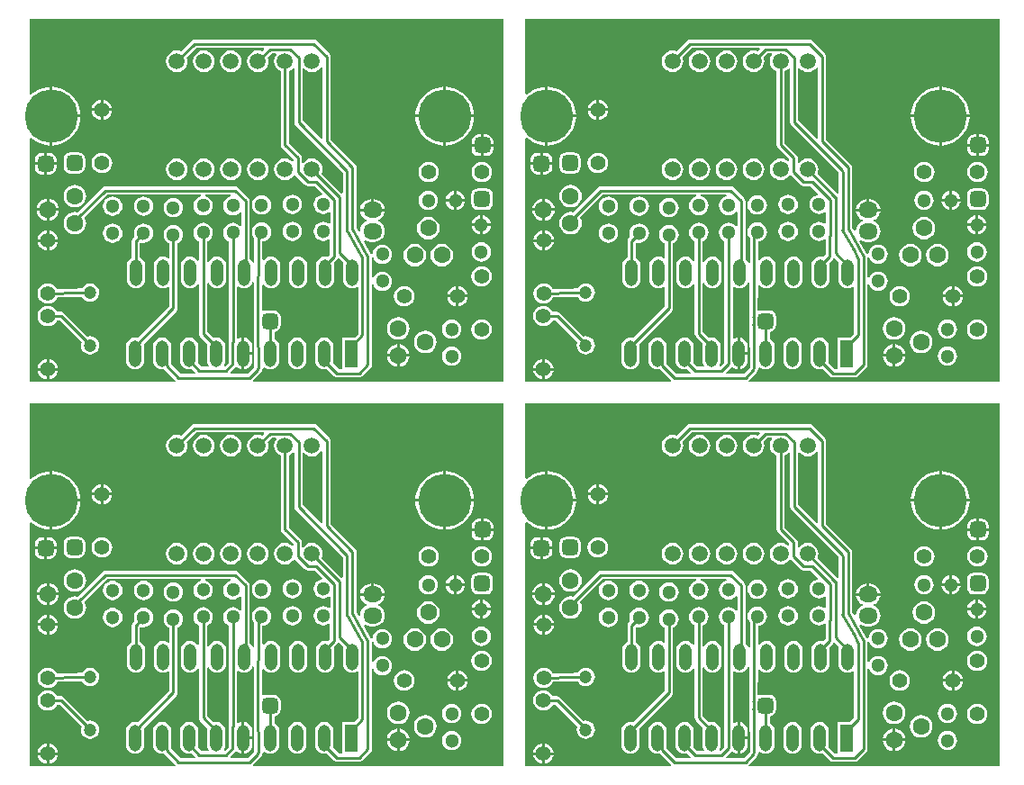
<source format=gbl>
G04*
G04 #@! TF.GenerationSoftware,Altium Limited,Altium Designer,21.0.8 (223)*
G04*
G04 Layer_Physical_Order=2*
G04 Layer_Color=16711680*
%FSLAX44Y44*%
%MOMM*%
G71*
G04*
G04 #@! TF.SameCoordinates,2BC88BDB-9D38-482F-83E6-F0616D823ADE*
G04*
G04*
G04 #@! TF.FilePolarity,Positive*
G04*
G01*
G75*
%ADD10C,0.2540*%
G04:AMPARAMS|DCode=11|XSize=1.5mm|YSize=1.5mm|CornerRadius=0.375mm|HoleSize=0mm|Usage=FLASHONLY|Rotation=0.000|XOffset=0mm|YOffset=0mm|HoleType=Round|Shape=RoundedRectangle|*
%AMROUNDEDRECTD11*
21,1,1.5000,0.7500,0,0,0.0*
21,1,0.7500,1.5000,0,0,0.0*
1,1,0.7500,0.3750,-0.3750*
1,1,0.7500,-0.3750,-0.3750*
1,1,0.7500,-0.3750,0.3750*
1,1,0.7500,0.3750,0.3750*
%
%ADD11ROUNDEDRECTD11*%
%ADD12R,1.2000X2.5000*%
%ADD13O,1.2000X2.5000*%
%ADD14C,1.6000*%
%ADD15C,1.3000*%
%ADD16C,1.4000*%
%ADD17C,1.2000*%
%ADD18O,1.8000X1.5000*%
%ADD19C,1.5000*%
%ADD20C,5.0000*%
%ADD21C,1.0000*%
G36*
X1179560Y970810D02*
X1179560Y629310D01*
X943967Y629310D01*
X943575Y630508D01*
X943574Y630580D01*
X950813Y637819D01*
X950813Y637819D01*
X950848Y637784D01*
X952252Y639884D01*
X952524Y641256D01*
X952745Y642362D01*
X952727Y642452D01*
X953659Y643253D01*
X953952Y643341D01*
X955503Y642150D01*
X957581Y641290D01*
X959810Y640996D01*
X962039Y641290D01*
X964117Y642150D01*
X965901Y643519D01*
X967270Y645303D01*
X968130Y647381D01*
X968424Y649610D01*
Y662610D01*
X968130Y664839D01*
X967270Y666917D01*
X965901Y668701D01*
X964117Y670070D01*
X963695Y670245D01*
Y676473D01*
X965764Y676885D01*
X967845Y678275D01*
X969235Y680356D01*
X969723Y682810D01*
Y690310D01*
X969235Y692764D01*
X967845Y694845D01*
X965764Y696235D01*
X963310Y696723D01*
X955810D01*
X953448Y696254D01*
X953164Y696271D01*
X952182Y696801D01*
X952357Y720451D01*
X953630Y720878D01*
X954519Y719719D01*
X956303Y718350D01*
X958381Y717490D01*
X960610Y717196D01*
X962839Y717490D01*
X964917Y718350D01*
X966701Y719719D01*
X968070Y721503D01*
X968930Y723581D01*
X969224Y725810D01*
Y738810D01*
X968930Y741039D01*
X968070Y743117D01*
X966701Y744901D01*
X964917Y746270D01*
X962839Y747130D01*
X960610Y747424D01*
X958381Y747130D01*
X956303Y746270D01*
X954519Y744901D01*
X953800Y743964D01*
X952533Y744399D01*
X952658Y761304D01*
X954170Y761503D01*
X956369Y762414D01*
X958257Y763863D01*
X959706Y765751D01*
X960617Y767950D01*
X960928Y770310D01*
X960617Y772670D01*
X959706Y774869D01*
X958257Y776757D01*
X956369Y778206D01*
X954170Y779117D01*
X951810Y779428D01*
X949450Y779117D01*
X947251Y778206D01*
X945363Y776757D01*
X943914Y774869D01*
X943003Y772670D01*
X942692Y770310D01*
X943003Y767950D01*
X943914Y765751D01*
X944912Y764450D01*
X944741Y741289D01*
X943530Y741039D01*
X942670Y743117D01*
X941301Y744901D01*
X940695Y745366D01*
Y799310D01*
X940399Y800797D01*
X939557Y802057D01*
X929557Y812057D01*
X928297Y812899D01*
X926810Y813195D01*
X804810D01*
X803323Y812899D01*
X802063Y812057D01*
X778894Y788888D01*
X776210Y789241D01*
X773458Y788879D01*
X770894Y787817D01*
X768693Y786127D01*
X767003Y783925D01*
X765941Y781361D01*
X765579Y778610D01*
X765941Y775859D01*
X767003Y773295D01*
X768693Y771093D01*
X770894Y769403D01*
X773458Y768341D01*
X776210Y767979D01*
X778961Y768341D01*
X781525Y769403D01*
X783727Y771093D01*
X785417Y773295D01*
X786479Y775859D01*
X786841Y778610D01*
X786479Y781361D01*
X785417Y783925D01*
X785201Y784207D01*
X806419Y805425D01*
X894656D01*
X894739Y804155D01*
X894450Y804117D01*
X892251Y803206D01*
X890363Y801757D01*
X888914Y799869D01*
X888003Y797670D01*
X887692Y795310D01*
X888003Y792950D01*
X888914Y790751D01*
X890363Y788863D01*
X892251Y787414D01*
X894450Y786503D01*
X896810Y786192D01*
X899170Y786503D01*
X901369Y787414D01*
X903257Y788863D01*
X904706Y790751D01*
X905617Y792950D01*
X905928Y795310D01*
X905617Y797670D01*
X904706Y799869D01*
X903257Y801757D01*
X901369Y803206D01*
X899170Y804117D01*
X898881Y804155D01*
X898964Y805425D01*
X922656D01*
X922739Y804155D01*
X922450Y804117D01*
X920251Y803206D01*
X918363Y801757D01*
X916914Y799869D01*
X916003Y797670D01*
X915692Y795310D01*
X916003Y792950D01*
X916914Y790751D01*
X918363Y788863D01*
X920251Y787414D01*
X922450Y786503D01*
X924810Y786192D01*
X927170Y786503D01*
X929369Y787414D01*
X931257Y788863D01*
X931655Y789381D01*
X932925Y788950D01*
Y776270D01*
X931655Y775839D01*
X931257Y776357D01*
X929369Y777806D01*
X927170Y778717D01*
X924810Y779028D01*
X922450Y778717D01*
X920251Y777806D01*
X918363Y776357D01*
X916914Y774469D01*
X916003Y772270D01*
X915692Y769910D01*
X916003Y767550D01*
X916914Y765351D01*
X918363Y763463D01*
X920251Y762014D01*
X920925Y761734D01*
Y667729D01*
X920715Y666673D01*
Y647709D01*
X917282Y644276D01*
X916325Y645115D01*
X916470Y645303D01*
X917330Y647381D01*
X917624Y649610D01*
Y662610D01*
X917330Y664839D01*
X916470Y666917D01*
X915101Y668701D01*
X913317Y670070D01*
X911239Y670930D01*
X909010Y671224D01*
X906781Y670930D01*
X906358Y670755D01*
X900695Y676419D01*
Y722182D01*
X901965Y722434D01*
X902350Y721503D01*
X903719Y719719D01*
X905503Y718350D01*
X907581Y717490D01*
X909810Y717196D01*
X912039Y717490D01*
X914117Y718350D01*
X915901Y719719D01*
X917270Y721503D01*
X918130Y723581D01*
X918424Y725810D01*
Y738810D01*
X918130Y741039D01*
X917270Y743117D01*
X915901Y744901D01*
X914117Y746270D01*
X912039Y747130D01*
X909810Y747424D01*
X907581Y747130D01*
X905503Y746270D01*
X903719Y744901D01*
X902350Y743117D01*
X901965Y742186D01*
X900695Y742438D01*
Y761734D01*
X901369Y762014D01*
X903257Y763463D01*
X904706Y765351D01*
X905617Y767550D01*
X905928Y769910D01*
X905617Y772270D01*
X904706Y774469D01*
X903257Y776357D01*
X901369Y777806D01*
X899170Y778717D01*
X896810Y779028D01*
X894450Y778717D01*
X892251Y777806D01*
X890363Y776357D01*
X888914Y774469D01*
X888003Y772270D01*
X887692Y769910D01*
X888003Y767550D01*
X888914Y765351D01*
X890363Y763463D01*
X892251Y762014D01*
X892925Y761734D01*
Y743720D01*
X892894Y743703D01*
X891655Y743396D01*
X890501Y744901D01*
X888717Y746270D01*
X886639Y747130D01*
X884410Y747424D01*
X882181Y747130D01*
X880103Y746270D01*
X878319Y744901D01*
X876950Y743117D01*
X876090Y741039D01*
X875796Y738810D01*
Y725810D01*
X876090Y723581D01*
X876950Y721503D01*
X878319Y719719D01*
X880103Y718350D01*
X882181Y717490D01*
X884410Y717196D01*
X886639Y717490D01*
X888717Y718350D01*
X890501Y719719D01*
X891655Y721224D01*
X892894Y720917D01*
X892925Y720900D01*
Y674810D01*
X893221Y673323D01*
X894063Y672063D01*
X900865Y665262D01*
X900690Y664839D01*
X900396Y662610D01*
Y649610D01*
X900690Y647381D01*
X901550Y645303D01*
X901918Y644824D01*
X901357Y643685D01*
X895029D01*
X891755Y646958D01*
X891930Y647381D01*
X892224Y649610D01*
Y662610D01*
X891930Y664839D01*
X891070Y666917D01*
X889701Y668701D01*
X887917Y670070D01*
X885839Y670930D01*
X883610Y671224D01*
X881381Y670930D01*
X879303Y670070D01*
X877519Y668701D01*
X876150Y666917D01*
X875290Y664839D01*
X874996Y662610D01*
Y649610D01*
X875290Y647381D01*
X876150Y645303D01*
X877519Y643519D01*
X879303Y642150D01*
X881381Y641290D01*
X883610Y640996D01*
X885839Y641290D01*
X886262Y641465D01*
X889358Y638368D01*
X888872Y637195D01*
X875419D01*
X866465Y646149D01*
Y647222D01*
X866530Y647381D01*
X866824Y649610D01*
Y662610D01*
X866530Y664839D01*
X865670Y666917D01*
X864301Y668701D01*
X862517Y670070D01*
X860439Y670930D01*
X858210Y671224D01*
X855981Y670930D01*
X853903Y670070D01*
X852119Y668701D01*
X850750Y666917D01*
X849890Y664839D01*
X849596Y662610D01*
Y649610D01*
X849890Y647381D01*
X850750Y645303D01*
X852119Y643519D01*
X853903Y642150D01*
X855981Y641290D01*
X858210Y640996D01*
X860348Y641278D01*
X871046Y630580D01*
X871045Y630508D01*
X870653Y629310D01*
X733810D01*
X733810Y858504D01*
X735080Y859089D01*
X737572Y856961D01*
X741268Y854696D01*
X745273Y853037D01*
X749489Y852025D01*
X752540Y851785D01*
Y879310D01*
Y906835D01*
X749489Y906595D01*
X745273Y905583D01*
X741268Y903924D01*
X737572Y901659D01*
X735080Y899531D01*
X733810Y900116D01*
X733810Y970810D01*
X1179560Y970810D01*
D02*
G37*
G36*
X713560D02*
X713560Y629310D01*
X477967Y629310D01*
X477575Y630508D01*
X477574Y630580D01*
X484813Y637819D01*
X484813Y637819D01*
X484848Y637784D01*
X486252Y639884D01*
X486524Y641256D01*
X486744Y642362D01*
X486727Y642452D01*
X487659Y643253D01*
X487952Y643341D01*
X489503Y642150D01*
X491581Y641290D01*
X493810Y640996D01*
X496039Y641290D01*
X498117Y642150D01*
X499901Y643519D01*
X501270Y645303D01*
X502130Y647381D01*
X502424Y649610D01*
Y662610D01*
X502130Y664839D01*
X501270Y666917D01*
X499901Y668701D01*
X498117Y670070D01*
X497695Y670245D01*
Y676473D01*
X499764Y676885D01*
X501845Y678275D01*
X503235Y680356D01*
X503723Y682810D01*
Y690310D01*
X503235Y692764D01*
X501845Y694845D01*
X499764Y696235D01*
X497310Y696723D01*
X489810D01*
X487448Y696254D01*
X487164Y696271D01*
X486182Y696801D01*
X486357Y720451D01*
X487630Y720878D01*
X488519Y719719D01*
X490303Y718350D01*
X492381Y717490D01*
X494610Y717196D01*
X496839Y717490D01*
X498917Y718350D01*
X500701Y719719D01*
X502070Y721503D01*
X502930Y723581D01*
X503224Y725810D01*
Y738810D01*
X502930Y741039D01*
X502070Y743117D01*
X500701Y744901D01*
X498917Y746270D01*
X496839Y747130D01*
X494610Y747424D01*
X492381Y747130D01*
X490303Y746270D01*
X488519Y744901D01*
X487800Y743964D01*
X486534Y744399D01*
X486658Y761304D01*
X488170Y761503D01*
X490369Y762414D01*
X492257Y763863D01*
X493706Y765751D01*
X494617Y767950D01*
X494928Y770310D01*
X494617Y772670D01*
X493706Y774869D01*
X492257Y776757D01*
X490369Y778206D01*
X488170Y779117D01*
X485810Y779428D01*
X483450Y779117D01*
X481251Y778206D01*
X479363Y776757D01*
X477914Y774869D01*
X477003Y772670D01*
X476692Y770310D01*
X477003Y767950D01*
X477914Y765751D01*
X478912Y764450D01*
X478741Y741289D01*
X477530Y741039D01*
X476670Y743117D01*
X475301Y744901D01*
X474695Y745366D01*
Y799310D01*
X474399Y800797D01*
X473557Y802057D01*
X463557Y812057D01*
X462297Y812899D01*
X460810Y813195D01*
X338810D01*
X337323Y812899D01*
X336063Y812057D01*
X312894Y788888D01*
X310210Y789241D01*
X307458Y788879D01*
X304895Y787817D01*
X302693Y786127D01*
X301003Y783925D01*
X299941Y781361D01*
X299579Y778610D01*
X299941Y775859D01*
X301003Y773295D01*
X302693Y771093D01*
X304895Y769403D01*
X307458Y768341D01*
X310210Y767979D01*
X312962Y768341D01*
X315525Y769403D01*
X317727Y771093D01*
X319417Y773295D01*
X320479Y775859D01*
X320841Y778610D01*
X320479Y781361D01*
X319417Y783925D01*
X319201Y784207D01*
X340419Y805425D01*
X428656D01*
X428739Y804155D01*
X428450Y804117D01*
X426251Y803206D01*
X424363Y801757D01*
X422914Y799869D01*
X422003Y797670D01*
X421692Y795310D01*
X422003Y792950D01*
X422914Y790751D01*
X424363Y788863D01*
X426251Y787414D01*
X428450Y786503D01*
X430810Y786192D01*
X433170Y786503D01*
X435369Y787414D01*
X437257Y788863D01*
X438706Y790751D01*
X439617Y792950D01*
X439928Y795310D01*
X439617Y797670D01*
X438706Y799869D01*
X437257Y801757D01*
X435369Y803206D01*
X433170Y804117D01*
X432881Y804155D01*
X432964Y805425D01*
X456656D01*
X456739Y804155D01*
X456450Y804117D01*
X454251Y803206D01*
X452363Y801757D01*
X450914Y799869D01*
X450003Y797670D01*
X449692Y795310D01*
X450003Y792950D01*
X450914Y790751D01*
X452363Y788863D01*
X454251Y787414D01*
X456450Y786503D01*
X458810Y786192D01*
X461170Y786503D01*
X463369Y787414D01*
X465257Y788863D01*
X465655Y789381D01*
X466925Y788950D01*
Y776270D01*
X465655Y775839D01*
X465257Y776357D01*
X463369Y777806D01*
X461170Y778717D01*
X458810Y779028D01*
X456450Y778717D01*
X454251Y777806D01*
X452363Y776357D01*
X450914Y774469D01*
X450003Y772270D01*
X449692Y769910D01*
X450003Y767550D01*
X450914Y765351D01*
X452363Y763463D01*
X454251Y762014D01*
X454925Y761734D01*
Y667729D01*
X454715Y666673D01*
Y647709D01*
X451282Y644276D01*
X450325Y645115D01*
X450470Y645303D01*
X451330Y647381D01*
X451624Y649610D01*
Y662610D01*
X451330Y664839D01*
X450470Y666917D01*
X449101Y668701D01*
X447317Y670070D01*
X445239Y670930D01*
X443010Y671224D01*
X440781Y670930D01*
X440358Y670755D01*
X434695Y676419D01*
Y722182D01*
X435965Y722434D01*
X436350Y721503D01*
X437719Y719719D01*
X439503Y718350D01*
X441581Y717490D01*
X443810Y717196D01*
X446039Y717490D01*
X448117Y718350D01*
X449901Y719719D01*
X451270Y721503D01*
X452130Y723581D01*
X452424Y725810D01*
Y738810D01*
X452130Y741039D01*
X451270Y743117D01*
X449901Y744901D01*
X448117Y746270D01*
X446039Y747130D01*
X443810Y747424D01*
X441581Y747130D01*
X439503Y746270D01*
X437719Y744901D01*
X436350Y743117D01*
X435965Y742186D01*
X434695Y742438D01*
Y761734D01*
X435369Y762014D01*
X437257Y763463D01*
X438706Y765351D01*
X439617Y767550D01*
X439928Y769910D01*
X439617Y772270D01*
X438706Y774469D01*
X437257Y776357D01*
X435369Y777806D01*
X433170Y778717D01*
X430810Y779028D01*
X428450Y778717D01*
X426251Y777806D01*
X424363Y776357D01*
X422914Y774469D01*
X422003Y772270D01*
X421692Y769910D01*
X422003Y767550D01*
X422914Y765351D01*
X424363Y763463D01*
X426251Y762014D01*
X426925Y761734D01*
Y743720D01*
X426894Y743703D01*
X425655Y743396D01*
X424501Y744901D01*
X422717Y746270D01*
X420639Y747130D01*
X418410Y747424D01*
X416181Y747130D01*
X414103Y746270D01*
X412319Y744901D01*
X410950Y743117D01*
X410090Y741039D01*
X409796Y738810D01*
Y725810D01*
X410090Y723581D01*
X410950Y721503D01*
X412319Y719719D01*
X414103Y718350D01*
X416181Y717490D01*
X418410Y717196D01*
X420639Y717490D01*
X422717Y718350D01*
X424501Y719719D01*
X425655Y721224D01*
X426894Y720917D01*
X426925Y720900D01*
Y674810D01*
X427221Y673323D01*
X428063Y672063D01*
X434865Y665262D01*
X434690Y664839D01*
X434396Y662610D01*
Y649610D01*
X434690Y647381D01*
X435550Y645303D01*
X435918Y644824D01*
X435356Y643685D01*
X429029D01*
X425755Y646958D01*
X425930Y647381D01*
X426224Y649610D01*
Y662610D01*
X425930Y664839D01*
X425070Y666917D01*
X423701Y668701D01*
X421917Y670070D01*
X419839Y670930D01*
X417610Y671224D01*
X415381Y670930D01*
X413303Y670070D01*
X411519Y668701D01*
X410150Y666917D01*
X409290Y664839D01*
X408996Y662610D01*
Y649610D01*
X409290Y647381D01*
X410150Y645303D01*
X411519Y643519D01*
X413303Y642150D01*
X415381Y641290D01*
X417610Y640996D01*
X419839Y641290D01*
X420261Y641465D01*
X423358Y638368D01*
X422872Y637195D01*
X409419D01*
X400465Y646149D01*
Y647222D01*
X400530Y647381D01*
X400824Y649610D01*
Y662610D01*
X400530Y664839D01*
X399670Y666917D01*
X398301Y668701D01*
X396517Y670070D01*
X394439Y670930D01*
X392210Y671224D01*
X389981Y670930D01*
X387903Y670070D01*
X386119Y668701D01*
X384750Y666917D01*
X383890Y664839D01*
X383596Y662610D01*
Y649610D01*
X383890Y647381D01*
X384750Y645303D01*
X386119Y643519D01*
X387903Y642150D01*
X389981Y641290D01*
X392210Y640996D01*
X394348Y641278D01*
X405046Y630580D01*
X405045Y630508D01*
X404653Y629310D01*
X267810D01*
X267810Y858504D01*
X269080Y859089D01*
X271572Y856961D01*
X275268Y854696D01*
X279273Y853037D01*
X283489Y852025D01*
X286540Y851785D01*
Y879310D01*
Y906835D01*
X283489Y906595D01*
X279273Y905583D01*
X275268Y903924D01*
X271572Y901659D01*
X269080Y899531D01*
X267810Y900116D01*
X267810Y970810D01*
X713560Y970810D01*
D02*
G37*
G36*
X944605Y722857D02*
X944375Y691664D01*
X944353Y690395D01*
X944342Y690310D01*
X944356D01*
X944365Y689129D01*
X944365Y689128D01*
Y683915D01*
X944365Y682810D01*
X944342Y682810D01*
X944350Y682745D01*
X944382Y681547D01*
X944382Y681546D01*
X944918Y642911D01*
X939201Y637195D01*
X922848D01*
X922362Y638368D01*
X927063Y643070D01*
X927726Y643307D01*
X928760Y643181D01*
X930103Y642150D01*
X932181Y641290D01*
X933140Y641163D01*
Y656110D01*
Y671057D01*
X932181Y670930D01*
X930103Y670070D01*
X929834Y669863D01*
X928695Y670425D01*
Y718444D01*
X929965Y719070D01*
X930903Y718350D01*
X932981Y717490D01*
X935210Y717196D01*
X937439Y717490D01*
X939517Y718350D01*
X941301Y719719D01*
X942670Y721503D01*
X943337Y723114D01*
X944605Y722857D01*
D02*
G37*
G36*
X478605D02*
X478375Y691664D01*
X478353Y690395D01*
X478342Y690310D01*
X478356D01*
X478365Y689129D01*
X478365Y689128D01*
Y683915D01*
X478365Y682810D01*
X478342Y682810D01*
X478350Y682745D01*
X478382Y681547D01*
X478382Y681546D01*
X478918Y642911D01*
X473201Y637195D01*
X456848D01*
X456362Y638368D01*
X461063Y643070D01*
X461726Y643307D01*
X462760Y643181D01*
X464103Y642150D01*
X466181Y641290D01*
X467140Y641163D01*
Y656110D01*
Y671057D01*
X466181Y670930D01*
X464103Y670070D01*
X463834Y669863D01*
X462695Y670425D01*
Y718444D01*
X463965Y719070D01*
X464903Y718350D01*
X466981Y717490D01*
X469210Y717196D01*
X471439Y717490D01*
X473517Y718350D01*
X475301Y719719D01*
X476670Y721503D01*
X477337Y723114D01*
X478605Y722857D01*
D02*
G37*
G36*
X1179560Y609310D02*
X1179560Y267810D01*
X943967Y267810D01*
X943575Y269008D01*
X943574Y269080D01*
X950813Y276319D01*
X950813Y276319D01*
X950848Y276284D01*
X952252Y278384D01*
X952524Y279756D01*
X952745Y280862D01*
X952727Y280952D01*
X953659Y281753D01*
X953952Y281841D01*
X955503Y280650D01*
X957581Y279790D01*
X959810Y279496D01*
X962039Y279790D01*
X964117Y280650D01*
X965901Y282019D01*
X967270Y283803D01*
X968130Y285881D01*
X968424Y288110D01*
Y301110D01*
X968130Y303339D01*
X967270Y305417D01*
X965901Y307201D01*
X964117Y308570D01*
X963695Y308745D01*
Y314973D01*
X965764Y315385D01*
X967845Y316775D01*
X969235Y318856D01*
X969723Y321310D01*
Y328810D01*
X969235Y331264D01*
X967845Y333345D01*
X965764Y334735D01*
X963310Y335223D01*
X955810D01*
X953448Y334753D01*
X953164Y334771D01*
X952182Y335301D01*
X952357Y358951D01*
X953630Y359378D01*
X954519Y358219D01*
X956303Y356850D01*
X958381Y355990D01*
X960610Y355696D01*
X962839Y355990D01*
X964917Y356850D01*
X966701Y358219D01*
X968070Y360003D01*
X968930Y362081D01*
X969224Y364310D01*
Y377310D01*
X968930Y379539D01*
X968070Y381617D01*
X966701Y383401D01*
X964917Y384770D01*
X962839Y385630D01*
X960610Y385924D01*
X958381Y385630D01*
X956303Y384770D01*
X954519Y383401D01*
X953800Y382464D01*
X952533Y382899D01*
X952658Y399804D01*
X954170Y400003D01*
X956369Y400914D01*
X958257Y402363D01*
X959706Y404251D01*
X960617Y406450D01*
X960928Y408810D01*
X960617Y411170D01*
X959706Y413369D01*
X958257Y415257D01*
X956369Y416706D01*
X954170Y417617D01*
X951810Y417928D01*
X949450Y417617D01*
X947251Y416706D01*
X945363Y415257D01*
X943914Y413369D01*
X943003Y411170D01*
X942692Y408810D01*
X943003Y406450D01*
X943914Y404251D01*
X944912Y402950D01*
X944741Y379789D01*
X943530Y379539D01*
X942670Y381617D01*
X941301Y383401D01*
X940695Y383866D01*
Y437810D01*
X940399Y439297D01*
X939557Y440557D01*
X929557Y450557D01*
X928297Y451399D01*
X926810Y451695D01*
X804810D01*
X803323Y451399D01*
X802063Y450557D01*
X778894Y427388D01*
X776210Y427741D01*
X773458Y427379D01*
X770894Y426317D01*
X768693Y424627D01*
X767003Y422425D01*
X765941Y419861D01*
X765579Y417110D01*
X765941Y414358D01*
X767003Y411795D01*
X768693Y409593D01*
X770894Y407903D01*
X773458Y406841D01*
X776210Y406479D01*
X778961Y406841D01*
X781525Y407903D01*
X783727Y409593D01*
X785417Y411795D01*
X786479Y414358D01*
X786841Y417110D01*
X786479Y419861D01*
X785417Y422425D01*
X785201Y422707D01*
X806419Y443925D01*
X894656D01*
X894739Y442655D01*
X894450Y442617D01*
X892251Y441706D01*
X890363Y440257D01*
X888914Y438369D01*
X888003Y436170D01*
X887692Y433810D01*
X888003Y431450D01*
X888914Y429251D01*
X890363Y427363D01*
X892251Y425914D01*
X894450Y425003D01*
X896810Y424692D01*
X899170Y425003D01*
X901369Y425914D01*
X903257Y427363D01*
X904706Y429251D01*
X905617Y431450D01*
X905928Y433810D01*
X905617Y436170D01*
X904706Y438369D01*
X903257Y440257D01*
X901369Y441706D01*
X899170Y442617D01*
X898881Y442655D01*
X898964Y443925D01*
X922656D01*
X922739Y442655D01*
X922450Y442617D01*
X920251Y441706D01*
X918363Y440257D01*
X916914Y438369D01*
X916003Y436170D01*
X915692Y433810D01*
X916003Y431450D01*
X916914Y429251D01*
X918363Y427363D01*
X920251Y425914D01*
X922450Y425003D01*
X924810Y424692D01*
X927170Y425003D01*
X929369Y425914D01*
X931257Y427363D01*
X931655Y427881D01*
X932925Y427450D01*
Y414770D01*
X931655Y414339D01*
X931257Y414857D01*
X929369Y416306D01*
X927170Y417217D01*
X924810Y417528D01*
X922450Y417217D01*
X920251Y416306D01*
X918363Y414857D01*
X916914Y412969D01*
X916003Y410770D01*
X915692Y408410D01*
X916003Y406050D01*
X916914Y403851D01*
X918363Y401963D01*
X920251Y400514D01*
X920925Y400234D01*
Y306229D01*
X920715Y305173D01*
Y286209D01*
X917282Y282776D01*
X916325Y283615D01*
X916470Y283803D01*
X917330Y285881D01*
X917624Y288110D01*
Y301110D01*
X917330Y303339D01*
X916470Y305417D01*
X915101Y307201D01*
X913317Y308570D01*
X911239Y309430D01*
X909010Y309724D01*
X906781Y309430D01*
X906358Y309255D01*
X900695Y314919D01*
Y360682D01*
X901965Y360934D01*
X902350Y360003D01*
X903719Y358219D01*
X905503Y356850D01*
X907581Y355990D01*
X909810Y355696D01*
X912039Y355990D01*
X914117Y356850D01*
X915901Y358219D01*
X917270Y360003D01*
X918130Y362081D01*
X918424Y364310D01*
Y377310D01*
X918130Y379539D01*
X917270Y381617D01*
X915901Y383401D01*
X914117Y384770D01*
X912039Y385630D01*
X909810Y385924D01*
X907581Y385630D01*
X905503Y384770D01*
X903719Y383401D01*
X902350Y381617D01*
X901965Y380686D01*
X900695Y380938D01*
Y400234D01*
X901369Y400514D01*
X903257Y401963D01*
X904706Y403851D01*
X905617Y406050D01*
X905928Y408410D01*
X905617Y410770D01*
X904706Y412969D01*
X903257Y414857D01*
X901369Y416306D01*
X899170Y417217D01*
X896810Y417528D01*
X894450Y417217D01*
X892251Y416306D01*
X890363Y414857D01*
X888914Y412969D01*
X888003Y410770D01*
X887692Y408410D01*
X888003Y406050D01*
X888914Y403851D01*
X890363Y401963D01*
X892251Y400514D01*
X892925Y400234D01*
Y382220D01*
X892894Y382203D01*
X891655Y381896D01*
X890501Y383401D01*
X888717Y384770D01*
X886639Y385630D01*
X884410Y385924D01*
X882181Y385630D01*
X880103Y384770D01*
X878319Y383401D01*
X876950Y381617D01*
X876090Y379539D01*
X875796Y377310D01*
Y364310D01*
X876090Y362081D01*
X876950Y360003D01*
X878319Y358219D01*
X880103Y356850D01*
X882181Y355990D01*
X884410Y355696D01*
X886639Y355990D01*
X888717Y356850D01*
X890501Y358219D01*
X891655Y359724D01*
X892894Y359417D01*
X892925Y359399D01*
Y313310D01*
X893221Y311823D01*
X894063Y310563D01*
X900865Y303762D01*
X900690Y303339D01*
X900396Y301110D01*
Y288110D01*
X900690Y285881D01*
X901550Y283803D01*
X901918Y283324D01*
X901357Y282185D01*
X895029D01*
X891755Y285458D01*
X891930Y285881D01*
X892224Y288110D01*
Y301110D01*
X891930Y303339D01*
X891070Y305417D01*
X889701Y307201D01*
X887917Y308570D01*
X885839Y309430D01*
X883610Y309724D01*
X881381Y309430D01*
X879303Y308570D01*
X877519Y307201D01*
X876150Y305417D01*
X875290Y303339D01*
X874996Y301110D01*
Y288110D01*
X875290Y285881D01*
X876150Y283803D01*
X877519Y282019D01*
X879303Y280650D01*
X881381Y279790D01*
X883610Y279496D01*
X885839Y279790D01*
X886262Y279965D01*
X889358Y276868D01*
X888872Y275695D01*
X875419D01*
X866465Y284649D01*
Y285722D01*
X866530Y285881D01*
X866824Y288110D01*
Y301110D01*
X866530Y303339D01*
X865670Y305417D01*
X864301Y307201D01*
X862517Y308570D01*
X860439Y309430D01*
X858210Y309724D01*
X855981Y309430D01*
X853903Y308570D01*
X852119Y307201D01*
X850750Y305417D01*
X849890Y303339D01*
X849596Y301110D01*
Y288110D01*
X849890Y285881D01*
X850750Y283803D01*
X852119Y282019D01*
X853903Y280650D01*
X855981Y279790D01*
X858210Y279496D01*
X860348Y279778D01*
X871046Y269080D01*
X871045Y269008D01*
X870653Y267810D01*
X733810D01*
X733810Y497004D01*
X735080Y497589D01*
X737572Y495461D01*
X741268Y493196D01*
X745273Y491537D01*
X749489Y490525D01*
X752540Y490285D01*
Y517810D01*
Y545335D01*
X749489Y545095D01*
X745273Y544083D01*
X741268Y542424D01*
X737572Y540159D01*
X735080Y538031D01*
X733810Y538616D01*
X733810Y609310D01*
X1179560Y609310D01*
D02*
G37*
G36*
X713560D02*
X713560Y267810D01*
X477967Y267810D01*
X477575Y269008D01*
X477574Y269080D01*
X484813Y276319D01*
X484813Y276319D01*
X484848Y276284D01*
X486252Y278384D01*
X486524Y279756D01*
X486744Y280862D01*
X486727Y280952D01*
X487659Y281753D01*
X487952Y281841D01*
X489503Y280650D01*
X491581Y279790D01*
X493810Y279496D01*
X496039Y279790D01*
X498117Y280650D01*
X499901Y282019D01*
X501270Y283803D01*
X502130Y285881D01*
X502424Y288110D01*
Y301110D01*
X502130Y303339D01*
X501270Y305417D01*
X499901Y307201D01*
X498117Y308570D01*
X497695Y308745D01*
Y314973D01*
X499764Y315385D01*
X501845Y316775D01*
X503235Y318856D01*
X503723Y321310D01*
Y328810D01*
X503235Y331264D01*
X501845Y333345D01*
X499764Y334735D01*
X497310Y335223D01*
X489810D01*
X487448Y334753D01*
X487164Y334771D01*
X486182Y335301D01*
X486357Y358951D01*
X487630Y359378D01*
X488519Y358219D01*
X490303Y356850D01*
X492381Y355990D01*
X494610Y355696D01*
X496839Y355990D01*
X498917Y356850D01*
X500701Y358219D01*
X502070Y360003D01*
X502930Y362081D01*
X503224Y364310D01*
Y377310D01*
X502930Y379539D01*
X502070Y381617D01*
X500701Y383401D01*
X498917Y384770D01*
X496839Y385630D01*
X494610Y385924D01*
X492381Y385630D01*
X490303Y384770D01*
X488519Y383401D01*
X487800Y382464D01*
X486534Y382899D01*
X486658Y399804D01*
X488170Y400003D01*
X490369Y400914D01*
X492257Y402363D01*
X493706Y404251D01*
X494617Y406450D01*
X494928Y408810D01*
X494617Y411170D01*
X493706Y413369D01*
X492257Y415257D01*
X490369Y416706D01*
X488170Y417617D01*
X485810Y417928D01*
X483450Y417617D01*
X481251Y416706D01*
X479363Y415257D01*
X477914Y413369D01*
X477003Y411170D01*
X476692Y408810D01*
X477003Y406450D01*
X477914Y404251D01*
X478912Y402950D01*
X478741Y379789D01*
X477530Y379539D01*
X476670Y381617D01*
X475301Y383401D01*
X474695Y383866D01*
Y437810D01*
X474399Y439297D01*
X473557Y440557D01*
X463557Y450557D01*
X462297Y451399D01*
X460810Y451695D01*
X338810D01*
X337323Y451399D01*
X336063Y450557D01*
X312894Y427388D01*
X310210Y427741D01*
X307458Y427379D01*
X304895Y426317D01*
X302693Y424627D01*
X301003Y422425D01*
X299941Y419861D01*
X299579Y417110D01*
X299941Y414358D01*
X301003Y411795D01*
X302693Y409593D01*
X304895Y407903D01*
X307458Y406841D01*
X310210Y406479D01*
X312962Y406841D01*
X315525Y407903D01*
X317727Y409593D01*
X319417Y411795D01*
X320479Y414358D01*
X320841Y417110D01*
X320479Y419861D01*
X319417Y422425D01*
X319201Y422707D01*
X340419Y443925D01*
X428656D01*
X428739Y442655D01*
X428450Y442617D01*
X426251Y441706D01*
X424363Y440257D01*
X422914Y438369D01*
X422003Y436170D01*
X421692Y433810D01*
X422003Y431450D01*
X422914Y429251D01*
X424363Y427363D01*
X426251Y425914D01*
X428450Y425003D01*
X430810Y424692D01*
X433170Y425003D01*
X435369Y425914D01*
X437257Y427363D01*
X438706Y429251D01*
X439617Y431450D01*
X439928Y433810D01*
X439617Y436170D01*
X438706Y438369D01*
X437257Y440257D01*
X435369Y441706D01*
X433170Y442617D01*
X432881Y442655D01*
X432964Y443925D01*
X456656D01*
X456739Y442655D01*
X456450Y442617D01*
X454251Y441706D01*
X452363Y440257D01*
X450914Y438369D01*
X450003Y436170D01*
X449692Y433810D01*
X450003Y431450D01*
X450914Y429251D01*
X452363Y427363D01*
X454251Y425914D01*
X456450Y425003D01*
X458810Y424692D01*
X461170Y425003D01*
X463369Y425914D01*
X465257Y427363D01*
X465655Y427881D01*
X466925Y427450D01*
Y414770D01*
X465655Y414339D01*
X465257Y414857D01*
X463369Y416306D01*
X461170Y417217D01*
X458810Y417528D01*
X456450Y417217D01*
X454251Y416306D01*
X452363Y414857D01*
X450914Y412969D01*
X450003Y410770D01*
X449692Y408410D01*
X450003Y406050D01*
X450914Y403851D01*
X452363Y401963D01*
X454251Y400514D01*
X454925Y400234D01*
Y306229D01*
X454715Y305173D01*
Y286209D01*
X451282Y282776D01*
X450325Y283615D01*
X450470Y283803D01*
X451330Y285881D01*
X451624Y288110D01*
Y301110D01*
X451330Y303339D01*
X450470Y305417D01*
X449101Y307201D01*
X447317Y308570D01*
X445239Y309430D01*
X443010Y309724D01*
X440781Y309430D01*
X440358Y309255D01*
X434695Y314919D01*
Y360682D01*
X435965Y360934D01*
X436350Y360003D01*
X437719Y358219D01*
X439503Y356850D01*
X441581Y355990D01*
X443810Y355696D01*
X446039Y355990D01*
X448117Y356850D01*
X449901Y358219D01*
X451270Y360003D01*
X452130Y362081D01*
X452424Y364310D01*
Y377310D01*
X452130Y379539D01*
X451270Y381617D01*
X449901Y383401D01*
X448117Y384770D01*
X446039Y385630D01*
X443810Y385924D01*
X441581Y385630D01*
X439503Y384770D01*
X437719Y383401D01*
X436350Y381617D01*
X435965Y380686D01*
X434695Y380938D01*
Y400234D01*
X435369Y400514D01*
X437257Y401963D01*
X438706Y403851D01*
X439617Y406050D01*
X439928Y408410D01*
X439617Y410770D01*
X438706Y412969D01*
X437257Y414857D01*
X435369Y416306D01*
X433170Y417217D01*
X430810Y417528D01*
X428450Y417217D01*
X426251Y416306D01*
X424363Y414857D01*
X422914Y412969D01*
X422003Y410770D01*
X421692Y408410D01*
X422003Y406050D01*
X422914Y403851D01*
X424363Y401963D01*
X426251Y400514D01*
X426925Y400234D01*
Y382220D01*
X426894Y382203D01*
X425655Y381896D01*
X424501Y383401D01*
X422717Y384770D01*
X420639Y385630D01*
X418410Y385924D01*
X416181Y385630D01*
X414103Y384770D01*
X412319Y383401D01*
X410950Y381617D01*
X410090Y379539D01*
X409796Y377310D01*
Y364310D01*
X410090Y362081D01*
X410950Y360003D01*
X412319Y358219D01*
X414103Y356850D01*
X416181Y355990D01*
X418410Y355696D01*
X420639Y355990D01*
X422717Y356850D01*
X424501Y358219D01*
X425655Y359724D01*
X426894Y359417D01*
X426925Y359399D01*
Y313310D01*
X427221Y311823D01*
X428063Y310563D01*
X434865Y303762D01*
X434690Y303339D01*
X434396Y301110D01*
Y288110D01*
X434690Y285881D01*
X435550Y283803D01*
X435918Y283324D01*
X435356Y282185D01*
X429029D01*
X425755Y285458D01*
X425930Y285881D01*
X426224Y288110D01*
Y301110D01*
X425930Y303339D01*
X425070Y305417D01*
X423701Y307201D01*
X421917Y308570D01*
X419839Y309430D01*
X417610Y309724D01*
X415381Y309430D01*
X413303Y308570D01*
X411519Y307201D01*
X410150Y305417D01*
X409290Y303339D01*
X408996Y301110D01*
Y288110D01*
X409290Y285881D01*
X410150Y283803D01*
X411519Y282019D01*
X413303Y280650D01*
X415381Y279790D01*
X417610Y279496D01*
X419839Y279790D01*
X420261Y279965D01*
X423358Y276868D01*
X422872Y275695D01*
X409419D01*
X400465Y284649D01*
Y285722D01*
X400530Y285881D01*
X400824Y288110D01*
Y301110D01*
X400530Y303339D01*
X399670Y305417D01*
X398301Y307201D01*
X396517Y308570D01*
X394439Y309430D01*
X392210Y309724D01*
X389981Y309430D01*
X387903Y308570D01*
X386119Y307201D01*
X384750Y305417D01*
X383890Y303339D01*
X383596Y301110D01*
Y288110D01*
X383890Y285881D01*
X384750Y283803D01*
X386119Y282019D01*
X387903Y280650D01*
X389981Y279790D01*
X392210Y279496D01*
X394348Y279778D01*
X405046Y269080D01*
X405045Y269008D01*
X404653Y267810D01*
X267810D01*
X267810Y497004D01*
X269080Y497589D01*
X271572Y495461D01*
X275268Y493196D01*
X279273Y491537D01*
X283489Y490525D01*
X286540Y490285D01*
Y517810D01*
Y545335D01*
X283489Y545095D01*
X279273Y544083D01*
X275268Y542424D01*
X271572Y540159D01*
X269080Y538031D01*
X267810Y538616D01*
X267810Y609310D01*
X713560Y609310D01*
D02*
G37*
G36*
X944605Y361357D02*
X944375Y330164D01*
X944353Y328895D01*
X944342Y328810D01*
X944356D01*
X944365Y327629D01*
X944365Y327628D01*
Y322415D01*
X944365Y321310D01*
X944342Y321310D01*
X944350Y321245D01*
X944382Y320047D01*
X944382Y320046D01*
X944918Y281411D01*
X939201Y275695D01*
X922848D01*
X922362Y276868D01*
X927063Y281570D01*
X927726Y281807D01*
X928760Y281681D01*
X930103Y280650D01*
X932181Y279790D01*
X933140Y279664D01*
Y294610D01*
Y309557D01*
X932181Y309430D01*
X930103Y308570D01*
X929834Y308363D01*
X928695Y308925D01*
Y356944D01*
X929965Y357570D01*
X930903Y356850D01*
X932981Y355990D01*
X935210Y355696D01*
X937439Y355990D01*
X939517Y356850D01*
X941301Y358219D01*
X942670Y360003D01*
X943337Y361614D01*
X944605Y361357D01*
D02*
G37*
G36*
X478605D02*
X478375Y330164D01*
X478353Y328895D01*
X478342Y328810D01*
X478356D01*
X478365Y327629D01*
X478365Y327628D01*
Y322415D01*
X478365Y321310D01*
X478342Y321310D01*
X478350Y321245D01*
X478382Y320047D01*
X478382Y320046D01*
X478918Y281411D01*
X473201Y275695D01*
X456848D01*
X456362Y276868D01*
X461063Y281570D01*
X461726Y281807D01*
X462760Y281681D01*
X464103Y280650D01*
X466181Y279790D01*
X467140Y279664D01*
Y294610D01*
Y309557D01*
X466181Y309430D01*
X464103Y308570D01*
X463834Y308363D01*
X462695Y308925D01*
Y356944D01*
X463965Y357570D01*
X464903Y356850D01*
X466981Y355990D01*
X469210Y355696D01*
X471439Y355990D01*
X473517Y356850D01*
X475301Y358219D01*
X476670Y360003D01*
X477337Y361614D01*
X478605Y361357D01*
D02*
G37*
%LPC*%
G36*
X1000820Y951185D02*
X888600D01*
X887113Y950889D01*
X885853Y950047D01*
X876010Y940203D01*
X874831Y940692D01*
X872210Y941037D01*
X869589Y940692D01*
X867147Y939680D01*
X865049Y938071D01*
X863440Y935973D01*
X862428Y933531D01*
X862083Y930910D01*
X862428Y928289D01*
X863440Y925847D01*
X865049Y923749D01*
X867147Y922140D01*
X869589Y921128D01*
X872210Y920783D01*
X874831Y921128D01*
X877273Y922140D01*
X879371Y923749D01*
X880980Y925847D01*
X881992Y928289D01*
X882337Y930910D01*
X881992Y933531D01*
X881503Y934710D01*
X890209Y943415D01*
X953762D01*
X954248Y942242D01*
X952210Y940203D01*
X951031Y940692D01*
X948410Y941037D01*
X945789Y940692D01*
X943347Y939680D01*
X941249Y938071D01*
X939640Y935973D01*
X938628Y933531D01*
X938283Y930910D01*
X938628Y928289D01*
X939640Y925847D01*
X941249Y923749D01*
X943347Y922140D01*
X945789Y921128D01*
X948410Y920783D01*
X951031Y921128D01*
X953473Y922140D01*
X955571Y923749D01*
X957180Y925847D01*
X958192Y928289D01*
X958537Y930910D01*
X958192Y933531D01*
X957703Y934710D01*
X961329Y938335D01*
X965252D01*
X965878Y937065D01*
X965040Y935973D01*
X964028Y933531D01*
X963683Y930910D01*
X964028Y928289D01*
X965040Y925847D01*
X966649Y923749D01*
X968747Y922140D01*
X969925Y921652D01*
Y852310D01*
X970221Y850823D01*
X971063Y849563D01*
X981925Y838701D01*
Y837164D01*
X980655Y836712D01*
X978873Y838080D01*
X976431Y839092D01*
X973810Y839437D01*
X971189Y839092D01*
X968747Y838080D01*
X966649Y836471D01*
X965040Y834373D01*
X964028Y831931D01*
X963683Y829310D01*
X964028Y826689D01*
X965040Y824247D01*
X966649Y822149D01*
X968747Y820540D01*
X971189Y819528D01*
X973810Y819183D01*
X976431Y819528D01*
X978873Y820540D01*
X980971Y822149D01*
X981922Y823390D01*
X982103Y823481D01*
X983575Y823457D01*
X992468Y814563D01*
X993729Y813721D01*
X995215Y813425D01*
X1001781D01*
X1008767Y806440D01*
X1008359Y805237D01*
X1007450Y805117D01*
X1005251Y804206D01*
X1003363Y802757D01*
X1001914Y800869D01*
X1001003Y798670D01*
X1000692Y796310D01*
X1001003Y793950D01*
X1001914Y791751D01*
X1003363Y789863D01*
X1005251Y788414D01*
X1007450Y787503D01*
X1009810Y787192D01*
X1012170Y787503D01*
X1014369Y788414D01*
X1015096Y788972D01*
X1016235Y788410D01*
Y778810D01*
X1015096Y778248D01*
X1014369Y778806D01*
X1012170Y779717D01*
X1009810Y780028D01*
X1007450Y779717D01*
X1005251Y778806D01*
X1003363Y777357D01*
X1001914Y775469D01*
X1001003Y773270D01*
X1000692Y770910D01*
X1001003Y768550D01*
X1001914Y766351D01*
X1003363Y764463D01*
X1005251Y763014D01*
X1007450Y762103D01*
X1009810Y761792D01*
X1012170Y762103D01*
X1014369Y763014D01*
X1015033Y763523D01*
X1016172Y762962D01*
Y749066D01*
X1014062Y746955D01*
X1013639Y747130D01*
X1011410Y747424D01*
X1009181Y747130D01*
X1007103Y746270D01*
X1005319Y744901D01*
X1003950Y743117D01*
X1003090Y741039D01*
X1002796Y738810D01*
Y725810D01*
X1003090Y723581D01*
X1003950Y721503D01*
X1005319Y719719D01*
X1007103Y718350D01*
X1009181Y717490D01*
X1011410Y717196D01*
X1013639Y717490D01*
X1015717Y718350D01*
X1017501Y719719D01*
X1018870Y721503D01*
X1019730Y723581D01*
X1020024Y725810D01*
Y738810D01*
X1019730Y741039D01*
X1019555Y741462D01*
X1022804Y744710D01*
X1023131Y745199D01*
X1024728Y745398D01*
X1028665Y741462D01*
X1028490Y741039D01*
X1028196Y738810D01*
Y725810D01*
X1028490Y723581D01*
X1029350Y721503D01*
X1030719Y719719D01*
X1032503Y718350D01*
X1034581Y717490D01*
X1036810Y717196D01*
X1039039Y717490D01*
X1041117Y718350D01*
X1041596Y718718D01*
X1042735Y718157D01*
Y674829D01*
X1039056Y671150D01*
X1027470D01*
Y641247D01*
X1024467D01*
X1018755Y646958D01*
X1018930Y647381D01*
X1019224Y649610D01*
Y662610D01*
X1018930Y664839D01*
X1018070Y666917D01*
X1016701Y668701D01*
X1014917Y670070D01*
X1012839Y670930D01*
X1010610Y671224D01*
X1008381Y670930D01*
X1006303Y670070D01*
X1004519Y668701D01*
X1003150Y666917D01*
X1002290Y664839D01*
X1001996Y662610D01*
Y649610D01*
X1002290Y647381D01*
X1003150Y645303D01*
X1004519Y643519D01*
X1006303Y642150D01*
X1008381Y641290D01*
X1010610Y640996D01*
X1012839Y641290D01*
X1013262Y641465D01*
X1020111Y634615D01*
X1021371Y633773D01*
X1022858Y633477D01*
X1043362D01*
X1044849Y633773D01*
X1046109Y634615D01*
X1054447Y642953D01*
X1055289Y644213D01*
X1055585Y645700D01*
Y720598D01*
X1056855Y720851D01*
X1057414Y719501D01*
X1058863Y717613D01*
X1060751Y716164D01*
X1062950Y715253D01*
X1065310Y714942D01*
X1067670Y715253D01*
X1069869Y716164D01*
X1071757Y717613D01*
X1073206Y719501D01*
X1074117Y721700D01*
X1074428Y724060D01*
X1074117Y726420D01*
X1073206Y728619D01*
X1071757Y730507D01*
X1069869Y731956D01*
X1067670Y732867D01*
X1065310Y733178D01*
X1062950Y732867D01*
X1060751Y731956D01*
X1058863Y730507D01*
X1057414Y728619D01*
X1056855Y727270D01*
X1055585Y727522D01*
Y745998D01*
X1056855Y746251D01*
X1057414Y744901D01*
X1058863Y743013D01*
X1060751Y741564D01*
X1062950Y740653D01*
X1065310Y740342D01*
X1067670Y740653D01*
X1069869Y741564D01*
X1071757Y743013D01*
X1073206Y744901D01*
X1074117Y747100D01*
X1074428Y749460D01*
X1074117Y751820D01*
X1073206Y754019D01*
X1071757Y755907D01*
X1069869Y757356D01*
X1067670Y758267D01*
X1065310Y758578D01*
X1062950Y758267D01*
X1060751Y757356D01*
X1058863Y755907D01*
X1057414Y754019D01*
X1056503Y751820D01*
X1056197Y749501D01*
X1056104Y749448D01*
X1054934Y749284D01*
X1048021Y761822D01*
X1049005Y762668D01*
X1049497Y762290D01*
X1051939Y761278D01*
X1054560Y760933D01*
X1057560D01*
X1060181Y761278D01*
X1062623Y762290D01*
X1064721Y763899D01*
X1066330Y765997D01*
X1067342Y768439D01*
X1067687Y771060D01*
X1067342Y773681D01*
X1066330Y776123D01*
X1064721Y778221D01*
X1062623Y779830D01*
X1061313Y780373D01*
Y781747D01*
X1062623Y782290D01*
X1064721Y783899D01*
X1066330Y785997D01*
X1067342Y788439D01*
X1067520Y789790D01*
X1056060D01*
X1044601D01*
X1044779Y788439D01*
X1045790Y785997D01*
X1047399Y783899D01*
X1049497Y782290D01*
X1050807Y781747D01*
Y780373D01*
X1049497Y779830D01*
X1047399Y778221D01*
X1045790Y776123D01*
X1044778Y773681D01*
X1044433Y771060D01*
X1044451Y770926D01*
X1043223Y770522D01*
X1041135Y774310D01*
Y830870D01*
X1040839Y832357D01*
X1039997Y833617D01*
X1016695Y856919D01*
Y935310D01*
X1016399Y936797D01*
X1015557Y938057D01*
X1003567Y950047D01*
X1002307Y950889D01*
X1000820Y951185D01*
D02*
G37*
G36*
X923010Y941037D02*
X920389Y940692D01*
X917947Y939680D01*
X915849Y938071D01*
X914240Y935973D01*
X913228Y933531D01*
X912883Y930910D01*
X913228Y928289D01*
X914240Y925847D01*
X915849Y923749D01*
X917947Y922140D01*
X920389Y921128D01*
X923010Y920783D01*
X925631Y921128D01*
X928073Y922140D01*
X930171Y923749D01*
X931780Y925847D01*
X932792Y928289D01*
X933137Y930910D01*
X932792Y933531D01*
X931780Y935973D01*
X930171Y938071D01*
X928073Y939680D01*
X925631Y940692D01*
X923010Y941037D01*
D02*
G37*
G36*
X897610D02*
X894989Y940692D01*
X892547Y939680D01*
X890449Y938071D01*
X888840Y935973D01*
X887828Y933531D01*
X887483Y930910D01*
X887828Y928289D01*
X888840Y925847D01*
X890449Y923749D01*
X892547Y922140D01*
X894989Y921128D01*
X897610Y920783D01*
X900231Y921128D01*
X902673Y922140D01*
X904771Y923749D01*
X906380Y925847D01*
X907392Y928289D01*
X907737Y930910D01*
X907392Y933531D01*
X906380Y935973D01*
X904771Y938071D01*
X902673Y939680D01*
X900231Y940692D01*
X897610Y941037D01*
D02*
G37*
G36*
X803080Y894765D02*
Y886580D01*
X811265D01*
X811104Y887801D01*
X810143Y890121D01*
X808614Y892114D01*
X806621Y893643D01*
X804300Y894604D01*
X803080Y894765D01*
D02*
G37*
G36*
X800540D02*
X799320Y894604D01*
X796999Y893643D01*
X795006Y892114D01*
X793477Y890121D01*
X792516Y887801D01*
X792355Y886580D01*
X800540D01*
Y894765D01*
D02*
G37*
G36*
X755080Y906835D02*
Y880580D01*
X781335D01*
X781095Y883632D01*
X780083Y887847D01*
X778424Y891852D01*
X776159Y895548D01*
X773344Y898844D01*
X770048Y901659D01*
X766352Y903924D01*
X762347Y905583D01*
X758131Y906595D01*
X755080Y906835D01*
D02*
G37*
G36*
X1125080D02*
Y880580D01*
X1151335D01*
X1151095Y883632D01*
X1150083Y887847D01*
X1148424Y891852D01*
X1146159Y895548D01*
X1143344Y898844D01*
X1140048Y901659D01*
X1136352Y903924D01*
X1132347Y905583D01*
X1128131Y906595D01*
X1125080Y906835D01*
D02*
G37*
G36*
X1122540D02*
X1119489Y906595D01*
X1115273Y905583D01*
X1111268Y903924D01*
X1107572Y901659D01*
X1104276Y898844D01*
X1101461Y895548D01*
X1099196Y891852D01*
X1097537Y887847D01*
X1096525Y883632D01*
X1096285Y880580D01*
X1122540D01*
Y906835D01*
D02*
G37*
G36*
X811265Y884040D02*
X803080D01*
Y875855D01*
X804300Y876016D01*
X806621Y876977D01*
X808614Y878506D01*
X810143Y880499D01*
X811104Y882820D01*
X811265Y884040D01*
D02*
G37*
G36*
X800540D02*
X792355D01*
X792516Y882820D01*
X793477Y880499D01*
X795006Y878506D01*
X796999Y876977D01*
X799320Y876016D01*
X800540Y875855D01*
Y884040D01*
D02*
G37*
G36*
X1163060Y861973D02*
X1160580D01*
Y853080D01*
X1169473D01*
Y855560D01*
X1168985Y858014D01*
X1167595Y860095D01*
X1165514Y861485D01*
X1163060Y861973D01*
D02*
G37*
G36*
X1158040D02*
X1155560D01*
X1153106Y861485D01*
X1151025Y860095D01*
X1149635Y858014D01*
X1149147Y855560D01*
Y853080D01*
X1158040D01*
Y861973D01*
D02*
G37*
G36*
X1151335Y878040D02*
X1125080D01*
Y851785D01*
X1128131Y852025D01*
X1132347Y853037D01*
X1136352Y854696D01*
X1140048Y856961D01*
X1143344Y859776D01*
X1146159Y863072D01*
X1148424Y866768D01*
X1150083Y870773D01*
X1151095Y874988D01*
X1151335Y878040D01*
D02*
G37*
G36*
X781335Y878040D02*
X755080D01*
Y851785D01*
X758131Y852025D01*
X762347Y853037D01*
X766352Y854696D01*
X770048Y856961D01*
X773344Y859776D01*
X776159Y863072D01*
X778424Y866768D01*
X780083Y870773D01*
X781095Y874988D01*
X781335Y878040D01*
D02*
G37*
G36*
X1122540Y878040D02*
X1096285D01*
X1096525Y874988D01*
X1097537Y870773D01*
X1099196Y866768D01*
X1101461Y863072D01*
X1104276Y859776D01*
X1107572Y856961D01*
X1111268Y854696D01*
X1115273Y853037D01*
X1119489Y852025D01*
X1122540Y851785D01*
Y878040D01*
D02*
G37*
G36*
X1169473Y850540D02*
X1160580D01*
Y841647D01*
X1163060D01*
X1165514Y842135D01*
X1167595Y843525D01*
X1168985Y845606D01*
X1169473Y848060D01*
Y850540D01*
D02*
G37*
G36*
X1158040D02*
X1149147D01*
Y848060D01*
X1149635Y845606D01*
X1151025Y843525D01*
X1153106Y842135D01*
X1155560Y841647D01*
X1158040D01*
Y850540D01*
D02*
G37*
G36*
X752560Y844973D02*
X750080D01*
Y836080D01*
X758973D01*
Y838560D01*
X758485Y841014D01*
X757095Y843095D01*
X755014Y844485D01*
X752560Y844973D01*
D02*
G37*
G36*
X747540D02*
X745060D01*
X742606Y844485D01*
X740525Y843095D01*
X739135Y841014D01*
X738647Y838560D01*
Y836080D01*
X747540D01*
Y844973D01*
D02*
G37*
G36*
X801810Y844932D02*
X799320Y844604D01*
X796999Y843643D01*
X795006Y842114D01*
X793477Y840121D01*
X792516Y837800D01*
X792188Y835310D01*
X792516Y832820D01*
X793477Y830499D01*
X795006Y828506D01*
X796999Y826977D01*
X799320Y826015D01*
X801810Y825688D01*
X804300Y826015D01*
X806621Y826977D01*
X808614Y828506D01*
X810143Y830499D01*
X811104Y832820D01*
X811432Y835310D01*
X811104Y837800D01*
X810143Y840121D01*
X808614Y842114D01*
X806621Y843643D01*
X804300Y844604D01*
X801810Y844932D01*
D02*
G37*
G36*
X779560Y845473D02*
X772060D01*
X769606Y844985D01*
X767525Y843595D01*
X766135Y841514D01*
X765647Y839060D01*
Y831560D01*
X766135Y829106D01*
X767525Y827025D01*
X769606Y825635D01*
X772060Y825147D01*
X779560D01*
X782014Y825635D01*
X784095Y827025D01*
X785485Y829106D01*
X785973Y831560D01*
Y839060D01*
X785485Y841514D01*
X784095Y843595D01*
X782014Y844985D01*
X779560Y845473D01*
D02*
G37*
G36*
X758973Y833540D02*
X750080D01*
Y824647D01*
X752560D01*
X755014Y825135D01*
X757095Y826525D01*
X758485Y828606D01*
X758973Y831060D01*
Y833540D01*
D02*
G37*
G36*
X747540D02*
X738647D01*
Y831060D01*
X739135Y828606D01*
X740525Y826525D01*
X742606Y825135D01*
X745060Y824647D01*
X747540D01*
Y833540D01*
D02*
G37*
G36*
X948410Y839437D02*
X945789Y839092D01*
X943347Y838080D01*
X941249Y836471D01*
X939640Y834373D01*
X938628Y831931D01*
X938283Y829310D01*
X938628Y826689D01*
X939640Y824247D01*
X941249Y822149D01*
X943347Y820540D01*
X945789Y819528D01*
X948410Y819183D01*
X951031Y819528D01*
X953473Y820540D01*
X955571Y822149D01*
X957180Y824247D01*
X958192Y826689D01*
X958537Y829310D01*
X958192Y831931D01*
X957180Y834373D01*
X955571Y836471D01*
X953473Y838080D01*
X951031Y839092D01*
X948410Y839437D01*
D02*
G37*
G36*
X923010D02*
X920389Y839092D01*
X917947Y838080D01*
X915849Y836471D01*
X914240Y834373D01*
X913228Y831931D01*
X912883Y829310D01*
X913228Y826689D01*
X914240Y824247D01*
X915849Y822149D01*
X917947Y820540D01*
X920389Y819528D01*
X923010Y819183D01*
X925631Y819528D01*
X928073Y820540D01*
X930171Y822149D01*
X931780Y824247D01*
X932792Y826689D01*
X933137Y829310D01*
X932792Y831931D01*
X931780Y834373D01*
X930171Y836471D01*
X928073Y838080D01*
X925631Y839092D01*
X923010Y839437D01*
D02*
G37*
G36*
X897610D02*
X894989Y839092D01*
X892547Y838080D01*
X890449Y836471D01*
X888840Y834373D01*
X887828Y831931D01*
X887483Y829310D01*
X887828Y826689D01*
X888840Y824247D01*
X890449Y822149D01*
X892547Y820540D01*
X894989Y819528D01*
X897610Y819183D01*
X900231Y819528D01*
X902673Y820540D01*
X904771Y822149D01*
X906380Y824247D01*
X907392Y826689D01*
X907737Y829310D01*
X907392Y831931D01*
X906380Y834373D01*
X904771Y836471D01*
X902673Y838080D01*
X900231Y839092D01*
X897610Y839437D01*
D02*
G37*
G36*
X872210D02*
X869589Y839092D01*
X867147Y838080D01*
X865049Y836471D01*
X863440Y834373D01*
X862428Y831931D01*
X862083Y829310D01*
X862428Y826689D01*
X863440Y824247D01*
X865049Y822149D01*
X867147Y820540D01*
X869589Y819528D01*
X872210Y819183D01*
X874831Y819528D01*
X877273Y820540D01*
X879371Y822149D01*
X880980Y824247D01*
X881992Y826689D01*
X882337Y829310D01*
X881992Y831931D01*
X880980Y834373D01*
X879371Y836471D01*
X877273Y838080D01*
X874831Y839092D01*
X872210Y839437D01*
D02*
G37*
G36*
X1108810Y836432D02*
X1106320Y836104D01*
X1103999Y835143D01*
X1102006Y833614D01*
X1100477Y831621D01*
X1099516Y829300D01*
X1099188Y826810D01*
X1099516Y824320D01*
X1100477Y821999D01*
X1102006Y820006D01*
X1103999Y818477D01*
X1106320Y817515D01*
X1108810Y817188D01*
X1111300Y817515D01*
X1113621Y818477D01*
X1115614Y820006D01*
X1117143Y821999D01*
X1118104Y824320D01*
X1118432Y826810D01*
X1118104Y829300D01*
X1117143Y831621D01*
X1115614Y833614D01*
X1113621Y835143D01*
X1111300Y836104D01*
X1108810Y836432D01*
D02*
G37*
G36*
X1158810Y836432D02*
X1156320Y836104D01*
X1153999Y835143D01*
X1152006Y833614D01*
X1150477Y831621D01*
X1149516Y829300D01*
X1149188Y826810D01*
X1149516Y824320D01*
X1150477Y821999D01*
X1152006Y820006D01*
X1153999Y818477D01*
X1156320Y817515D01*
X1158810Y817188D01*
X1161300Y817515D01*
X1163621Y818477D01*
X1165614Y820006D01*
X1167143Y821999D01*
X1168104Y824320D01*
X1168432Y826810D01*
X1168104Y829300D01*
X1167143Y831621D01*
X1165614Y833614D01*
X1163621Y835143D01*
X1161300Y836104D01*
X1158810Y836432D01*
D02*
G37*
G36*
X1135230Y809011D02*
Y801330D01*
X1142911D01*
X1142767Y802420D01*
X1141856Y804619D01*
X1140407Y806507D01*
X1138519Y807956D01*
X1136320Y808867D01*
X1135230Y809011D01*
D02*
G37*
G36*
X1132690Y809011D02*
X1131600Y808867D01*
X1129401Y807956D01*
X1127513Y806507D01*
X1126064Y804619D01*
X1125153Y802420D01*
X1125009Y801330D01*
X1132690D01*
Y809011D01*
D02*
G37*
G36*
X776210Y814641D02*
X773458Y814279D01*
X770894Y813217D01*
X768693Y811527D01*
X767003Y809325D01*
X765941Y806761D01*
X765579Y804010D01*
X765941Y801258D01*
X767003Y798695D01*
X768693Y796493D01*
X770894Y794803D01*
X773458Y793741D01*
X776210Y793379D01*
X778961Y793741D01*
X781525Y794803D01*
X783727Y796493D01*
X785417Y798695D01*
X786479Y801258D01*
X786841Y804010D01*
X786479Y806761D01*
X785417Y809325D01*
X783727Y811527D01*
X781525Y813217D01*
X778961Y814279D01*
X776210Y814641D01*
D02*
G37*
G36*
X752080Y801774D02*
Y792580D01*
X761274D01*
X761079Y794062D01*
X760017Y796626D01*
X758327Y798827D01*
X756125Y800517D01*
X753561Y801579D01*
X752080Y801774D01*
D02*
G37*
G36*
X749540Y801774D02*
X748058Y801579D01*
X745495Y800517D01*
X743293Y798827D01*
X741603Y796626D01*
X740541Y794062D01*
X740346Y792580D01*
X749540D01*
Y801774D01*
D02*
G37*
G36*
X1057560Y801187D02*
X1057330D01*
Y792330D01*
X1067520D01*
X1067342Y793681D01*
X1066330Y796123D01*
X1064721Y798221D01*
X1062623Y799830D01*
X1060181Y800842D01*
X1057560Y801187D01*
D02*
G37*
G36*
X1054790D02*
X1054560D01*
X1051939Y800842D01*
X1049497Y799830D01*
X1047399Y798221D01*
X1045790Y796123D01*
X1044779Y793681D01*
X1044601Y792330D01*
X1054790D01*
Y801187D01*
D02*
G37*
G36*
X1162810Y811473D02*
X1155310D01*
X1152856Y810985D01*
X1150775Y809595D01*
X1149385Y807514D01*
X1148897Y805060D01*
Y797560D01*
X1149385Y795106D01*
X1150775Y793025D01*
X1152856Y791635D01*
X1155310Y791147D01*
X1162810D01*
X1165264Y791635D01*
X1167345Y793025D01*
X1168735Y795106D01*
X1169223Y797560D01*
Y805060D01*
X1168735Y807514D01*
X1167345Y809595D01*
X1165264Y810985D01*
X1162810Y811473D01*
D02*
G37*
G36*
X1142911Y798790D02*
X1135230D01*
Y791109D01*
X1136320Y791253D01*
X1138519Y792164D01*
X1140407Y793613D01*
X1141856Y795501D01*
X1142767Y797700D01*
X1142911Y798790D01*
D02*
G37*
G36*
X1132690D02*
X1125009D01*
X1125153Y797700D01*
X1126064Y795501D01*
X1127513Y793613D01*
X1129401Y792164D01*
X1131600Y791253D01*
X1132690Y791109D01*
Y798790D01*
D02*
G37*
G36*
X1108560Y809178D02*
X1106200Y808867D01*
X1104001Y807956D01*
X1102113Y806507D01*
X1100664Y804619D01*
X1099753Y802420D01*
X1099442Y800060D01*
X1099753Y797700D01*
X1100664Y795501D01*
X1102113Y793613D01*
X1104001Y792164D01*
X1106200Y791253D01*
X1108560Y790942D01*
X1110920Y791253D01*
X1113119Y792164D01*
X1115007Y793613D01*
X1116456Y795501D01*
X1117367Y797700D01*
X1117678Y800060D01*
X1117367Y802420D01*
X1116456Y804619D01*
X1115007Y806507D01*
X1113119Y807956D01*
X1110920Y808867D01*
X1108560Y809178D01*
D02*
G37*
G36*
X980810Y805428D02*
X978450Y805117D01*
X976251Y804206D01*
X974363Y802757D01*
X972914Y800869D01*
X972003Y798670D01*
X971692Y796310D01*
X972003Y793950D01*
X972914Y791751D01*
X974363Y789863D01*
X976251Y788414D01*
X978450Y787503D01*
X980810Y787192D01*
X983170Y787503D01*
X985369Y788414D01*
X987257Y789863D01*
X988706Y791751D01*
X989617Y793950D01*
X989928Y796310D01*
X989617Y798670D01*
X988706Y800869D01*
X987257Y802757D01*
X985369Y804206D01*
X983170Y805117D01*
X980810Y805428D01*
D02*
G37*
G36*
X951810Y804828D02*
X949450Y804517D01*
X947251Y803606D01*
X945363Y802157D01*
X943914Y800269D01*
X943003Y798070D01*
X942692Y795710D01*
X943003Y793350D01*
X943914Y791151D01*
X945363Y789263D01*
X947251Y787814D01*
X949450Y786903D01*
X951810Y786592D01*
X954170Y786903D01*
X956369Y787814D01*
X958257Y789263D01*
X959706Y791151D01*
X960617Y793350D01*
X960928Y795710D01*
X960617Y798070D01*
X959706Y800269D01*
X958257Y802157D01*
X956369Y803606D01*
X954170Y804517D01*
X951810Y804828D01*
D02*
G37*
G36*
X840810Y803828D02*
X838450Y803517D01*
X836251Y802606D01*
X834363Y801157D01*
X832914Y799269D01*
X832003Y797070D01*
X831692Y794710D01*
X832003Y792350D01*
X832914Y790151D01*
X834363Y788263D01*
X836251Y786814D01*
X838450Y785903D01*
X840810Y785592D01*
X843170Y785903D01*
X845369Y786814D01*
X847257Y788263D01*
X848706Y790151D01*
X849617Y792350D01*
X849928Y794710D01*
X849617Y797070D01*
X848706Y799269D01*
X847257Y801157D01*
X845369Y802606D01*
X843170Y803517D01*
X840810Y803828D01*
D02*
G37*
G36*
X811810D02*
X809450Y803517D01*
X807251Y802606D01*
X805363Y801157D01*
X803914Y799269D01*
X803003Y797070D01*
X802692Y794710D01*
X803003Y792350D01*
X803914Y790151D01*
X805363Y788263D01*
X807251Y786814D01*
X809450Y785903D01*
X811810Y785592D01*
X814170Y785903D01*
X816369Y786814D01*
X818257Y788263D01*
X819706Y790151D01*
X820617Y792350D01*
X820928Y794710D01*
X820617Y797070D01*
X819706Y799269D01*
X818257Y801157D01*
X816369Y802606D01*
X814170Y803517D01*
X811810Y803828D01*
D02*
G37*
G36*
X868810Y802428D02*
X866450Y802117D01*
X864251Y801206D01*
X862363Y799757D01*
X860914Y797869D01*
X860003Y795670D01*
X859692Y793310D01*
X860003Y790950D01*
X860914Y788751D01*
X862363Y786863D01*
X864251Y785414D01*
X866450Y784503D01*
X868810Y784192D01*
X871170Y784503D01*
X873369Y785414D01*
X875257Y786863D01*
X876706Y788751D01*
X877617Y790950D01*
X877928Y793310D01*
X877617Y795670D01*
X876706Y797869D01*
X875257Y799757D01*
X873369Y801206D01*
X871170Y802117D01*
X868810Y802428D01*
D02*
G37*
G36*
X761274Y790040D02*
X752080D01*
Y780846D01*
X753561Y781041D01*
X756125Y782103D01*
X758327Y783793D01*
X760017Y785994D01*
X761079Y788559D01*
X761274Y790040D01*
D02*
G37*
G36*
X749540D02*
X740346D01*
X740541Y788559D01*
X741603Y785994D01*
X743293Y783793D01*
X745495Y782103D01*
X748058Y781041D01*
X749540Y780846D01*
Y790040D01*
D02*
G37*
G36*
X1159580Y785911D02*
Y778230D01*
X1167261D01*
X1167117Y779320D01*
X1166207Y781519D01*
X1164758Y783407D01*
X1162869Y784856D01*
X1160670Y785767D01*
X1159580Y785911D01*
D02*
G37*
G36*
X1157040Y785911D02*
X1155950Y785767D01*
X1153751Y784856D01*
X1151863Y783407D01*
X1150414Y781519D01*
X1149503Y779320D01*
X1149359Y778230D01*
X1157040D01*
Y785911D01*
D02*
G37*
G36*
X1167261Y775690D02*
X1159580D01*
Y768009D01*
X1160670Y768153D01*
X1162869Y769063D01*
X1164758Y770512D01*
X1166207Y772401D01*
X1167117Y774600D01*
X1167261Y775690D01*
D02*
G37*
G36*
X1157040D02*
X1149359D01*
X1149503Y774600D01*
X1150414Y772401D01*
X1151863Y770512D01*
X1153751Y769063D01*
X1155950Y768153D01*
X1157040Y768009D01*
Y775690D01*
D02*
G37*
G36*
X752218Y771893D02*
Y763708D01*
X760403D01*
X760243Y764929D01*
X759281Y767249D01*
X757752Y769242D01*
X755760Y770771D01*
X753439Y771732D01*
X752218Y771893D01*
D02*
G37*
G36*
X749678D02*
X748458Y771732D01*
X746137Y770771D01*
X744144Y769242D01*
X742615Y767249D01*
X741654Y764929D01*
X741493Y763708D01*
X749678D01*
Y771893D01*
D02*
G37*
G36*
X1108510Y784591D02*
X1105759Y784229D01*
X1103195Y783167D01*
X1100993Y781477D01*
X1099303Y779276D01*
X1098241Y776712D01*
X1097879Y773960D01*
X1098241Y771208D01*
X1099303Y768644D01*
X1100993Y766443D01*
X1103195Y764753D01*
X1105759Y763691D01*
X1108510Y763329D01*
X1111262Y763691D01*
X1113826Y764753D01*
X1116027Y766443D01*
X1117717Y768644D01*
X1118779Y771208D01*
X1119141Y773960D01*
X1118779Y776712D01*
X1117717Y779276D01*
X1116027Y781477D01*
X1113826Y783167D01*
X1111262Y784229D01*
X1108510Y784591D01*
D02*
G37*
G36*
X980810Y780028D02*
X978450Y779717D01*
X976251Y778806D01*
X974363Y777357D01*
X972914Y775469D01*
X972003Y773270D01*
X971692Y770910D01*
X972003Y768550D01*
X972914Y766351D01*
X974363Y764463D01*
X976251Y763014D01*
X978450Y762103D01*
X980810Y761792D01*
X983170Y762103D01*
X985369Y763014D01*
X987257Y764463D01*
X988706Y766351D01*
X989617Y768550D01*
X989928Y770910D01*
X989617Y773270D01*
X988706Y775469D01*
X987257Y777357D01*
X985369Y778806D01*
X983170Y779717D01*
X980810Y780028D01*
D02*
G37*
G36*
X840810Y778428D02*
X838450Y778117D01*
X836251Y777206D01*
X834363Y775757D01*
X832914Y773869D01*
X832003Y771670D01*
X831692Y769310D01*
X832003Y766950D01*
X832335Y766148D01*
X830863Y764676D01*
X830021Y763416D01*
X829725Y761929D01*
Y746444D01*
X829303Y746270D01*
X827519Y744901D01*
X826150Y743117D01*
X825290Y741039D01*
X824996Y738810D01*
Y725810D01*
X825290Y723581D01*
X826150Y721503D01*
X827519Y719719D01*
X829303Y718350D01*
X831381Y717490D01*
X833610Y717196D01*
X835839Y717490D01*
X837917Y718350D01*
X839701Y719719D01*
X841070Y721503D01*
X841930Y723581D01*
X842224Y725810D01*
Y738810D01*
X841930Y741039D01*
X841070Y743117D01*
X839701Y744901D01*
X837917Y746270D01*
X837495Y746444D01*
Y759524D01*
X837948Y759988D01*
X838703Y760469D01*
X840810Y760192D01*
X843170Y760503D01*
X845369Y761414D01*
X847257Y762863D01*
X848706Y764751D01*
X849617Y766950D01*
X849928Y769310D01*
X849617Y771670D01*
X848706Y773869D01*
X847257Y775757D01*
X845369Y777206D01*
X843170Y778117D01*
X840810Y778428D01*
D02*
G37*
G36*
X811810D02*
X809450Y778117D01*
X807251Y777206D01*
X805363Y775757D01*
X803914Y773869D01*
X803003Y771670D01*
X802692Y769310D01*
X803003Y766950D01*
X803914Y764751D01*
X805363Y762863D01*
X807251Y761414D01*
X809450Y760503D01*
X811810Y760192D01*
X814170Y760503D01*
X816369Y761414D01*
X818257Y762863D01*
X819706Y764751D01*
X820617Y766950D01*
X820928Y769310D01*
X820617Y771670D01*
X819706Y773869D01*
X818257Y775757D01*
X816369Y777206D01*
X814170Y778117D01*
X811810Y778428D01*
D02*
G37*
G36*
X760403Y761168D02*
X752218D01*
Y752983D01*
X753439Y753144D01*
X755760Y754105D01*
X757752Y755634D01*
X759281Y757627D01*
X760243Y759948D01*
X760403Y761168D01*
D02*
G37*
G36*
X749678D02*
X741493D01*
X741654Y759948D01*
X742615Y757627D01*
X744144Y755634D01*
X746137Y754105D01*
X748458Y753144D01*
X749678Y752983D01*
Y761168D01*
D02*
G37*
G36*
X868810Y777028D02*
X866450Y776717D01*
X864251Y775806D01*
X862363Y774357D01*
X860914Y772469D01*
X860003Y770270D01*
X859692Y767910D01*
X860003Y765550D01*
X860914Y763351D01*
X862363Y761463D01*
X864251Y760014D01*
X864935Y759730D01*
Y746463D01*
X863796Y745902D01*
X863317Y746270D01*
X861239Y747130D01*
X859010Y747424D01*
X856781Y747130D01*
X854703Y746270D01*
X852919Y744901D01*
X851550Y743117D01*
X850690Y741039D01*
X850396Y738810D01*
Y725810D01*
X850690Y723581D01*
X851550Y721503D01*
X852919Y719719D01*
X854703Y718350D01*
X856781Y717490D01*
X859010Y717196D01*
X861239Y717490D01*
X863317Y718350D01*
X863796Y718718D01*
X864935Y718157D01*
Y700229D01*
X835462Y670755D01*
X835039Y670930D01*
X832810Y671224D01*
X830581Y670930D01*
X828503Y670070D01*
X826719Y668701D01*
X825350Y666917D01*
X824490Y664839D01*
X824196Y662610D01*
Y649610D01*
X824490Y647381D01*
X825350Y645303D01*
X826719Y643519D01*
X828503Y642150D01*
X830581Y641290D01*
X832810Y640996D01*
X835039Y641290D01*
X837117Y642150D01*
X838901Y643519D01*
X840270Y645303D01*
X841130Y647381D01*
X841424Y649610D01*
Y662610D01*
X841130Y664839D01*
X840955Y665262D01*
X871567Y695873D01*
X872409Y697133D01*
X872705Y698620D01*
Y759738D01*
X873369Y760014D01*
X875257Y761463D01*
X876706Y763351D01*
X877617Y765550D01*
X877928Y767910D01*
X877617Y770270D01*
X876706Y772469D01*
X875257Y774357D01*
X873369Y775806D01*
X871170Y776717D01*
X868810Y777028D01*
D02*
G37*
G36*
X1158310Y760678D02*
X1155950Y760367D01*
X1153751Y759456D01*
X1151863Y758007D01*
X1150414Y756119D01*
X1149503Y753920D01*
X1149192Y751560D01*
X1149503Y749200D01*
X1150414Y747001D01*
X1151863Y745113D01*
X1153751Y743664D01*
X1155950Y742753D01*
X1158310Y742442D01*
X1160670Y742753D01*
X1162869Y743664D01*
X1164757Y745113D01*
X1166206Y747001D01*
X1167117Y749200D01*
X1167428Y751560D01*
X1167117Y753920D01*
X1166206Y756119D01*
X1164757Y758007D01*
X1162869Y759456D01*
X1160670Y760367D01*
X1158310Y760678D01*
D02*
G37*
G36*
X1095810Y759191D02*
X1093058Y758829D01*
X1090495Y757767D01*
X1088293Y756077D01*
X1086603Y753876D01*
X1085541Y751311D01*
X1085179Y748560D01*
X1085541Y745808D01*
X1086603Y743244D01*
X1088293Y741043D01*
X1090495Y739353D01*
X1093058Y738291D01*
X1095810Y737929D01*
X1098561Y738291D01*
X1101125Y739353D01*
X1103327Y741043D01*
X1105017Y743244D01*
X1106079Y745808D01*
X1106441Y748560D01*
X1106079Y751311D01*
X1105017Y753876D01*
X1103327Y756077D01*
X1101125Y757767D01*
X1098561Y758829D01*
X1095810Y759191D01*
D02*
G37*
G36*
X1121210Y759191D02*
X1118458Y758829D01*
X1115894Y757767D01*
X1113693Y756077D01*
X1112003Y753875D01*
X1110941Y751311D01*
X1110579Y748560D01*
X1110941Y745808D01*
X1112003Y743244D01*
X1113693Y741043D01*
X1115894Y739353D01*
X1118458Y738291D01*
X1121210Y737929D01*
X1123961Y738291D01*
X1126525Y739353D01*
X1128727Y741043D01*
X1130417Y743244D01*
X1131479Y745808D01*
X1131841Y748560D01*
X1131479Y751311D01*
X1130417Y753875D01*
X1128727Y756077D01*
X1126525Y757767D01*
X1123961Y758829D01*
X1121210Y759191D01*
D02*
G37*
G36*
X1158560Y738182D02*
X1156070Y737855D01*
X1153749Y736893D01*
X1151756Y735364D01*
X1150227Y733371D01*
X1149266Y731050D01*
X1148938Y728560D01*
X1149266Y726070D01*
X1150227Y723749D01*
X1151756Y721756D01*
X1153749Y720227D01*
X1156070Y719266D01*
X1158560Y718938D01*
X1161050Y719266D01*
X1163371Y720227D01*
X1165364Y721756D01*
X1166893Y723749D01*
X1167855Y726070D01*
X1168182Y728560D01*
X1167855Y731050D01*
X1166893Y733371D01*
X1165364Y735364D01*
X1163371Y736893D01*
X1161050Y737855D01*
X1158560Y738182D01*
D02*
G37*
G36*
X986010Y747424D02*
X983781Y747130D01*
X981703Y746270D01*
X979919Y744901D01*
X978550Y743117D01*
X977690Y741039D01*
X977396Y738810D01*
Y725810D01*
X977690Y723581D01*
X978550Y721503D01*
X979919Y719719D01*
X981703Y718350D01*
X983781Y717490D01*
X986010Y717196D01*
X988239Y717490D01*
X990317Y718350D01*
X992101Y719719D01*
X993470Y721503D01*
X994330Y723581D01*
X994624Y725810D01*
Y738810D01*
X994330Y741039D01*
X993470Y743117D01*
X992101Y744901D01*
X990317Y746270D01*
X988239Y747130D01*
X986010Y747424D01*
D02*
G37*
G36*
X790560Y722174D02*
X788331Y721880D01*
X786253Y721020D01*
X784469Y719651D01*
X783100Y717867D01*
X782835Y717227D01*
X774562Y716993D01*
X759564Y716568D01*
X759281Y717249D01*
X757752Y719242D01*
X755760Y720771D01*
X753439Y721732D01*
X750948Y722060D01*
X748458Y721732D01*
X746137Y720771D01*
X744144Y719242D01*
X742615Y717249D01*
X741654Y714929D01*
X741326Y712438D01*
X741654Y709948D01*
X742615Y707627D01*
X744144Y705634D01*
X746137Y704105D01*
X748458Y703144D01*
X750948Y702816D01*
X753439Y703144D01*
X755760Y704105D01*
X757752Y705634D01*
X759281Y707627D01*
X759768Y708802D01*
X774782Y709227D01*
X783015Y709460D01*
X783100Y709253D01*
X784469Y707469D01*
X786253Y706100D01*
X788331Y705240D01*
X790560Y704946D01*
X792789Y705240D01*
X794867Y706100D01*
X796651Y707469D01*
X798020Y709253D01*
X798880Y711331D01*
X799174Y713560D01*
X798880Y715789D01*
X798020Y717867D01*
X796651Y719651D01*
X794867Y721020D01*
X792789Y721880D01*
X790560Y722174D01*
D02*
G37*
G36*
X1137080Y719515D02*
Y711330D01*
X1145265D01*
X1145104Y712550D01*
X1144143Y714871D01*
X1142614Y716864D01*
X1140621Y718393D01*
X1138300Y719354D01*
X1137080Y719515D01*
D02*
G37*
G36*
X1134540D02*
X1133320Y719354D01*
X1130999Y718393D01*
X1129006Y716864D01*
X1127477Y714871D01*
X1126516Y712550D01*
X1126355Y711330D01*
X1134540D01*
Y719515D01*
D02*
G37*
G36*
X1145265Y708790D02*
X1137080D01*
Y700605D01*
X1138300Y700766D01*
X1140621Y701727D01*
X1142614Y703256D01*
X1144143Y705249D01*
X1145104Y707570D01*
X1145265Y708790D01*
D02*
G37*
G36*
X1134540D02*
X1126355D01*
X1126516Y707570D01*
X1127477Y705249D01*
X1129006Y703256D01*
X1130999Y701727D01*
X1133320Y700766D01*
X1134540Y700605D01*
Y708790D01*
D02*
G37*
G36*
X1085810Y719682D02*
X1083320Y719354D01*
X1080999Y718393D01*
X1079006Y716864D01*
X1077477Y714871D01*
X1076516Y712550D01*
X1076188Y710060D01*
X1076516Y707570D01*
X1077477Y705249D01*
X1079006Y703256D01*
X1080999Y701727D01*
X1083320Y700766D01*
X1085810Y700438D01*
X1088300Y700766D01*
X1090621Y701727D01*
X1092614Y703256D01*
X1094143Y705249D01*
X1095104Y707570D01*
X1095432Y710060D01*
X1095104Y712550D01*
X1094143Y714871D01*
X1092614Y716864D01*
X1090621Y718393D01*
X1088300Y719354D01*
X1085810Y719682D01*
D02*
G37*
G36*
X1130560Y688078D02*
X1128200Y687767D01*
X1126001Y686856D01*
X1124113Y685407D01*
X1122664Y683519D01*
X1121753Y681320D01*
X1121442Y678960D01*
X1121753Y676600D01*
X1122664Y674401D01*
X1124113Y672513D01*
X1126001Y671064D01*
X1128200Y670153D01*
X1130560Y669842D01*
X1132920Y670153D01*
X1135119Y671064D01*
X1137007Y672513D01*
X1138456Y674401D01*
X1139367Y676600D01*
X1139678Y678960D01*
X1139367Y681320D01*
X1138456Y683519D01*
X1137007Y685407D01*
X1135119Y686856D01*
X1132920Y687767D01*
X1130560Y688078D01*
D02*
G37*
G36*
X1080330Y690321D02*
X1077578Y689959D01*
X1075014Y688897D01*
X1072813Y687207D01*
X1071123Y685005D01*
X1070061Y682441D01*
X1069699Y679690D01*
X1070061Y676938D01*
X1071123Y674374D01*
X1072813Y672173D01*
X1075014Y670483D01*
X1077578Y669421D01*
X1080330Y669059D01*
X1083081Y669421D01*
X1085645Y670483D01*
X1087847Y672173D01*
X1089537Y674374D01*
X1090599Y676938D01*
X1090961Y679690D01*
X1090599Y682441D01*
X1089537Y685005D01*
X1087847Y687207D01*
X1085645Y688897D01*
X1083081Y689959D01*
X1080330Y690321D01*
D02*
G37*
G36*
X1158560Y688182D02*
X1156070Y687854D01*
X1153749Y686893D01*
X1151756Y685364D01*
X1150227Y683371D01*
X1149266Y681050D01*
X1148938Y678560D01*
X1149266Y676069D01*
X1150227Y673749D01*
X1151756Y671756D01*
X1153749Y670227D01*
X1156070Y669266D01*
X1158560Y668938D01*
X1161050Y669266D01*
X1163371Y670227D01*
X1165364Y671756D01*
X1166893Y673749D01*
X1167855Y676069D01*
X1168182Y678560D01*
X1167855Y681050D01*
X1166893Y683371D01*
X1165364Y685364D01*
X1163371Y686893D01*
X1161050Y687854D01*
X1158560Y688182D01*
D02*
G37*
G36*
X1105730Y677621D02*
X1102978Y677259D01*
X1100414Y676197D01*
X1098213Y674507D01*
X1096523Y672305D01*
X1095461Y669741D01*
X1095099Y666990D01*
X1095461Y664238D01*
X1096523Y661674D01*
X1098213Y659473D01*
X1100414Y657783D01*
X1102978Y656721D01*
X1105730Y656359D01*
X1108481Y656721D01*
X1111045Y657783D01*
X1113247Y659473D01*
X1114937Y661674D01*
X1115999Y664238D01*
X1116361Y666990D01*
X1115999Y669741D01*
X1114937Y672305D01*
X1113247Y674507D01*
X1111045Y676197D01*
X1108481Y677259D01*
X1105730Y677621D01*
D02*
G37*
G36*
X1081600Y664754D02*
Y655560D01*
X1090794D01*
X1090599Y657041D01*
X1089537Y659605D01*
X1087847Y661807D01*
X1085645Y663497D01*
X1083081Y664559D01*
X1081600Y664754D01*
D02*
G37*
G36*
X1079060Y664754D02*
X1077578Y664559D01*
X1075014Y663497D01*
X1072813Y661807D01*
X1071123Y659605D01*
X1070061Y657041D01*
X1069866Y655560D01*
X1079060D01*
Y664754D01*
D02*
G37*
G36*
X750810Y700932D02*
X748320Y700604D01*
X745999Y699643D01*
X744006Y698114D01*
X742477Y696121D01*
X741516Y693800D01*
X741188Y691310D01*
X741516Y688820D01*
X742477Y686499D01*
X744006Y684506D01*
X745999Y682977D01*
X748320Y682016D01*
X750810Y681688D01*
X753300Y682016D01*
X755621Y682977D01*
X757614Y684506D01*
X759143Y686499D01*
X759527Y687425D01*
X762001D01*
X782590Y666836D01*
X782240Y665989D01*
X781946Y663760D01*
X782240Y661531D01*
X783100Y659453D01*
X784469Y657669D01*
X786253Y656300D01*
X788331Y655440D01*
X790560Y655146D01*
X792789Y655440D01*
X794867Y656300D01*
X796651Y657669D01*
X798020Y659453D01*
X798880Y661531D01*
X799174Y663760D01*
X798880Y665989D01*
X798020Y668067D01*
X796651Y669851D01*
X794867Y671220D01*
X792789Y672080D01*
X790560Y672374D01*
X788333Y672081D01*
X766357Y694057D01*
X765097Y694899D01*
X763610Y695195D01*
X759527D01*
X759143Y696121D01*
X757614Y698114D01*
X755621Y699643D01*
X753300Y700604D01*
X750810Y700932D01*
D02*
G37*
G36*
X1130560Y662678D02*
X1128200Y662367D01*
X1126001Y661456D01*
X1124113Y660007D01*
X1122664Y658119D01*
X1121753Y655920D01*
X1121442Y653560D01*
X1121753Y651200D01*
X1122664Y649001D01*
X1124113Y647113D01*
X1126001Y645664D01*
X1128200Y644753D01*
X1130560Y644442D01*
X1132920Y644753D01*
X1135119Y645664D01*
X1137007Y647113D01*
X1138456Y649001D01*
X1139367Y651200D01*
X1139678Y653560D01*
X1139367Y655920D01*
X1138456Y658119D01*
X1137007Y660007D01*
X1135119Y661456D01*
X1132920Y662367D01*
X1130560Y662678D01*
D02*
G37*
G36*
X1079060Y653020D02*
X1069866D01*
X1070061Y651538D01*
X1071123Y648974D01*
X1072813Y646773D01*
X1075014Y645083D01*
X1077578Y644021D01*
X1079060Y643826D01*
Y653020D01*
D02*
G37*
G36*
X1090794D02*
X1081600D01*
Y643826D01*
X1083081Y644021D01*
X1085645Y645083D01*
X1087847Y646773D01*
X1089537Y648974D01*
X1090599Y651538D01*
X1090794Y653020D01*
D02*
G37*
G36*
X752080Y650765D02*
Y642580D01*
X760265D01*
X760104Y643800D01*
X759143Y646121D01*
X757614Y648114D01*
X755621Y649643D01*
X753300Y650604D01*
X752080Y650765D01*
D02*
G37*
G36*
X749540D02*
X748320Y650604D01*
X745999Y649643D01*
X744006Y648114D01*
X742477Y646121D01*
X741516Y643800D01*
X741355Y642580D01*
X749540D01*
Y650765D01*
D02*
G37*
G36*
X985210Y671224D02*
X982981Y670930D01*
X980903Y670070D01*
X979119Y668701D01*
X977750Y666917D01*
X976890Y664839D01*
X976596Y662610D01*
Y649610D01*
X976890Y647381D01*
X977750Y645303D01*
X979119Y643519D01*
X980903Y642150D01*
X982981Y641290D01*
X985210Y640996D01*
X987439Y641290D01*
X989517Y642150D01*
X991301Y643519D01*
X992670Y645303D01*
X993530Y647381D01*
X993824Y649610D01*
Y662610D01*
X993530Y664839D01*
X992670Y666917D01*
X991301Y668701D01*
X989517Y670070D01*
X987439Y670930D01*
X985210Y671224D01*
D02*
G37*
G36*
X760265Y640040D02*
X752080D01*
Y631855D01*
X753300Y632015D01*
X755621Y632977D01*
X757614Y634506D01*
X759143Y636499D01*
X760104Y638820D01*
X760265Y640040D01*
D02*
G37*
G36*
X749540D02*
X741355D01*
X741516Y638820D01*
X742477Y636499D01*
X744006Y634506D01*
X745999Y632977D01*
X748320Y632015D01*
X749540Y631855D01*
Y640040D01*
D02*
G37*
%LPD*%
G36*
X1008925Y924993D02*
Y858348D01*
X1007752Y857862D01*
X990445Y875169D01*
Y923865D01*
X991647Y924273D01*
X992049Y923749D01*
X994147Y922140D01*
X996589Y921128D01*
X999210Y920783D01*
X1001831Y921128D01*
X1004273Y922140D01*
X1006371Y923749D01*
X1007655Y925424D01*
X1008925Y924993D01*
D02*
G37*
G36*
X982675Y923885D02*
Y873560D01*
X982971Y872073D01*
X983813Y870813D01*
X1028285Y826341D01*
Y807374D01*
X1027015Y806848D01*
X1008459Y825404D01*
X1008992Y826689D01*
X1009337Y829310D01*
X1008992Y831931D01*
X1007980Y834373D01*
X1006371Y836471D01*
X1004273Y838080D01*
X1001831Y839092D01*
X999210Y839437D01*
X996589Y839092D01*
X994147Y838080D01*
X992049Y836471D01*
X990965Y835057D01*
X989695Y835488D01*
Y840310D01*
X989399Y841797D01*
X988557Y843057D01*
X977695Y853919D01*
Y921652D01*
X978873Y922140D01*
X980971Y923749D01*
X981405Y924316D01*
X982675Y923885D01*
D02*
G37*
%LPC*%
G36*
X534820Y951185D02*
X422600D01*
X421113Y950889D01*
X419853Y950047D01*
X410010Y940203D01*
X408831Y940692D01*
X406210Y941037D01*
X403589Y940692D01*
X401147Y939680D01*
X399049Y938071D01*
X397440Y935973D01*
X396428Y933531D01*
X396083Y930910D01*
X396428Y928289D01*
X397440Y925847D01*
X399049Y923749D01*
X401147Y922140D01*
X403589Y921128D01*
X406210Y920783D01*
X408831Y921128D01*
X411273Y922140D01*
X413371Y923749D01*
X414980Y925847D01*
X415992Y928289D01*
X416337Y930910D01*
X415992Y933531D01*
X415503Y934710D01*
X424209Y943415D01*
X487762D01*
X488248Y942242D01*
X486210Y940203D01*
X485031Y940692D01*
X482410Y941037D01*
X479789Y940692D01*
X477347Y939680D01*
X475249Y938071D01*
X473640Y935973D01*
X472628Y933531D01*
X472283Y930910D01*
X472628Y928289D01*
X473640Y925847D01*
X475249Y923749D01*
X477347Y922140D01*
X479789Y921128D01*
X482410Y920783D01*
X485031Y921128D01*
X487473Y922140D01*
X489571Y923749D01*
X491180Y925847D01*
X492192Y928289D01*
X492537Y930910D01*
X492192Y933531D01*
X491703Y934710D01*
X495329Y938335D01*
X499252D01*
X499878Y937065D01*
X499040Y935973D01*
X498028Y933531D01*
X497683Y930910D01*
X498028Y928289D01*
X499040Y925847D01*
X500649Y923749D01*
X502747Y922140D01*
X503925Y921652D01*
Y852310D01*
X504221Y850823D01*
X505063Y849563D01*
X515925Y838701D01*
Y837164D01*
X514655Y836712D01*
X512873Y838080D01*
X510431Y839092D01*
X507810Y839437D01*
X505189Y839092D01*
X502747Y838080D01*
X500649Y836471D01*
X499040Y834373D01*
X498028Y831931D01*
X497683Y829310D01*
X498028Y826689D01*
X499040Y824247D01*
X500649Y822149D01*
X502747Y820540D01*
X505189Y819528D01*
X507810Y819183D01*
X510431Y819528D01*
X512873Y820540D01*
X514971Y822149D01*
X515922Y823390D01*
X516103Y823481D01*
X517575Y823457D01*
X526468Y814563D01*
X527729Y813721D01*
X529215Y813425D01*
X535782D01*
X542767Y806440D01*
X542359Y805237D01*
X541450Y805117D01*
X539251Y804206D01*
X537363Y802757D01*
X535914Y800869D01*
X535003Y798670D01*
X534692Y796310D01*
X535003Y793950D01*
X535914Y791751D01*
X537363Y789863D01*
X539251Y788414D01*
X541450Y787503D01*
X543810Y787192D01*
X546170Y787503D01*
X548369Y788414D01*
X549096Y788972D01*
X550235Y788410D01*
Y778810D01*
X549096Y778248D01*
X548369Y778806D01*
X546170Y779717D01*
X543810Y780028D01*
X541450Y779717D01*
X539251Y778806D01*
X537363Y777357D01*
X535914Y775469D01*
X535003Y773270D01*
X534692Y770910D01*
X535003Y768550D01*
X535914Y766351D01*
X537363Y764463D01*
X539251Y763014D01*
X541450Y762103D01*
X543810Y761792D01*
X546170Y762103D01*
X548369Y763014D01*
X549033Y763523D01*
X550172Y762962D01*
Y749066D01*
X548062Y746955D01*
X547639Y747130D01*
X545410Y747424D01*
X543181Y747130D01*
X541103Y746270D01*
X539319Y744901D01*
X537950Y743117D01*
X537090Y741039D01*
X536796Y738810D01*
Y725810D01*
X537090Y723581D01*
X537950Y721503D01*
X539319Y719719D01*
X541103Y718350D01*
X543181Y717490D01*
X545410Y717196D01*
X547639Y717490D01*
X549717Y718350D01*
X551501Y719719D01*
X552870Y721503D01*
X553730Y723581D01*
X554024Y725810D01*
Y738810D01*
X553730Y741039D01*
X553555Y741462D01*
X556804Y744710D01*
X557131Y745199D01*
X558728Y745398D01*
X562665Y741462D01*
X562490Y741039D01*
X562196Y738810D01*
Y725810D01*
X562490Y723581D01*
X563350Y721503D01*
X564719Y719719D01*
X566503Y718350D01*
X568581Y717490D01*
X570810Y717196D01*
X573039Y717490D01*
X575117Y718350D01*
X575596Y718718D01*
X576735Y718157D01*
Y674829D01*
X573056Y671150D01*
X561470D01*
Y641247D01*
X558467D01*
X552755Y646958D01*
X552930Y647381D01*
X553224Y649610D01*
Y662610D01*
X552930Y664839D01*
X552070Y666917D01*
X550701Y668701D01*
X548917Y670070D01*
X546839Y670930D01*
X544610Y671224D01*
X542381Y670930D01*
X540303Y670070D01*
X538519Y668701D01*
X537150Y666917D01*
X536290Y664839D01*
X535996Y662610D01*
Y649610D01*
X536290Y647381D01*
X537150Y645303D01*
X538519Y643519D01*
X540303Y642150D01*
X542381Y641290D01*
X544610Y640996D01*
X546839Y641290D01*
X547262Y641465D01*
X554111Y634615D01*
X555371Y633773D01*
X556858Y633477D01*
X577362D01*
X578849Y633773D01*
X580109Y634615D01*
X588447Y642953D01*
X589289Y644213D01*
X589585Y645700D01*
Y720598D01*
X590855Y720851D01*
X591414Y719501D01*
X592863Y717613D01*
X594751Y716164D01*
X596950Y715253D01*
X599310Y714942D01*
X601670Y715253D01*
X603869Y716164D01*
X605757Y717613D01*
X607206Y719501D01*
X608117Y721700D01*
X608428Y724060D01*
X608117Y726420D01*
X607206Y728619D01*
X605757Y730507D01*
X603869Y731956D01*
X601670Y732867D01*
X599310Y733178D01*
X596950Y732867D01*
X594751Y731956D01*
X592863Y730507D01*
X591414Y728619D01*
X590855Y727270D01*
X589585Y727522D01*
Y745998D01*
X590855Y746251D01*
X591414Y744901D01*
X592863Y743013D01*
X594751Y741564D01*
X596950Y740653D01*
X599310Y740342D01*
X601670Y740653D01*
X603869Y741564D01*
X605757Y743013D01*
X607206Y744901D01*
X608117Y747100D01*
X608428Y749460D01*
X608117Y751820D01*
X607206Y754019D01*
X605757Y755907D01*
X603869Y757356D01*
X601670Y758267D01*
X599310Y758578D01*
X596950Y758267D01*
X594751Y757356D01*
X592863Y755907D01*
X591414Y754019D01*
X590503Y751820D01*
X590197Y749501D01*
X590103Y749448D01*
X588934Y749284D01*
X582021Y761822D01*
X583005Y762668D01*
X583497Y762290D01*
X585939Y761278D01*
X588560Y760933D01*
X591560D01*
X594181Y761278D01*
X596623Y762290D01*
X598721Y763899D01*
X600330Y765997D01*
X601342Y768439D01*
X601687Y771060D01*
X601342Y773681D01*
X600330Y776123D01*
X598721Y778221D01*
X596623Y779830D01*
X595313Y780373D01*
Y781747D01*
X596623Y782290D01*
X598721Y783899D01*
X600330Y785997D01*
X601342Y788439D01*
X601519Y789790D01*
X590060D01*
X578601D01*
X578778Y788439D01*
X579790Y785997D01*
X581399Y783899D01*
X583497Y782290D01*
X584807Y781747D01*
Y780373D01*
X583497Y779830D01*
X581399Y778221D01*
X579790Y776123D01*
X578778Y773681D01*
X578433Y771060D01*
X578451Y770926D01*
X577223Y770522D01*
X575135Y774310D01*
Y830870D01*
X574839Y832357D01*
X573997Y833617D01*
X550695Y856919D01*
Y935310D01*
X550399Y936797D01*
X549557Y938057D01*
X537567Y950047D01*
X536306Y950889D01*
X534820Y951185D01*
D02*
G37*
G36*
X457010Y941037D02*
X454389Y940692D01*
X451947Y939680D01*
X449849Y938071D01*
X448240Y935973D01*
X447228Y933531D01*
X446883Y930910D01*
X447228Y928289D01*
X448240Y925847D01*
X449849Y923749D01*
X451947Y922140D01*
X454389Y921128D01*
X457010Y920783D01*
X459631Y921128D01*
X462073Y922140D01*
X464171Y923749D01*
X465780Y925847D01*
X466791Y928289D01*
X467137Y930910D01*
X466791Y933531D01*
X465780Y935973D01*
X464171Y938071D01*
X462073Y939680D01*
X459631Y940692D01*
X457010Y941037D01*
D02*
G37*
G36*
X431610D02*
X428989Y940692D01*
X426547Y939680D01*
X424449Y938071D01*
X422840Y935973D01*
X421828Y933531D01*
X421483Y930910D01*
X421828Y928289D01*
X422840Y925847D01*
X424449Y923749D01*
X426547Y922140D01*
X428989Y921128D01*
X431610Y920783D01*
X434231Y921128D01*
X436673Y922140D01*
X438771Y923749D01*
X440380Y925847D01*
X441391Y928289D01*
X441737Y930910D01*
X441391Y933531D01*
X440380Y935973D01*
X438771Y938071D01*
X436673Y939680D01*
X434231Y940692D01*
X431610Y941037D01*
D02*
G37*
G36*
X337080Y894765D02*
Y886580D01*
X345265D01*
X345104Y887801D01*
X344143Y890121D01*
X342614Y892114D01*
X340621Y893643D01*
X338300Y894604D01*
X337080Y894765D01*
D02*
G37*
G36*
X334540D02*
X333320Y894604D01*
X330999Y893643D01*
X329006Y892114D01*
X327477Y890121D01*
X326516Y887801D01*
X326355Y886580D01*
X334540D01*
Y894765D01*
D02*
G37*
G36*
X289080Y906835D02*
Y880580D01*
X315335D01*
X315095Y883632D01*
X314083Y887847D01*
X312424Y891852D01*
X310159Y895548D01*
X307344Y898844D01*
X304048Y901659D01*
X300352Y903924D01*
X296347Y905583D01*
X292132Y906595D01*
X289080Y906835D01*
D02*
G37*
G36*
X659080D02*
Y880580D01*
X685335D01*
X685095Y883632D01*
X684083Y887847D01*
X682424Y891852D01*
X680159Y895548D01*
X677344Y898844D01*
X674048Y901659D01*
X670351Y903924D01*
X666347Y905583D01*
X662132Y906595D01*
X659080Y906835D01*
D02*
G37*
G36*
X656540D02*
X653488Y906595D01*
X649273Y905583D01*
X645268Y903924D01*
X641572Y901659D01*
X638276Y898844D01*
X635461Y895548D01*
X633196Y891852D01*
X631537Y887847D01*
X630525Y883632D01*
X630285Y880580D01*
X656540D01*
Y906835D01*
D02*
G37*
G36*
X345265Y884040D02*
X337080D01*
Y875855D01*
X338300Y876016D01*
X340621Y876977D01*
X342614Y878506D01*
X344143Y880499D01*
X345104Y882820D01*
X345265Y884040D01*
D02*
G37*
G36*
X334540D02*
X326355D01*
X326516Y882820D01*
X327477Y880499D01*
X329006Y878506D01*
X330999Y876977D01*
X333320Y876016D01*
X334540Y875855D01*
Y884040D01*
D02*
G37*
G36*
X697060Y861973D02*
X694580D01*
Y853080D01*
X703473D01*
Y855560D01*
X702985Y858014D01*
X701595Y860095D01*
X699514Y861485D01*
X697060Y861973D01*
D02*
G37*
G36*
X692040D02*
X689560D01*
X687106Y861485D01*
X685025Y860095D01*
X683635Y858014D01*
X683147Y855560D01*
Y853080D01*
X692040D01*
Y861973D01*
D02*
G37*
G36*
X685335Y878040D02*
X659080D01*
Y851785D01*
X662132Y852025D01*
X666347Y853037D01*
X670351Y854696D01*
X674048Y856961D01*
X677344Y859776D01*
X680159Y863072D01*
X682424Y866768D01*
X684083Y870773D01*
X685095Y874988D01*
X685335Y878040D01*
D02*
G37*
G36*
X315335Y878040D02*
X289080D01*
Y851785D01*
X292132Y852025D01*
X296347Y853037D01*
X300352Y854696D01*
X304048Y856961D01*
X307344Y859776D01*
X310159Y863072D01*
X312424Y866768D01*
X314083Y870773D01*
X315095Y874988D01*
X315335Y878040D01*
D02*
G37*
G36*
X656540Y878040D02*
X630285D01*
X630525Y874988D01*
X631537Y870773D01*
X633196Y866768D01*
X635461Y863072D01*
X638276Y859776D01*
X641572Y856961D01*
X645268Y854696D01*
X649273Y853037D01*
X653488Y852025D01*
X656540Y851785D01*
Y878040D01*
D02*
G37*
G36*
X703473Y850540D02*
X694580D01*
Y841647D01*
X697060D01*
X699514Y842135D01*
X701595Y843525D01*
X702985Y845606D01*
X703473Y848060D01*
Y850540D01*
D02*
G37*
G36*
X692040D02*
X683147D01*
Y848060D01*
X683635Y845606D01*
X685025Y843525D01*
X687106Y842135D01*
X689560Y841647D01*
X692040D01*
Y850540D01*
D02*
G37*
G36*
X286560Y844973D02*
X284080D01*
Y836080D01*
X292973D01*
Y838560D01*
X292485Y841014D01*
X291095Y843095D01*
X289014Y844485D01*
X286560Y844973D01*
D02*
G37*
G36*
X281540D02*
X279060D01*
X276606Y844485D01*
X274525Y843095D01*
X273135Y841014D01*
X272647Y838560D01*
Y836080D01*
X281540D01*
Y844973D01*
D02*
G37*
G36*
X335810Y844932D02*
X333320Y844604D01*
X330999Y843643D01*
X329006Y842114D01*
X327477Y840121D01*
X326516Y837800D01*
X326188Y835310D01*
X326516Y832820D01*
X327477Y830499D01*
X329006Y828506D01*
X330999Y826977D01*
X333320Y826015D01*
X335810Y825688D01*
X338300Y826015D01*
X340621Y826977D01*
X342614Y828506D01*
X344143Y830499D01*
X345104Y832820D01*
X345432Y835310D01*
X345104Y837800D01*
X344143Y840121D01*
X342614Y842114D01*
X340621Y843643D01*
X338300Y844604D01*
X335810Y844932D01*
D02*
G37*
G36*
X313560Y845473D02*
X306060D01*
X303606Y844985D01*
X301525Y843595D01*
X300135Y841514D01*
X299647Y839060D01*
Y831560D01*
X300135Y829106D01*
X301525Y827025D01*
X303606Y825635D01*
X306060Y825147D01*
X313560D01*
X316014Y825635D01*
X318095Y827025D01*
X319485Y829106D01*
X319973Y831560D01*
Y839060D01*
X319485Y841514D01*
X318095Y843595D01*
X316014Y844985D01*
X313560Y845473D01*
D02*
G37*
G36*
X292973Y833540D02*
X284080D01*
Y824647D01*
X286560D01*
X289014Y825135D01*
X291095Y826525D01*
X292485Y828606D01*
X292973Y831060D01*
Y833540D01*
D02*
G37*
G36*
X281540D02*
X272647D01*
Y831060D01*
X273135Y828606D01*
X274525Y826525D01*
X276606Y825135D01*
X279060Y824647D01*
X281540D01*
Y833540D01*
D02*
G37*
G36*
X482410Y839437D02*
X479789Y839092D01*
X477347Y838080D01*
X475249Y836471D01*
X473640Y834373D01*
X472628Y831931D01*
X472283Y829310D01*
X472628Y826689D01*
X473640Y824247D01*
X475249Y822149D01*
X477347Y820540D01*
X479789Y819528D01*
X482410Y819183D01*
X485031Y819528D01*
X487473Y820540D01*
X489571Y822149D01*
X491180Y824247D01*
X492192Y826689D01*
X492537Y829310D01*
X492192Y831931D01*
X491180Y834373D01*
X489571Y836471D01*
X487473Y838080D01*
X485031Y839092D01*
X482410Y839437D01*
D02*
G37*
G36*
X457010D02*
X454389Y839092D01*
X451947Y838080D01*
X449849Y836471D01*
X448240Y834373D01*
X447228Y831931D01*
X446883Y829310D01*
X447228Y826689D01*
X448240Y824247D01*
X449849Y822149D01*
X451947Y820540D01*
X454389Y819528D01*
X457010Y819183D01*
X459631Y819528D01*
X462073Y820540D01*
X464171Y822149D01*
X465780Y824247D01*
X466791Y826689D01*
X467137Y829310D01*
X466791Y831931D01*
X465780Y834373D01*
X464171Y836471D01*
X462073Y838080D01*
X459631Y839092D01*
X457010Y839437D01*
D02*
G37*
G36*
X431610D02*
X428989Y839092D01*
X426547Y838080D01*
X424449Y836471D01*
X422840Y834373D01*
X421828Y831931D01*
X421483Y829310D01*
X421828Y826689D01*
X422840Y824247D01*
X424449Y822149D01*
X426547Y820540D01*
X428989Y819528D01*
X431610Y819183D01*
X434231Y819528D01*
X436673Y820540D01*
X438771Y822149D01*
X440380Y824247D01*
X441391Y826689D01*
X441737Y829310D01*
X441391Y831931D01*
X440380Y834373D01*
X438771Y836471D01*
X436673Y838080D01*
X434231Y839092D01*
X431610Y839437D01*
D02*
G37*
G36*
X406210D02*
X403589Y839092D01*
X401147Y838080D01*
X399049Y836471D01*
X397440Y834373D01*
X396428Y831931D01*
X396083Y829310D01*
X396428Y826689D01*
X397440Y824247D01*
X399049Y822149D01*
X401147Y820540D01*
X403589Y819528D01*
X406210Y819183D01*
X408831Y819528D01*
X411273Y820540D01*
X413371Y822149D01*
X414980Y824247D01*
X415992Y826689D01*
X416337Y829310D01*
X415992Y831931D01*
X414980Y834373D01*
X413371Y836471D01*
X411273Y838080D01*
X408831Y839092D01*
X406210Y839437D01*
D02*
G37*
G36*
X642810Y836432D02*
X640320Y836104D01*
X637999Y835143D01*
X636006Y833614D01*
X634477Y831621D01*
X633516Y829300D01*
X633188Y826810D01*
X633516Y824320D01*
X634477Y821999D01*
X636006Y820006D01*
X637999Y818477D01*
X640320Y817515D01*
X642810Y817188D01*
X645300Y817515D01*
X647621Y818477D01*
X649614Y820006D01*
X651143Y821999D01*
X652104Y824320D01*
X652432Y826810D01*
X652104Y829300D01*
X651143Y831621D01*
X649614Y833614D01*
X647621Y835143D01*
X645300Y836104D01*
X642810Y836432D01*
D02*
G37*
G36*
X692810Y836432D02*
X690320Y836104D01*
X687999Y835143D01*
X686006Y833614D01*
X684477Y831621D01*
X683515Y829300D01*
X683188Y826810D01*
X683515Y824320D01*
X684477Y821999D01*
X686006Y820006D01*
X687999Y818477D01*
X690320Y817515D01*
X692810Y817188D01*
X695300Y817515D01*
X697621Y818477D01*
X699614Y820006D01*
X701143Y821999D01*
X702104Y824320D01*
X702432Y826810D01*
X702104Y829300D01*
X701143Y831621D01*
X699614Y833614D01*
X697621Y835143D01*
X695300Y836104D01*
X692810Y836432D01*
D02*
G37*
G36*
X669230Y809011D02*
Y801330D01*
X676911D01*
X676767Y802420D01*
X675856Y804619D01*
X674407Y806507D01*
X672519Y807956D01*
X670320Y808867D01*
X669230Y809011D01*
D02*
G37*
G36*
X666690Y809011D02*
X665600Y808867D01*
X663401Y807956D01*
X661513Y806507D01*
X660064Y804619D01*
X659153Y802420D01*
X659009Y801330D01*
X666690D01*
Y809011D01*
D02*
G37*
G36*
X310210Y814641D02*
X307458Y814279D01*
X304895Y813217D01*
X302693Y811527D01*
X301003Y809325D01*
X299941Y806761D01*
X299579Y804010D01*
X299941Y801258D01*
X301003Y798695D01*
X302693Y796493D01*
X304895Y794803D01*
X307458Y793741D01*
X310210Y793379D01*
X312962Y793741D01*
X315525Y794803D01*
X317727Y796493D01*
X319417Y798695D01*
X320479Y801258D01*
X320841Y804010D01*
X320479Y806761D01*
X319417Y809325D01*
X317727Y811527D01*
X315525Y813217D01*
X312962Y814279D01*
X310210Y814641D01*
D02*
G37*
G36*
X286080Y801774D02*
Y792580D01*
X295274D01*
X295079Y794062D01*
X294017Y796626D01*
X292327Y798827D01*
X290126Y800517D01*
X287561Y801579D01*
X286080Y801774D01*
D02*
G37*
G36*
X283540Y801774D02*
X282059Y801579D01*
X279494Y800517D01*
X277293Y798827D01*
X275603Y796626D01*
X274541Y794062D01*
X274346Y792580D01*
X283540D01*
Y801774D01*
D02*
G37*
G36*
X591560Y801187D02*
X591330D01*
Y792330D01*
X601519D01*
X601342Y793681D01*
X600330Y796123D01*
X598721Y798221D01*
X596623Y799830D01*
X594181Y800842D01*
X591560Y801187D01*
D02*
G37*
G36*
X588790D02*
X588560D01*
X585939Y800842D01*
X583497Y799830D01*
X581399Y798221D01*
X579790Y796123D01*
X578778Y793681D01*
X578601Y792330D01*
X588790D01*
Y801187D01*
D02*
G37*
G36*
X696810Y811473D02*
X689310D01*
X686856Y810985D01*
X684775Y809595D01*
X683385Y807514D01*
X682897Y805060D01*
Y797560D01*
X683385Y795106D01*
X684775Y793025D01*
X686856Y791635D01*
X689310Y791147D01*
X696810D01*
X699264Y791635D01*
X701345Y793025D01*
X702735Y795106D01*
X703223Y797560D01*
Y805060D01*
X702735Y807514D01*
X701345Y809595D01*
X699264Y810985D01*
X696810Y811473D01*
D02*
G37*
G36*
X676911Y798790D02*
X669230D01*
Y791109D01*
X670320Y791253D01*
X672519Y792164D01*
X674407Y793613D01*
X675856Y795501D01*
X676767Y797700D01*
X676911Y798790D01*
D02*
G37*
G36*
X666690D02*
X659009D01*
X659153Y797700D01*
X660064Y795501D01*
X661513Y793613D01*
X663401Y792164D01*
X665600Y791253D01*
X666690Y791109D01*
Y798790D01*
D02*
G37*
G36*
X642560Y809178D02*
X640200Y808867D01*
X638001Y807956D01*
X636113Y806507D01*
X634664Y804619D01*
X633753Y802420D01*
X633442Y800060D01*
X633753Y797700D01*
X634664Y795501D01*
X636113Y793613D01*
X638001Y792164D01*
X640200Y791253D01*
X642560Y790942D01*
X644920Y791253D01*
X647119Y792164D01*
X649007Y793613D01*
X650456Y795501D01*
X651367Y797700D01*
X651678Y800060D01*
X651367Y802420D01*
X650456Y804619D01*
X649007Y806507D01*
X647119Y807956D01*
X644920Y808867D01*
X642560Y809178D01*
D02*
G37*
G36*
X514810Y805428D02*
X512450Y805117D01*
X510251Y804206D01*
X508363Y802757D01*
X506914Y800869D01*
X506003Y798670D01*
X505692Y796310D01*
X506003Y793950D01*
X506914Y791751D01*
X508363Y789863D01*
X510251Y788414D01*
X512450Y787503D01*
X514810Y787192D01*
X517170Y787503D01*
X519369Y788414D01*
X521257Y789863D01*
X522706Y791751D01*
X523617Y793950D01*
X523928Y796310D01*
X523617Y798670D01*
X522706Y800869D01*
X521257Y802757D01*
X519369Y804206D01*
X517170Y805117D01*
X514810Y805428D01*
D02*
G37*
G36*
X485810Y804828D02*
X483450Y804517D01*
X481251Y803606D01*
X479363Y802157D01*
X477914Y800269D01*
X477003Y798070D01*
X476692Y795710D01*
X477003Y793350D01*
X477914Y791151D01*
X479363Y789263D01*
X481251Y787814D01*
X483450Y786903D01*
X485810Y786592D01*
X488170Y786903D01*
X490369Y787814D01*
X492257Y789263D01*
X493706Y791151D01*
X494617Y793350D01*
X494928Y795710D01*
X494617Y798070D01*
X493706Y800269D01*
X492257Y802157D01*
X490369Y803606D01*
X488170Y804517D01*
X485810Y804828D01*
D02*
G37*
G36*
X374810Y803828D02*
X372450Y803517D01*
X370251Y802606D01*
X368363Y801157D01*
X366914Y799269D01*
X366003Y797070D01*
X365692Y794710D01*
X366003Y792350D01*
X366914Y790151D01*
X368363Y788263D01*
X370251Y786814D01*
X372450Y785903D01*
X374810Y785592D01*
X377170Y785903D01*
X379369Y786814D01*
X381257Y788263D01*
X382706Y790151D01*
X383617Y792350D01*
X383928Y794710D01*
X383617Y797070D01*
X382706Y799269D01*
X381257Y801157D01*
X379369Y802606D01*
X377170Y803517D01*
X374810Y803828D01*
D02*
G37*
G36*
X345810D02*
X343450Y803517D01*
X341251Y802606D01*
X339363Y801157D01*
X337914Y799269D01*
X337003Y797070D01*
X336692Y794710D01*
X337003Y792350D01*
X337914Y790151D01*
X339363Y788263D01*
X341251Y786814D01*
X343450Y785903D01*
X345810Y785592D01*
X348170Y785903D01*
X350369Y786814D01*
X352257Y788263D01*
X353706Y790151D01*
X354617Y792350D01*
X354928Y794710D01*
X354617Y797070D01*
X353706Y799269D01*
X352257Y801157D01*
X350369Y802606D01*
X348170Y803517D01*
X345810Y803828D01*
D02*
G37*
G36*
X402810Y802428D02*
X400450Y802117D01*
X398251Y801206D01*
X396363Y799757D01*
X394914Y797869D01*
X394003Y795670D01*
X393692Y793310D01*
X394003Y790950D01*
X394914Y788751D01*
X396363Y786863D01*
X398251Y785414D01*
X400450Y784503D01*
X402810Y784192D01*
X405170Y784503D01*
X407369Y785414D01*
X409257Y786863D01*
X410706Y788751D01*
X411617Y790950D01*
X411928Y793310D01*
X411617Y795670D01*
X410706Y797869D01*
X409257Y799757D01*
X407369Y801206D01*
X405170Y802117D01*
X402810Y802428D01*
D02*
G37*
G36*
X295274Y790040D02*
X286080D01*
Y780846D01*
X287561Y781041D01*
X290126Y782103D01*
X292327Y783793D01*
X294017Y785994D01*
X295079Y788559D01*
X295274Y790040D01*
D02*
G37*
G36*
X283540D02*
X274346D01*
X274541Y788559D01*
X275603Y785994D01*
X277293Y783793D01*
X279494Y782103D01*
X282059Y781041D01*
X283540Y780846D01*
Y790040D01*
D02*
G37*
G36*
X693580Y785911D02*
Y778230D01*
X701261D01*
X701117Y779320D01*
X700207Y781519D01*
X698757Y783407D01*
X696869Y784856D01*
X694670Y785767D01*
X693580Y785911D01*
D02*
G37*
G36*
X691040Y785911D02*
X689950Y785767D01*
X687751Y784856D01*
X685863Y783407D01*
X684414Y781519D01*
X683503Y779320D01*
X683359Y778230D01*
X691040D01*
Y785911D01*
D02*
G37*
G36*
X701261Y775690D02*
X693580D01*
Y768009D01*
X694670Y768153D01*
X696869Y769063D01*
X698757Y770512D01*
X700207Y772401D01*
X701117Y774600D01*
X701261Y775690D01*
D02*
G37*
G36*
X691040D02*
X683359D01*
X683503Y774600D01*
X684414Y772401D01*
X685863Y770512D01*
X687751Y769063D01*
X689950Y768153D01*
X691040Y768009D01*
Y775690D01*
D02*
G37*
G36*
X286218Y771893D02*
Y763708D01*
X294403D01*
X294243Y764929D01*
X293281Y767249D01*
X291752Y769242D01*
X289760Y770771D01*
X287439Y771732D01*
X286218Y771893D01*
D02*
G37*
G36*
X283678D02*
X282458Y771732D01*
X280137Y770771D01*
X278144Y769242D01*
X276615Y767249D01*
X275654Y764929D01*
X275493Y763708D01*
X283678D01*
Y771893D01*
D02*
G37*
G36*
X642510Y784591D02*
X639758Y784229D01*
X637195Y783167D01*
X634993Y781477D01*
X633303Y779276D01*
X632241Y776712D01*
X631879Y773960D01*
X632241Y771208D01*
X633303Y768644D01*
X634993Y766443D01*
X637195Y764753D01*
X639758Y763691D01*
X642510Y763329D01*
X645262Y763691D01*
X647825Y764753D01*
X650027Y766443D01*
X651717Y768644D01*
X652779Y771208D01*
X653141Y773960D01*
X652779Y776712D01*
X651717Y779276D01*
X650027Y781477D01*
X647825Y783167D01*
X645262Y784229D01*
X642510Y784591D01*
D02*
G37*
G36*
X514810Y780028D02*
X512450Y779717D01*
X510251Y778806D01*
X508363Y777357D01*
X506914Y775469D01*
X506003Y773270D01*
X505692Y770910D01*
X506003Y768550D01*
X506914Y766351D01*
X508363Y764463D01*
X510251Y763014D01*
X512450Y762103D01*
X514810Y761792D01*
X517170Y762103D01*
X519369Y763014D01*
X521257Y764463D01*
X522706Y766351D01*
X523617Y768550D01*
X523928Y770910D01*
X523617Y773270D01*
X522706Y775469D01*
X521257Y777357D01*
X519369Y778806D01*
X517170Y779717D01*
X514810Y780028D01*
D02*
G37*
G36*
X374810Y778428D02*
X372450Y778117D01*
X370251Y777206D01*
X368363Y775757D01*
X366914Y773869D01*
X366003Y771670D01*
X365692Y769310D01*
X366003Y766950D01*
X366335Y766148D01*
X364863Y764676D01*
X364021Y763416D01*
X363725Y761929D01*
Y746444D01*
X363303Y746270D01*
X361519Y744901D01*
X360150Y743117D01*
X359290Y741039D01*
X358996Y738810D01*
Y725810D01*
X359290Y723581D01*
X360150Y721503D01*
X361519Y719719D01*
X363303Y718350D01*
X365381Y717490D01*
X367610Y717196D01*
X369839Y717490D01*
X371917Y718350D01*
X373701Y719719D01*
X375070Y721503D01*
X375930Y723581D01*
X376224Y725810D01*
Y738810D01*
X375930Y741039D01*
X375070Y743117D01*
X373701Y744901D01*
X371917Y746270D01*
X371495Y746444D01*
Y759524D01*
X371948Y759988D01*
X372703Y760469D01*
X374810Y760192D01*
X377170Y760503D01*
X379369Y761414D01*
X381257Y762863D01*
X382706Y764751D01*
X383617Y766950D01*
X383928Y769310D01*
X383617Y771670D01*
X382706Y773869D01*
X381257Y775757D01*
X379369Y777206D01*
X377170Y778117D01*
X374810Y778428D01*
D02*
G37*
G36*
X345810D02*
X343450Y778117D01*
X341251Y777206D01*
X339363Y775757D01*
X337914Y773869D01*
X337003Y771670D01*
X336692Y769310D01*
X337003Y766950D01*
X337914Y764751D01*
X339363Y762863D01*
X341251Y761414D01*
X343450Y760503D01*
X345810Y760192D01*
X348170Y760503D01*
X350369Y761414D01*
X352257Y762863D01*
X353706Y764751D01*
X354617Y766950D01*
X354928Y769310D01*
X354617Y771670D01*
X353706Y773869D01*
X352257Y775757D01*
X350369Y777206D01*
X348170Y778117D01*
X345810Y778428D01*
D02*
G37*
G36*
X294403Y761168D02*
X286218D01*
Y752983D01*
X287439Y753144D01*
X289760Y754105D01*
X291752Y755634D01*
X293281Y757627D01*
X294243Y759948D01*
X294403Y761168D01*
D02*
G37*
G36*
X283678D02*
X275493D01*
X275654Y759948D01*
X276615Y757627D01*
X278144Y755634D01*
X280137Y754105D01*
X282458Y753144D01*
X283678Y752983D01*
Y761168D01*
D02*
G37*
G36*
X402810Y777028D02*
X400450Y776717D01*
X398251Y775806D01*
X396363Y774357D01*
X394914Y772469D01*
X394003Y770270D01*
X393692Y767910D01*
X394003Y765550D01*
X394914Y763351D01*
X396363Y761463D01*
X398251Y760014D01*
X398935Y759730D01*
Y746463D01*
X397796Y745902D01*
X397317Y746270D01*
X395239Y747130D01*
X393010Y747424D01*
X390781Y747130D01*
X388703Y746270D01*
X386919Y744901D01*
X385550Y743117D01*
X384690Y741039D01*
X384396Y738810D01*
Y725810D01*
X384690Y723581D01*
X385550Y721503D01*
X386919Y719719D01*
X388703Y718350D01*
X390781Y717490D01*
X393010Y717196D01*
X395239Y717490D01*
X397317Y718350D01*
X397796Y718718D01*
X398935Y718157D01*
Y700229D01*
X369462Y670755D01*
X369039Y670930D01*
X366810Y671224D01*
X364581Y670930D01*
X362503Y670070D01*
X360719Y668701D01*
X359350Y666917D01*
X358490Y664839D01*
X358196Y662610D01*
Y649610D01*
X358490Y647381D01*
X359350Y645303D01*
X360719Y643519D01*
X362503Y642150D01*
X364581Y641290D01*
X366810Y640996D01*
X369039Y641290D01*
X371117Y642150D01*
X372901Y643519D01*
X374270Y645303D01*
X375130Y647381D01*
X375424Y649610D01*
Y662610D01*
X375130Y664839D01*
X374955Y665262D01*
X405567Y695873D01*
X406409Y697133D01*
X406705Y698620D01*
Y759738D01*
X407369Y760014D01*
X409257Y761463D01*
X410706Y763351D01*
X411617Y765550D01*
X411928Y767910D01*
X411617Y770270D01*
X410706Y772469D01*
X409257Y774357D01*
X407369Y775806D01*
X405170Y776717D01*
X402810Y777028D01*
D02*
G37*
G36*
X692310Y760678D02*
X689950Y760367D01*
X687751Y759456D01*
X685863Y758007D01*
X684414Y756119D01*
X683503Y753920D01*
X683192Y751560D01*
X683503Y749200D01*
X684414Y747001D01*
X685863Y745113D01*
X687751Y743664D01*
X689950Y742753D01*
X692310Y742442D01*
X694670Y742753D01*
X696869Y743664D01*
X698757Y745113D01*
X700206Y747001D01*
X701117Y749200D01*
X701428Y751560D01*
X701117Y753920D01*
X700206Y756119D01*
X698757Y758007D01*
X696869Y759456D01*
X694670Y760367D01*
X692310Y760678D01*
D02*
G37*
G36*
X629810Y759191D02*
X627058Y758829D01*
X624495Y757767D01*
X622293Y756077D01*
X620603Y753876D01*
X619541Y751311D01*
X619179Y748560D01*
X619541Y745808D01*
X620603Y743244D01*
X622293Y741043D01*
X624495Y739353D01*
X627058Y738291D01*
X629810Y737929D01*
X632561Y738291D01*
X635126Y739353D01*
X637327Y741043D01*
X639017Y743244D01*
X640079Y745808D01*
X640441Y748560D01*
X640079Y751311D01*
X639017Y753876D01*
X637327Y756077D01*
X635126Y757767D01*
X632561Y758829D01*
X629810Y759191D01*
D02*
G37*
G36*
X655210Y759191D02*
X652458Y758829D01*
X649894Y757767D01*
X647693Y756077D01*
X646003Y753875D01*
X644941Y751311D01*
X644579Y748560D01*
X644941Y745808D01*
X646003Y743244D01*
X647693Y741043D01*
X649894Y739353D01*
X652458Y738291D01*
X655210Y737929D01*
X657962Y738291D01*
X660526Y739353D01*
X662727Y741043D01*
X664417Y743244D01*
X665479Y745808D01*
X665841Y748560D01*
X665479Y751311D01*
X664417Y753875D01*
X662727Y756077D01*
X660526Y757767D01*
X657962Y758829D01*
X655210Y759191D01*
D02*
G37*
G36*
X692560Y738182D02*
X690070Y737855D01*
X687749Y736893D01*
X685756Y735364D01*
X684227Y733371D01*
X683266Y731050D01*
X682938Y728560D01*
X683266Y726070D01*
X684227Y723749D01*
X685756Y721756D01*
X687749Y720227D01*
X690070Y719266D01*
X692560Y718938D01*
X695051Y719266D01*
X697371Y720227D01*
X699364Y721756D01*
X700893Y723749D01*
X701854Y726070D01*
X702182Y728560D01*
X701854Y731050D01*
X700893Y733371D01*
X699364Y735364D01*
X697371Y736893D01*
X695051Y737855D01*
X692560Y738182D01*
D02*
G37*
G36*
X520010Y747424D02*
X517781Y747130D01*
X515703Y746270D01*
X513919Y744901D01*
X512550Y743117D01*
X511690Y741039D01*
X511396Y738810D01*
Y725810D01*
X511690Y723581D01*
X512550Y721503D01*
X513919Y719719D01*
X515703Y718350D01*
X517781Y717490D01*
X520010Y717196D01*
X522239Y717490D01*
X524317Y718350D01*
X526101Y719719D01*
X527470Y721503D01*
X528330Y723581D01*
X528624Y725810D01*
Y738810D01*
X528330Y741039D01*
X527470Y743117D01*
X526101Y744901D01*
X524317Y746270D01*
X522239Y747130D01*
X520010Y747424D01*
D02*
G37*
G36*
X324560Y722174D02*
X322331Y721880D01*
X320253Y721020D01*
X318469Y719651D01*
X317100Y717867D01*
X316835Y717227D01*
X308562Y716993D01*
X293563Y716568D01*
X293281Y717249D01*
X291752Y719242D01*
X289760Y720771D01*
X287439Y721732D01*
X284948Y722060D01*
X282458Y721732D01*
X280137Y720771D01*
X278144Y719242D01*
X276615Y717249D01*
X275654Y714929D01*
X275326Y712438D01*
X275654Y709948D01*
X276615Y707627D01*
X278144Y705634D01*
X280137Y704105D01*
X282458Y703144D01*
X284948Y702816D01*
X287439Y703144D01*
X289760Y704105D01*
X291752Y705634D01*
X293281Y707627D01*
X293768Y708802D01*
X308782Y709227D01*
X317015Y709460D01*
X317100Y709253D01*
X318469Y707469D01*
X320253Y706100D01*
X322331Y705240D01*
X324560Y704946D01*
X326789Y705240D01*
X328867Y706100D01*
X330651Y707469D01*
X332020Y709253D01*
X332880Y711331D01*
X333174Y713560D01*
X332880Y715789D01*
X332020Y717867D01*
X330651Y719651D01*
X328867Y721020D01*
X326789Y721880D01*
X324560Y722174D01*
D02*
G37*
G36*
X671080Y719515D02*
Y711330D01*
X679265D01*
X679104Y712550D01*
X678143Y714871D01*
X676614Y716864D01*
X674621Y718393D01*
X672300Y719354D01*
X671080Y719515D01*
D02*
G37*
G36*
X668540D02*
X667319Y719354D01*
X664999Y718393D01*
X663006Y716864D01*
X661477Y714871D01*
X660516Y712550D01*
X660355Y711330D01*
X668540D01*
Y719515D01*
D02*
G37*
G36*
X679265Y708790D02*
X671080D01*
Y700605D01*
X672300Y700766D01*
X674621Y701727D01*
X676614Y703256D01*
X678143Y705249D01*
X679104Y707570D01*
X679265Y708790D01*
D02*
G37*
G36*
X668540D02*
X660355D01*
X660516Y707570D01*
X661477Y705249D01*
X663006Y703256D01*
X664999Y701727D01*
X667319Y700766D01*
X668540Y700605D01*
Y708790D01*
D02*
G37*
G36*
X619810Y719682D02*
X617319Y719354D01*
X614999Y718393D01*
X613006Y716864D01*
X611477Y714871D01*
X610516Y712550D01*
X610188Y710060D01*
X610516Y707570D01*
X611477Y705249D01*
X613006Y703256D01*
X614999Y701727D01*
X617319Y700766D01*
X619810Y700438D01*
X622300Y700766D01*
X624621Y701727D01*
X626614Y703256D01*
X628143Y705249D01*
X629104Y707570D01*
X629432Y710060D01*
X629104Y712550D01*
X628143Y714871D01*
X626614Y716864D01*
X624621Y718393D01*
X622300Y719354D01*
X619810Y719682D01*
D02*
G37*
G36*
X664560Y688078D02*
X662200Y687767D01*
X660001Y686856D01*
X658113Y685407D01*
X656664Y683519D01*
X655753Y681320D01*
X655442Y678960D01*
X655753Y676600D01*
X656664Y674401D01*
X658113Y672513D01*
X660001Y671064D01*
X662200Y670153D01*
X664560Y669842D01*
X666920Y670153D01*
X669119Y671064D01*
X671007Y672513D01*
X672456Y674401D01*
X673367Y676600D01*
X673678Y678960D01*
X673367Y681320D01*
X672456Y683519D01*
X671007Y685407D01*
X669119Y686856D01*
X666920Y687767D01*
X664560Y688078D01*
D02*
G37*
G36*
X614330Y690321D02*
X611578Y689959D01*
X609014Y688897D01*
X606813Y687207D01*
X605123Y685005D01*
X604061Y682441D01*
X603699Y679690D01*
X604061Y676938D01*
X605123Y674374D01*
X606813Y672173D01*
X609014Y670483D01*
X611578Y669421D01*
X614330Y669059D01*
X617081Y669421D01*
X619645Y670483D01*
X621847Y672173D01*
X623537Y674374D01*
X624599Y676938D01*
X624961Y679690D01*
X624599Y682441D01*
X623537Y685005D01*
X621847Y687207D01*
X619645Y688897D01*
X617081Y689959D01*
X614330Y690321D01*
D02*
G37*
G36*
X692560Y688182D02*
X690070Y687854D01*
X687749Y686893D01*
X685756Y685364D01*
X684227Y683371D01*
X683266Y681050D01*
X682938Y678560D01*
X683266Y676069D01*
X684227Y673749D01*
X685756Y671756D01*
X687749Y670227D01*
X690070Y669266D01*
X692560Y668938D01*
X695051Y669266D01*
X697371Y670227D01*
X699364Y671756D01*
X700893Y673749D01*
X701854Y676069D01*
X702182Y678560D01*
X701854Y681050D01*
X700893Y683371D01*
X699364Y685364D01*
X697371Y686893D01*
X695051Y687854D01*
X692560Y688182D01*
D02*
G37*
G36*
X639730Y677621D02*
X636978Y677259D01*
X634414Y676197D01*
X632213Y674507D01*
X630523Y672305D01*
X629461Y669741D01*
X629099Y666990D01*
X629461Y664238D01*
X630523Y661674D01*
X632213Y659473D01*
X634414Y657783D01*
X636978Y656721D01*
X639730Y656359D01*
X642481Y656721D01*
X645045Y657783D01*
X647247Y659473D01*
X648937Y661674D01*
X649999Y664238D01*
X650361Y666990D01*
X649999Y669741D01*
X648937Y672305D01*
X647247Y674507D01*
X645045Y676197D01*
X642481Y677259D01*
X639730Y677621D01*
D02*
G37*
G36*
X615600Y664754D02*
Y655560D01*
X624794D01*
X624599Y657041D01*
X623537Y659605D01*
X621847Y661807D01*
X619645Y663497D01*
X617081Y664559D01*
X615600Y664754D01*
D02*
G37*
G36*
X613060Y664754D02*
X611578Y664559D01*
X609014Y663497D01*
X606813Y661807D01*
X605123Y659605D01*
X604061Y657041D01*
X603866Y655560D01*
X613060D01*
Y664754D01*
D02*
G37*
G36*
X284810Y700932D02*
X282320Y700604D01*
X279999Y699643D01*
X278006Y698114D01*
X276477Y696121D01*
X275516Y693800D01*
X275188Y691310D01*
X275516Y688820D01*
X276477Y686499D01*
X278006Y684506D01*
X279999Y682977D01*
X282320Y682016D01*
X284810Y681688D01*
X287300Y682016D01*
X289621Y682977D01*
X291614Y684506D01*
X293143Y686499D01*
X293527Y687425D01*
X296001D01*
X316590Y666836D01*
X316240Y665989D01*
X315946Y663760D01*
X316240Y661531D01*
X317100Y659453D01*
X318469Y657669D01*
X320253Y656300D01*
X322331Y655440D01*
X324560Y655146D01*
X326789Y655440D01*
X328867Y656300D01*
X330651Y657669D01*
X332020Y659453D01*
X332880Y661531D01*
X333174Y663760D01*
X332880Y665989D01*
X332020Y668067D01*
X330651Y669851D01*
X328867Y671220D01*
X326789Y672080D01*
X324560Y672374D01*
X322333Y672081D01*
X300357Y694057D01*
X299097Y694899D01*
X297610Y695195D01*
X293527D01*
X293143Y696121D01*
X291614Y698114D01*
X289621Y699643D01*
X287300Y700604D01*
X284810Y700932D01*
D02*
G37*
G36*
X664560Y662678D02*
X662200Y662367D01*
X660001Y661456D01*
X658113Y660007D01*
X656664Y658119D01*
X655753Y655920D01*
X655442Y653560D01*
X655753Y651200D01*
X656664Y649001D01*
X658113Y647113D01*
X660001Y645664D01*
X662200Y644753D01*
X664560Y644442D01*
X666920Y644753D01*
X669119Y645664D01*
X671007Y647113D01*
X672456Y649001D01*
X673367Y651200D01*
X673678Y653560D01*
X673367Y655920D01*
X672456Y658119D01*
X671007Y660007D01*
X669119Y661456D01*
X666920Y662367D01*
X664560Y662678D01*
D02*
G37*
G36*
X613060Y653020D02*
X603866D01*
X604061Y651538D01*
X605123Y648974D01*
X606813Y646773D01*
X609014Y645083D01*
X611578Y644021D01*
X613060Y643826D01*
Y653020D01*
D02*
G37*
G36*
X624794D02*
X615600D01*
Y643826D01*
X617081Y644021D01*
X619645Y645083D01*
X621847Y646773D01*
X623537Y648974D01*
X624599Y651538D01*
X624794Y653020D01*
D02*
G37*
G36*
X286080Y650765D02*
Y642580D01*
X294265D01*
X294104Y643800D01*
X293143Y646121D01*
X291614Y648114D01*
X289621Y649643D01*
X287300Y650604D01*
X286080Y650765D01*
D02*
G37*
G36*
X283540D02*
X282320Y650604D01*
X279999Y649643D01*
X278006Y648114D01*
X276477Y646121D01*
X275516Y643800D01*
X275355Y642580D01*
X283540D01*
Y650765D01*
D02*
G37*
G36*
X519210Y671224D02*
X516981Y670930D01*
X514903Y670070D01*
X513119Y668701D01*
X511750Y666917D01*
X510890Y664839D01*
X510596Y662610D01*
Y649610D01*
X510890Y647381D01*
X511750Y645303D01*
X513119Y643519D01*
X514903Y642150D01*
X516981Y641290D01*
X519210Y640996D01*
X521439Y641290D01*
X523517Y642150D01*
X525301Y643519D01*
X526670Y645303D01*
X527530Y647381D01*
X527824Y649610D01*
Y662610D01*
X527530Y664839D01*
X526670Y666917D01*
X525301Y668701D01*
X523517Y670070D01*
X521439Y670930D01*
X519210Y671224D01*
D02*
G37*
G36*
X294265Y640040D02*
X286080D01*
Y631855D01*
X287300Y632015D01*
X289621Y632977D01*
X291614Y634506D01*
X293143Y636499D01*
X294104Y638820D01*
X294265Y640040D01*
D02*
G37*
G36*
X283540D02*
X275355D01*
X275516Y638820D01*
X276477Y636499D01*
X278006Y634506D01*
X279999Y632977D01*
X282320Y632015D01*
X283540Y631855D01*
Y640040D01*
D02*
G37*
%LPD*%
G36*
X542925Y924993D02*
Y858348D01*
X541752Y857862D01*
X524445Y875169D01*
Y923865D01*
X525647Y924273D01*
X526049Y923749D01*
X528147Y922140D01*
X530589Y921128D01*
X533210Y920783D01*
X535831Y921128D01*
X538273Y922140D01*
X540371Y923749D01*
X541655Y925424D01*
X542925Y924993D01*
D02*
G37*
G36*
X516675Y923885D02*
Y873560D01*
X516971Y872073D01*
X517813Y870813D01*
X562285Y826341D01*
Y807374D01*
X561015Y806848D01*
X542459Y825404D01*
X542991Y826689D01*
X543337Y829310D01*
X542991Y831931D01*
X541980Y834373D01*
X540371Y836471D01*
X538273Y838080D01*
X535831Y839092D01*
X533210Y839437D01*
X530589Y839092D01*
X528147Y838080D01*
X526049Y836471D01*
X524965Y835057D01*
X523695Y835488D01*
Y840310D01*
X523399Y841797D01*
X522557Y843057D01*
X511695Y853919D01*
Y921652D01*
X512873Y922140D01*
X514971Y923749D01*
X515405Y924316D01*
X516675Y923885D01*
D02*
G37*
%LPC*%
G36*
X935680Y671057D02*
Y657380D01*
X943024D01*
Y662610D01*
X942730Y664839D01*
X941870Y666917D01*
X940501Y668701D01*
X938717Y670070D01*
X936639Y670930D01*
X935680Y671057D01*
D02*
G37*
G36*
X943024Y654840D02*
X935680D01*
Y641163D01*
X936639Y641290D01*
X938717Y642150D01*
X940501Y643519D01*
X941870Y645303D01*
X942730Y647381D01*
X943024Y649610D01*
Y654840D01*
D02*
G37*
G36*
X469680Y671057D02*
Y657380D01*
X477024D01*
Y662610D01*
X476730Y664839D01*
X475870Y666917D01*
X474501Y668701D01*
X472717Y670070D01*
X470639Y670930D01*
X469680Y671057D01*
D02*
G37*
G36*
X477024Y654840D02*
X469680D01*
Y641163D01*
X470639Y641290D01*
X472717Y642150D01*
X474501Y643519D01*
X475870Y645303D01*
X476730Y647381D01*
X477024Y649610D01*
Y654840D01*
D02*
G37*
G36*
X1000820Y589685D02*
X888600D01*
X887113Y589389D01*
X885853Y588547D01*
X876010Y578703D01*
X874831Y579192D01*
X872210Y579537D01*
X869589Y579192D01*
X867147Y578180D01*
X865049Y576571D01*
X863440Y574473D01*
X862428Y572031D01*
X862083Y569410D01*
X862428Y566789D01*
X863440Y564347D01*
X865049Y562249D01*
X867147Y560640D01*
X869589Y559628D01*
X872210Y559283D01*
X874831Y559628D01*
X877273Y560640D01*
X879371Y562249D01*
X880980Y564347D01*
X881992Y566789D01*
X882337Y569410D01*
X881992Y572031D01*
X881503Y573210D01*
X890209Y581915D01*
X953762D01*
X954248Y580742D01*
X952210Y578703D01*
X951031Y579192D01*
X948410Y579537D01*
X945789Y579192D01*
X943347Y578180D01*
X941249Y576571D01*
X939640Y574473D01*
X938628Y572031D01*
X938283Y569410D01*
X938628Y566789D01*
X939640Y564347D01*
X941249Y562249D01*
X943347Y560640D01*
X945789Y559628D01*
X948410Y559283D01*
X951031Y559628D01*
X953473Y560640D01*
X955571Y562249D01*
X957180Y564347D01*
X958192Y566789D01*
X958537Y569410D01*
X958192Y572031D01*
X957703Y573210D01*
X961329Y576835D01*
X965252D01*
X965878Y575565D01*
X965040Y574473D01*
X964028Y572031D01*
X963683Y569410D01*
X964028Y566789D01*
X965040Y564347D01*
X966649Y562249D01*
X968747Y560640D01*
X969925Y560152D01*
Y490810D01*
X970221Y489323D01*
X971063Y488063D01*
X981925Y477201D01*
Y475664D01*
X980655Y475213D01*
X978873Y476580D01*
X976431Y477592D01*
X973810Y477937D01*
X971189Y477592D01*
X968747Y476580D01*
X966649Y474971D01*
X965040Y472873D01*
X964028Y470431D01*
X963683Y467810D01*
X964028Y465189D01*
X965040Y462747D01*
X966649Y460649D01*
X968747Y459040D01*
X971189Y458028D01*
X973810Y457683D01*
X976431Y458028D01*
X978873Y459040D01*
X980971Y460649D01*
X981922Y461890D01*
X982103Y461981D01*
X983575Y461957D01*
X992468Y453063D01*
X993729Y452221D01*
X995215Y451925D01*
X1001781D01*
X1008767Y444940D01*
X1008359Y443737D01*
X1007450Y443617D01*
X1005251Y442706D01*
X1003363Y441257D01*
X1001914Y439369D01*
X1001003Y437170D01*
X1000692Y434810D01*
X1001003Y432450D01*
X1001914Y430251D01*
X1003363Y428363D01*
X1005251Y426914D01*
X1007450Y426003D01*
X1009810Y425692D01*
X1012170Y426003D01*
X1014369Y426914D01*
X1015096Y427472D01*
X1016235Y426910D01*
Y417310D01*
X1015096Y416748D01*
X1014369Y417306D01*
X1012170Y418217D01*
X1009810Y418528D01*
X1007450Y418217D01*
X1005251Y417306D01*
X1003363Y415857D01*
X1001914Y413969D01*
X1001003Y411770D01*
X1000692Y409410D01*
X1001003Y407050D01*
X1001914Y404851D01*
X1003363Y402963D01*
X1005251Y401514D01*
X1007450Y400603D01*
X1009810Y400292D01*
X1012170Y400603D01*
X1014369Y401514D01*
X1015033Y402023D01*
X1016172Y401462D01*
Y387566D01*
X1014062Y385455D01*
X1013639Y385630D01*
X1011410Y385924D01*
X1009181Y385630D01*
X1007103Y384770D01*
X1005319Y383401D01*
X1003950Y381617D01*
X1003090Y379539D01*
X1002796Y377310D01*
Y364310D01*
X1003090Y362081D01*
X1003950Y360003D01*
X1005319Y358219D01*
X1007103Y356850D01*
X1009181Y355990D01*
X1011410Y355696D01*
X1013639Y355990D01*
X1015717Y356850D01*
X1017501Y358219D01*
X1018870Y360003D01*
X1019730Y362081D01*
X1020024Y364310D01*
Y377310D01*
X1019730Y379539D01*
X1019555Y379962D01*
X1022804Y383210D01*
X1023131Y383699D01*
X1024728Y383898D01*
X1028665Y379962D01*
X1028490Y379539D01*
X1028196Y377310D01*
Y364310D01*
X1028490Y362081D01*
X1029350Y360003D01*
X1030719Y358219D01*
X1032503Y356850D01*
X1034581Y355990D01*
X1036810Y355696D01*
X1039039Y355990D01*
X1041117Y356850D01*
X1041596Y357218D01*
X1042735Y356656D01*
Y313329D01*
X1039056Y309650D01*
X1027470D01*
Y279747D01*
X1024467D01*
X1018755Y285458D01*
X1018930Y285881D01*
X1019224Y288110D01*
Y301110D01*
X1018930Y303339D01*
X1018070Y305417D01*
X1016701Y307201D01*
X1014917Y308570D01*
X1012839Y309430D01*
X1010610Y309724D01*
X1008381Y309430D01*
X1006303Y308570D01*
X1004519Y307201D01*
X1003150Y305417D01*
X1002290Y303339D01*
X1001996Y301110D01*
Y288110D01*
X1002290Y285881D01*
X1003150Y283803D01*
X1004519Y282019D01*
X1006303Y280650D01*
X1008381Y279790D01*
X1010610Y279496D01*
X1012839Y279790D01*
X1013262Y279965D01*
X1020111Y273115D01*
X1021371Y272273D01*
X1022858Y271977D01*
X1043362D01*
X1044849Y272273D01*
X1046109Y273115D01*
X1054447Y281453D01*
X1055289Y282713D01*
X1055585Y284200D01*
Y359098D01*
X1056855Y359351D01*
X1057414Y358001D01*
X1058863Y356113D01*
X1060751Y354664D01*
X1062950Y353753D01*
X1065310Y353442D01*
X1067670Y353753D01*
X1069869Y354664D01*
X1071757Y356113D01*
X1073206Y358001D01*
X1074117Y360200D01*
X1074428Y362560D01*
X1074117Y364920D01*
X1073206Y367119D01*
X1071757Y369007D01*
X1069869Y370456D01*
X1067670Y371367D01*
X1065310Y371678D01*
X1062950Y371367D01*
X1060751Y370456D01*
X1058863Y369007D01*
X1057414Y367119D01*
X1056855Y365770D01*
X1055585Y366022D01*
Y384498D01*
X1056855Y384751D01*
X1057414Y383401D01*
X1058863Y381513D01*
X1060751Y380064D01*
X1062950Y379153D01*
X1065310Y378842D01*
X1067670Y379153D01*
X1069869Y380064D01*
X1071757Y381513D01*
X1073206Y383401D01*
X1074117Y385600D01*
X1074428Y387960D01*
X1074117Y390320D01*
X1073206Y392519D01*
X1071757Y394407D01*
X1069869Y395856D01*
X1067670Y396767D01*
X1065310Y397078D01*
X1062950Y396767D01*
X1060751Y395856D01*
X1058863Y394407D01*
X1057414Y392519D01*
X1056503Y390320D01*
X1056197Y388001D01*
X1056104Y387948D01*
X1054934Y387784D01*
X1048021Y400322D01*
X1049005Y401168D01*
X1049497Y400790D01*
X1051939Y399778D01*
X1054560Y399433D01*
X1057560D01*
X1060181Y399778D01*
X1062623Y400790D01*
X1064721Y402399D01*
X1066330Y404497D01*
X1067342Y406939D01*
X1067687Y409560D01*
X1067342Y412181D01*
X1066330Y414623D01*
X1064721Y416721D01*
X1062623Y418330D01*
X1061313Y418873D01*
Y420247D01*
X1062623Y420790D01*
X1064721Y422399D01*
X1066330Y424497D01*
X1067342Y426939D01*
X1067520Y428290D01*
X1056060D01*
X1044601D01*
X1044779Y426939D01*
X1045790Y424497D01*
X1047399Y422399D01*
X1049497Y420790D01*
X1050807Y420247D01*
Y418873D01*
X1049497Y418330D01*
X1047399Y416721D01*
X1045790Y414623D01*
X1044778Y412181D01*
X1044433Y409560D01*
X1044451Y409426D01*
X1043223Y409022D01*
X1041135Y412810D01*
Y469370D01*
X1040839Y470857D01*
X1039997Y472117D01*
X1016695Y495419D01*
Y573810D01*
X1016399Y575297D01*
X1015557Y576557D01*
X1003567Y588547D01*
X1002307Y589389D01*
X1000820Y589685D01*
D02*
G37*
G36*
X923010Y579537D02*
X920389Y579192D01*
X917947Y578180D01*
X915849Y576571D01*
X914240Y574473D01*
X913228Y572031D01*
X912883Y569410D01*
X913228Y566789D01*
X914240Y564347D01*
X915849Y562249D01*
X917947Y560640D01*
X920389Y559628D01*
X923010Y559283D01*
X925631Y559628D01*
X928073Y560640D01*
X930171Y562249D01*
X931780Y564347D01*
X932792Y566789D01*
X933137Y569410D01*
X932792Y572031D01*
X931780Y574473D01*
X930171Y576571D01*
X928073Y578180D01*
X925631Y579192D01*
X923010Y579537D01*
D02*
G37*
G36*
X897610D02*
X894989Y579192D01*
X892547Y578180D01*
X890449Y576571D01*
X888840Y574473D01*
X887828Y572031D01*
X887483Y569410D01*
X887828Y566789D01*
X888840Y564347D01*
X890449Y562249D01*
X892547Y560640D01*
X894989Y559628D01*
X897610Y559283D01*
X900231Y559628D01*
X902673Y560640D01*
X904771Y562249D01*
X906380Y564347D01*
X907392Y566789D01*
X907737Y569410D01*
X907392Y572031D01*
X906380Y574473D01*
X904771Y576571D01*
X902673Y578180D01*
X900231Y579192D01*
X897610Y579537D01*
D02*
G37*
G36*
X803080Y533265D02*
Y525080D01*
X811265D01*
X811104Y526301D01*
X810143Y528621D01*
X808614Y530614D01*
X806621Y532143D01*
X804300Y533105D01*
X803080Y533265D01*
D02*
G37*
G36*
X800540D02*
X799320Y533105D01*
X796999Y532143D01*
X795006Y530614D01*
X793477Y528621D01*
X792516Y526301D01*
X792355Y525080D01*
X800540D01*
Y533265D01*
D02*
G37*
G36*
X755080Y545335D02*
Y519080D01*
X781335D01*
X781095Y522132D01*
X780083Y526347D01*
X778424Y530352D01*
X776159Y534048D01*
X773344Y537344D01*
X770048Y540159D01*
X766352Y542424D01*
X762347Y544083D01*
X758131Y545095D01*
X755080Y545335D01*
D02*
G37*
G36*
X1125080D02*
Y519080D01*
X1151335D01*
X1151095Y522132D01*
X1150083Y526347D01*
X1148424Y530352D01*
X1146159Y534048D01*
X1143344Y537344D01*
X1140048Y540159D01*
X1136352Y542424D01*
X1132347Y544083D01*
X1128131Y545095D01*
X1125080Y545335D01*
D02*
G37*
G36*
X1122540D02*
X1119489Y545095D01*
X1115273Y544083D01*
X1111268Y542424D01*
X1107572Y540159D01*
X1104276Y537344D01*
X1101461Y534048D01*
X1099196Y530352D01*
X1097537Y526347D01*
X1096525Y522132D01*
X1096285Y519080D01*
X1122540D01*
Y545335D01*
D02*
G37*
G36*
X811265Y522540D02*
X803080D01*
Y514355D01*
X804300Y514516D01*
X806621Y515477D01*
X808614Y517006D01*
X810143Y518999D01*
X811104Y521320D01*
X811265Y522540D01*
D02*
G37*
G36*
X800540D02*
X792355D01*
X792516Y521320D01*
X793477Y518999D01*
X795006Y517006D01*
X796999Y515477D01*
X799320Y514516D01*
X800540Y514355D01*
Y522540D01*
D02*
G37*
G36*
X1163060Y500473D02*
X1160580D01*
Y491580D01*
X1169473D01*
Y494060D01*
X1168985Y496514D01*
X1167595Y498595D01*
X1165514Y499985D01*
X1163060Y500473D01*
D02*
G37*
G36*
X1158040D02*
X1155560D01*
X1153106Y499985D01*
X1151025Y498595D01*
X1149635Y496514D01*
X1149147Y494060D01*
Y491580D01*
X1158040D01*
Y500473D01*
D02*
G37*
G36*
X1151335Y516540D02*
X1125080D01*
Y490285D01*
X1128131Y490525D01*
X1132347Y491537D01*
X1136352Y493196D01*
X1140048Y495461D01*
X1143344Y498276D01*
X1146159Y501572D01*
X1148424Y505269D01*
X1150083Y509273D01*
X1151095Y513489D01*
X1151335Y516540D01*
D02*
G37*
G36*
X781335Y516540D02*
X755080D01*
Y490285D01*
X758131Y490525D01*
X762347Y491537D01*
X766352Y493196D01*
X770048Y495461D01*
X773344Y498276D01*
X776159Y501572D01*
X778424Y505269D01*
X780083Y509273D01*
X781095Y513489D01*
X781335Y516540D01*
D02*
G37*
G36*
X1122540Y516540D02*
X1096285D01*
X1096525Y513489D01*
X1097537Y509273D01*
X1099196Y505269D01*
X1101461Y501572D01*
X1104276Y498276D01*
X1107572Y495461D01*
X1111268Y493196D01*
X1115273Y491537D01*
X1119489Y490525D01*
X1122540Y490285D01*
Y516540D01*
D02*
G37*
G36*
X1169473Y489040D02*
X1160580D01*
Y480147D01*
X1163060D01*
X1165514Y480635D01*
X1167595Y482025D01*
X1168985Y484106D01*
X1169473Y486560D01*
Y489040D01*
D02*
G37*
G36*
X1158040D02*
X1149147D01*
Y486560D01*
X1149635Y484106D01*
X1151025Y482025D01*
X1153106Y480635D01*
X1155560Y480147D01*
X1158040D01*
Y489040D01*
D02*
G37*
G36*
X752560Y483473D02*
X750080D01*
Y474580D01*
X758973D01*
Y477060D01*
X758485Y479514D01*
X757095Y481595D01*
X755014Y482985D01*
X752560Y483473D01*
D02*
G37*
G36*
X747540D02*
X745060D01*
X742606Y482985D01*
X740525Y481595D01*
X739135Y479514D01*
X738647Y477060D01*
Y474580D01*
X747540D01*
Y483473D01*
D02*
G37*
G36*
X801810Y483432D02*
X799320Y483104D01*
X796999Y482143D01*
X795006Y480614D01*
X793477Y478621D01*
X792516Y476300D01*
X792188Y473810D01*
X792516Y471320D01*
X793477Y468999D01*
X795006Y467006D01*
X796999Y465477D01*
X799320Y464516D01*
X801810Y464188D01*
X804300Y464516D01*
X806621Y465477D01*
X808614Y467006D01*
X810143Y468999D01*
X811104Y471320D01*
X811432Y473810D01*
X811104Y476300D01*
X810143Y478621D01*
X808614Y480614D01*
X806621Y482143D01*
X804300Y483104D01*
X801810Y483432D01*
D02*
G37*
G36*
X779560Y483973D02*
X772060D01*
X769606Y483485D01*
X767525Y482095D01*
X766135Y480014D01*
X765647Y477560D01*
Y470060D01*
X766135Y467606D01*
X767525Y465525D01*
X769606Y464135D01*
X772060Y463647D01*
X779560D01*
X782014Y464135D01*
X784095Y465525D01*
X785485Y467606D01*
X785973Y470060D01*
Y477560D01*
X785485Y480014D01*
X784095Y482095D01*
X782014Y483485D01*
X779560Y483973D01*
D02*
G37*
G36*
X758973Y472040D02*
X750080D01*
Y463147D01*
X752560D01*
X755014Y463635D01*
X757095Y465025D01*
X758485Y467106D01*
X758973Y469560D01*
Y472040D01*
D02*
G37*
G36*
X747540D02*
X738647D01*
Y469560D01*
X739135Y467106D01*
X740525Y465025D01*
X742606Y463635D01*
X745060Y463147D01*
X747540D01*
Y472040D01*
D02*
G37*
G36*
X948410Y477937D02*
X945789Y477592D01*
X943347Y476580D01*
X941249Y474971D01*
X939640Y472873D01*
X938628Y470431D01*
X938283Y467810D01*
X938628Y465189D01*
X939640Y462747D01*
X941249Y460649D01*
X943347Y459040D01*
X945789Y458028D01*
X948410Y457683D01*
X951031Y458028D01*
X953473Y459040D01*
X955571Y460649D01*
X957180Y462747D01*
X958192Y465189D01*
X958537Y467810D01*
X958192Y470431D01*
X957180Y472873D01*
X955571Y474971D01*
X953473Y476580D01*
X951031Y477592D01*
X948410Y477937D01*
D02*
G37*
G36*
X923010D02*
X920389Y477592D01*
X917947Y476580D01*
X915849Y474971D01*
X914240Y472873D01*
X913228Y470431D01*
X912883Y467810D01*
X913228Y465189D01*
X914240Y462747D01*
X915849Y460649D01*
X917947Y459040D01*
X920389Y458028D01*
X923010Y457683D01*
X925631Y458028D01*
X928073Y459040D01*
X930171Y460649D01*
X931780Y462747D01*
X932792Y465189D01*
X933137Y467810D01*
X932792Y470431D01*
X931780Y472873D01*
X930171Y474971D01*
X928073Y476580D01*
X925631Y477592D01*
X923010Y477937D01*
D02*
G37*
G36*
X897610D02*
X894989Y477592D01*
X892547Y476580D01*
X890449Y474971D01*
X888840Y472873D01*
X887828Y470431D01*
X887483Y467810D01*
X887828Y465189D01*
X888840Y462747D01*
X890449Y460649D01*
X892547Y459040D01*
X894989Y458028D01*
X897610Y457683D01*
X900231Y458028D01*
X902673Y459040D01*
X904771Y460649D01*
X906380Y462747D01*
X907392Y465189D01*
X907737Y467810D01*
X907392Y470431D01*
X906380Y472873D01*
X904771Y474971D01*
X902673Y476580D01*
X900231Y477592D01*
X897610Y477937D01*
D02*
G37*
G36*
X872210D02*
X869589Y477592D01*
X867147Y476580D01*
X865049Y474971D01*
X863440Y472873D01*
X862428Y470431D01*
X862083Y467810D01*
X862428Y465189D01*
X863440Y462747D01*
X865049Y460649D01*
X867147Y459040D01*
X869589Y458028D01*
X872210Y457683D01*
X874831Y458028D01*
X877273Y459040D01*
X879371Y460649D01*
X880980Y462747D01*
X881992Y465189D01*
X882337Y467810D01*
X881992Y470431D01*
X880980Y472873D01*
X879371Y474971D01*
X877273Y476580D01*
X874831Y477592D01*
X872210Y477937D01*
D02*
G37*
G36*
X1108810Y474932D02*
X1106320Y474604D01*
X1103999Y473643D01*
X1102006Y472114D01*
X1100477Y470121D01*
X1099516Y467800D01*
X1099188Y465310D01*
X1099516Y462820D01*
X1100477Y460499D01*
X1102006Y458506D01*
X1103999Y456977D01*
X1106320Y456016D01*
X1108810Y455688D01*
X1111300Y456016D01*
X1113621Y456977D01*
X1115614Y458506D01*
X1117143Y460499D01*
X1118104Y462820D01*
X1118432Y465310D01*
X1118104Y467800D01*
X1117143Y470121D01*
X1115614Y472114D01*
X1113621Y473643D01*
X1111300Y474604D01*
X1108810Y474932D01*
D02*
G37*
G36*
X1158810Y474932D02*
X1156320Y474604D01*
X1153999Y473643D01*
X1152006Y472114D01*
X1150477Y470121D01*
X1149516Y467800D01*
X1149188Y465310D01*
X1149516Y462820D01*
X1150477Y460499D01*
X1152006Y458506D01*
X1153999Y456977D01*
X1156320Y456016D01*
X1158810Y455688D01*
X1161300Y456016D01*
X1163621Y456977D01*
X1165614Y458506D01*
X1167143Y460499D01*
X1168104Y462820D01*
X1168432Y465310D01*
X1168104Y467800D01*
X1167143Y470121D01*
X1165614Y472114D01*
X1163621Y473643D01*
X1161300Y474604D01*
X1158810Y474932D01*
D02*
G37*
G36*
X1135230Y447511D02*
Y439830D01*
X1142911D01*
X1142767Y440920D01*
X1141856Y443119D01*
X1140407Y445007D01*
X1138519Y446456D01*
X1136320Y447367D01*
X1135230Y447511D01*
D02*
G37*
G36*
X1132690Y447511D02*
X1131600Y447367D01*
X1129401Y446456D01*
X1127513Y445007D01*
X1126064Y443119D01*
X1125153Y440920D01*
X1125009Y439830D01*
X1132690D01*
Y447511D01*
D02*
G37*
G36*
X776210Y453141D02*
X773458Y452779D01*
X770894Y451717D01*
X768693Y450027D01*
X767003Y447826D01*
X765941Y445261D01*
X765579Y442510D01*
X765941Y439758D01*
X767003Y437195D01*
X768693Y434993D01*
X770894Y433303D01*
X773458Y432241D01*
X776210Y431879D01*
X778961Y432241D01*
X781525Y433303D01*
X783727Y434993D01*
X785417Y437195D01*
X786479Y439758D01*
X786841Y442510D01*
X786479Y445261D01*
X785417Y447826D01*
X783727Y450027D01*
X781525Y451717D01*
X778961Y452779D01*
X776210Y453141D01*
D02*
G37*
G36*
X752080Y440274D02*
Y431080D01*
X761274D01*
X761079Y432561D01*
X760017Y435126D01*
X758327Y437327D01*
X756125Y439017D01*
X753561Y440079D01*
X752080Y440274D01*
D02*
G37*
G36*
X749540Y440274D02*
X748058Y440079D01*
X745495Y439017D01*
X743293Y437327D01*
X741603Y435126D01*
X740541Y432561D01*
X740346Y431080D01*
X749540D01*
Y440274D01*
D02*
G37*
G36*
X1057560Y439687D02*
X1057330D01*
Y430830D01*
X1067520D01*
X1067342Y432181D01*
X1066330Y434623D01*
X1064721Y436721D01*
X1062623Y438330D01*
X1060181Y439342D01*
X1057560Y439687D01*
D02*
G37*
G36*
X1054790D02*
X1054560D01*
X1051939Y439342D01*
X1049497Y438330D01*
X1047399Y436721D01*
X1045790Y434623D01*
X1044779Y432181D01*
X1044601Y430830D01*
X1054790D01*
Y439687D01*
D02*
G37*
G36*
X1162810Y449973D02*
X1155310D01*
X1152856Y449485D01*
X1150775Y448095D01*
X1149385Y446014D01*
X1148897Y443560D01*
Y436060D01*
X1149385Y433606D01*
X1150775Y431525D01*
X1152856Y430135D01*
X1155310Y429647D01*
X1162810D01*
X1165264Y430135D01*
X1167345Y431525D01*
X1168735Y433606D01*
X1169223Y436060D01*
Y443560D01*
X1168735Y446014D01*
X1167345Y448095D01*
X1165264Y449485D01*
X1162810Y449973D01*
D02*
G37*
G36*
X1142911Y437290D02*
X1135230D01*
Y429609D01*
X1136320Y429753D01*
X1138519Y430664D01*
X1140407Y432113D01*
X1141856Y434001D01*
X1142767Y436200D01*
X1142911Y437290D01*
D02*
G37*
G36*
X1132690D02*
X1125009D01*
X1125153Y436200D01*
X1126064Y434001D01*
X1127513Y432113D01*
X1129401Y430664D01*
X1131600Y429753D01*
X1132690Y429609D01*
Y437290D01*
D02*
G37*
G36*
X1108560Y447678D02*
X1106200Y447367D01*
X1104001Y446456D01*
X1102113Y445007D01*
X1100664Y443119D01*
X1099753Y440920D01*
X1099442Y438560D01*
X1099753Y436200D01*
X1100664Y434001D01*
X1102113Y432113D01*
X1104001Y430664D01*
X1106200Y429753D01*
X1108560Y429442D01*
X1110920Y429753D01*
X1113119Y430664D01*
X1115007Y432113D01*
X1116456Y434001D01*
X1117367Y436200D01*
X1117678Y438560D01*
X1117367Y440920D01*
X1116456Y443119D01*
X1115007Y445007D01*
X1113119Y446456D01*
X1110920Y447367D01*
X1108560Y447678D01*
D02*
G37*
G36*
X980810Y443928D02*
X978450Y443617D01*
X976251Y442706D01*
X974363Y441257D01*
X972914Y439369D01*
X972003Y437170D01*
X971692Y434810D01*
X972003Y432450D01*
X972914Y430251D01*
X974363Y428363D01*
X976251Y426914D01*
X978450Y426003D01*
X980810Y425692D01*
X983170Y426003D01*
X985369Y426914D01*
X987257Y428363D01*
X988706Y430251D01*
X989617Y432450D01*
X989928Y434810D01*
X989617Y437170D01*
X988706Y439369D01*
X987257Y441257D01*
X985369Y442706D01*
X983170Y443617D01*
X980810Y443928D01*
D02*
G37*
G36*
X951810Y443328D02*
X949450Y443017D01*
X947251Y442106D01*
X945363Y440657D01*
X943914Y438769D01*
X943003Y436570D01*
X942692Y434210D01*
X943003Y431850D01*
X943914Y429651D01*
X945363Y427763D01*
X947251Y426314D01*
X949450Y425403D01*
X951810Y425092D01*
X954170Y425403D01*
X956369Y426314D01*
X958257Y427763D01*
X959706Y429651D01*
X960617Y431850D01*
X960928Y434210D01*
X960617Y436570D01*
X959706Y438769D01*
X958257Y440657D01*
X956369Y442106D01*
X954170Y443017D01*
X951810Y443328D01*
D02*
G37*
G36*
X840810Y442328D02*
X838450Y442017D01*
X836251Y441106D01*
X834363Y439657D01*
X832914Y437769D01*
X832003Y435570D01*
X831692Y433210D01*
X832003Y430850D01*
X832914Y428651D01*
X834363Y426763D01*
X836251Y425314D01*
X838450Y424403D01*
X840810Y424092D01*
X843170Y424403D01*
X845369Y425314D01*
X847257Y426763D01*
X848706Y428651D01*
X849617Y430850D01*
X849928Y433210D01*
X849617Y435570D01*
X848706Y437769D01*
X847257Y439657D01*
X845369Y441106D01*
X843170Y442017D01*
X840810Y442328D01*
D02*
G37*
G36*
X811810D02*
X809450Y442017D01*
X807251Y441106D01*
X805363Y439657D01*
X803914Y437769D01*
X803003Y435570D01*
X802692Y433210D01*
X803003Y430850D01*
X803914Y428651D01*
X805363Y426763D01*
X807251Y425314D01*
X809450Y424403D01*
X811810Y424092D01*
X814170Y424403D01*
X816369Y425314D01*
X818257Y426763D01*
X819706Y428651D01*
X820617Y430850D01*
X820928Y433210D01*
X820617Y435570D01*
X819706Y437769D01*
X818257Y439657D01*
X816369Y441106D01*
X814170Y442017D01*
X811810Y442328D01*
D02*
G37*
G36*
X868810Y440928D02*
X866450Y440617D01*
X864251Y439706D01*
X862363Y438257D01*
X860914Y436369D01*
X860003Y434170D01*
X859692Y431810D01*
X860003Y429450D01*
X860914Y427251D01*
X862363Y425363D01*
X864251Y423914D01*
X866450Y423003D01*
X868810Y422692D01*
X871170Y423003D01*
X873369Y423914D01*
X875257Y425363D01*
X876706Y427251D01*
X877617Y429450D01*
X877928Y431810D01*
X877617Y434170D01*
X876706Y436369D01*
X875257Y438257D01*
X873369Y439706D01*
X871170Y440617D01*
X868810Y440928D01*
D02*
G37*
G36*
X761274Y428540D02*
X752080D01*
Y419346D01*
X753561Y419541D01*
X756125Y420603D01*
X758327Y422293D01*
X760017Y424495D01*
X761079Y427058D01*
X761274Y428540D01*
D02*
G37*
G36*
X749540D02*
X740346D01*
X740541Y427058D01*
X741603Y424495D01*
X743293Y422293D01*
X745495Y420603D01*
X748058Y419541D01*
X749540Y419346D01*
Y428540D01*
D02*
G37*
G36*
X1159580Y424411D02*
Y416730D01*
X1167261D01*
X1167117Y417820D01*
X1166207Y420019D01*
X1164758Y421907D01*
X1162869Y423356D01*
X1160670Y424267D01*
X1159580Y424411D01*
D02*
G37*
G36*
X1157040Y424411D02*
X1155950Y424267D01*
X1153751Y423356D01*
X1151863Y421907D01*
X1150414Y420019D01*
X1149503Y417820D01*
X1149359Y416730D01*
X1157040D01*
Y424411D01*
D02*
G37*
G36*
X1167261Y414190D02*
X1159580D01*
Y406509D01*
X1160670Y406653D01*
X1162869Y407564D01*
X1164758Y409012D01*
X1166207Y410901D01*
X1167117Y413100D01*
X1167261Y414190D01*
D02*
G37*
G36*
X1157040D02*
X1149359D01*
X1149503Y413100D01*
X1150414Y410901D01*
X1151863Y409012D01*
X1153751Y407564D01*
X1155950Y406653D01*
X1157040Y406509D01*
Y414190D01*
D02*
G37*
G36*
X752218Y410393D02*
Y402208D01*
X760403D01*
X760243Y403428D01*
X759281Y405749D01*
X757752Y407742D01*
X755760Y409271D01*
X753439Y410233D01*
X752218Y410393D01*
D02*
G37*
G36*
X749678D02*
X748458Y410233D01*
X746137Y409271D01*
X744144Y407742D01*
X742615Y405749D01*
X741654Y403428D01*
X741493Y402208D01*
X749678D01*
Y410393D01*
D02*
G37*
G36*
X1108510Y423091D02*
X1105759Y422729D01*
X1103195Y421667D01*
X1100993Y419977D01*
X1099303Y417775D01*
X1098241Y415211D01*
X1097879Y412460D01*
X1098241Y409709D01*
X1099303Y407145D01*
X1100993Y404943D01*
X1103195Y403253D01*
X1105759Y402191D01*
X1108510Y401829D01*
X1111262Y402191D01*
X1113826Y403253D01*
X1116027Y404943D01*
X1117717Y407145D01*
X1118779Y409709D01*
X1119141Y412460D01*
X1118779Y415211D01*
X1117717Y417775D01*
X1116027Y419977D01*
X1113826Y421667D01*
X1111262Y422729D01*
X1108510Y423091D01*
D02*
G37*
G36*
X980810Y418528D02*
X978450Y418217D01*
X976251Y417306D01*
X974363Y415857D01*
X972914Y413969D01*
X972003Y411770D01*
X971692Y409410D01*
X972003Y407050D01*
X972914Y404851D01*
X974363Y402963D01*
X976251Y401514D01*
X978450Y400603D01*
X980810Y400292D01*
X983170Y400603D01*
X985369Y401514D01*
X987257Y402963D01*
X988706Y404851D01*
X989617Y407050D01*
X989928Y409410D01*
X989617Y411770D01*
X988706Y413969D01*
X987257Y415857D01*
X985369Y417306D01*
X983170Y418217D01*
X980810Y418528D01*
D02*
G37*
G36*
X840810Y416928D02*
X838450Y416617D01*
X836251Y415706D01*
X834363Y414257D01*
X832914Y412369D01*
X832003Y410170D01*
X831692Y407810D01*
X832003Y405450D01*
X832335Y404648D01*
X830863Y403176D01*
X830021Y401916D01*
X829725Y400429D01*
Y384944D01*
X829303Y384770D01*
X827519Y383401D01*
X826150Y381617D01*
X825290Y379539D01*
X824996Y377310D01*
Y364310D01*
X825290Y362081D01*
X826150Y360003D01*
X827519Y358219D01*
X829303Y356850D01*
X831381Y355990D01*
X833610Y355696D01*
X835839Y355990D01*
X837917Y356850D01*
X839701Y358219D01*
X841070Y360003D01*
X841930Y362081D01*
X842224Y364310D01*
Y377310D01*
X841930Y379539D01*
X841070Y381617D01*
X839701Y383401D01*
X837917Y384770D01*
X837495Y384944D01*
Y398024D01*
X837948Y398489D01*
X838703Y398969D01*
X840810Y398692D01*
X843170Y399003D01*
X845369Y399914D01*
X847257Y401363D01*
X848706Y403251D01*
X849617Y405450D01*
X849928Y407810D01*
X849617Y410170D01*
X848706Y412369D01*
X847257Y414257D01*
X845369Y415706D01*
X843170Y416617D01*
X840810Y416928D01*
D02*
G37*
G36*
X811810D02*
X809450Y416617D01*
X807251Y415706D01*
X805363Y414257D01*
X803914Y412369D01*
X803003Y410170D01*
X802692Y407810D01*
X803003Y405450D01*
X803914Y403251D01*
X805363Y401363D01*
X807251Y399914D01*
X809450Y399003D01*
X811810Y398692D01*
X814170Y399003D01*
X816369Y399914D01*
X818257Y401363D01*
X819706Y403251D01*
X820617Y405450D01*
X820928Y407810D01*
X820617Y410170D01*
X819706Y412369D01*
X818257Y414257D01*
X816369Y415706D01*
X814170Y416617D01*
X811810Y416928D01*
D02*
G37*
G36*
X760403Y399668D02*
X752218D01*
Y391483D01*
X753439Y391644D01*
X755760Y392605D01*
X757752Y394134D01*
X759281Y396127D01*
X760243Y398448D01*
X760403Y399668D01*
D02*
G37*
G36*
X749678D02*
X741493D01*
X741654Y398448D01*
X742615Y396127D01*
X744144Y394134D01*
X746137Y392605D01*
X748458Y391644D01*
X749678Y391483D01*
Y399668D01*
D02*
G37*
G36*
X868810Y415528D02*
X866450Y415217D01*
X864251Y414306D01*
X862363Y412857D01*
X860914Y410969D01*
X860003Y408770D01*
X859692Y406410D01*
X860003Y404050D01*
X860914Y401851D01*
X862363Y399963D01*
X864251Y398514D01*
X864935Y398230D01*
Y384963D01*
X863796Y384402D01*
X863317Y384770D01*
X861239Y385630D01*
X859010Y385924D01*
X856781Y385630D01*
X854703Y384770D01*
X852919Y383401D01*
X851550Y381617D01*
X850690Y379539D01*
X850396Y377310D01*
Y364310D01*
X850690Y362081D01*
X851550Y360003D01*
X852919Y358219D01*
X854703Y356850D01*
X856781Y355990D01*
X859010Y355696D01*
X861239Y355990D01*
X863317Y356850D01*
X863796Y357218D01*
X864935Y356656D01*
Y338729D01*
X835462Y309255D01*
X835039Y309430D01*
X832810Y309724D01*
X830581Y309430D01*
X828503Y308570D01*
X826719Y307201D01*
X825350Y305417D01*
X824490Y303339D01*
X824196Y301110D01*
Y288110D01*
X824490Y285881D01*
X825350Y283803D01*
X826719Y282019D01*
X828503Y280650D01*
X830581Y279790D01*
X832810Y279496D01*
X835039Y279790D01*
X837117Y280650D01*
X838901Y282019D01*
X840270Y283803D01*
X841130Y285881D01*
X841424Y288110D01*
Y301110D01*
X841130Y303339D01*
X840955Y303762D01*
X871567Y334373D01*
X872409Y335633D01*
X872705Y337120D01*
Y398238D01*
X873369Y398514D01*
X875257Y399963D01*
X876706Y401851D01*
X877617Y404050D01*
X877928Y406410D01*
X877617Y408770D01*
X876706Y410969D01*
X875257Y412857D01*
X873369Y414306D01*
X871170Y415217D01*
X868810Y415528D01*
D02*
G37*
G36*
X1158310Y399178D02*
X1155950Y398867D01*
X1153751Y397956D01*
X1151863Y396507D01*
X1150414Y394619D01*
X1149503Y392420D01*
X1149192Y390060D01*
X1149503Y387700D01*
X1150414Y385501D01*
X1151863Y383613D01*
X1153751Y382164D01*
X1155950Y381253D01*
X1158310Y380942D01*
X1160670Y381253D01*
X1162869Y382164D01*
X1164757Y383613D01*
X1166206Y385501D01*
X1167117Y387700D01*
X1167428Y390060D01*
X1167117Y392420D01*
X1166206Y394619D01*
X1164757Y396507D01*
X1162869Y397956D01*
X1160670Y398867D01*
X1158310Y399178D01*
D02*
G37*
G36*
X1095810Y397691D02*
X1093058Y397329D01*
X1090495Y396267D01*
X1088293Y394577D01*
X1086603Y392375D01*
X1085541Y389812D01*
X1085179Y387060D01*
X1085541Y384309D01*
X1086603Y381745D01*
X1088293Y379543D01*
X1090495Y377853D01*
X1093058Y376791D01*
X1095810Y376429D01*
X1098561Y376791D01*
X1101125Y377853D01*
X1103327Y379543D01*
X1105017Y381745D01*
X1106079Y384309D01*
X1106441Y387060D01*
X1106079Y389812D01*
X1105017Y392375D01*
X1103327Y394577D01*
X1101125Y396267D01*
X1098561Y397329D01*
X1095810Y397691D01*
D02*
G37*
G36*
X1121210Y397691D02*
X1118458Y397329D01*
X1115894Y396267D01*
X1113693Y394577D01*
X1112003Y392375D01*
X1110941Y389811D01*
X1110579Y387060D01*
X1110941Y384308D01*
X1112003Y381744D01*
X1113693Y379543D01*
X1115894Y377853D01*
X1118458Y376791D01*
X1121210Y376429D01*
X1123961Y376791D01*
X1126525Y377853D01*
X1128727Y379543D01*
X1130417Y381744D01*
X1131479Y384308D01*
X1131841Y387060D01*
X1131479Y389811D01*
X1130417Y392375D01*
X1128727Y394577D01*
X1126525Y396267D01*
X1123961Y397329D01*
X1121210Y397691D01*
D02*
G37*
G36*
X1158560Y376682D02*
X1156070Y376354D01*
X1153749Y375393D01*
X1151756Y373864D01*
X1150227Y371871D01*
X1149266Y369551D01*
X1148938Y367060D01*
X1149266Y364570D01*
X1150227Y362249D01*
X1151756Y360256D01*
X1153749Y358727D01*
X1156070Y357766D01*
X1158560Y357438D01*
X1161050Y357766D01*
X1163371Y358727D01*
X1165364Y360256D01*
X1166893Y362249D01*
X1167855Y364570D01*
X1168182Y367060D01*
X1167855Y369551D01*
X1166893Y371871D01*
X1165364Y373864D01*
X1163371Y375393D01*
X1161050Y376354D01*
X1158560Y376682D01*
D02*
G37*
G36*
X986010Y385924D02*
X983781Y385630D01*
X981703Y384770D01*
X979919Y383401D01*
X978550Y381617D01*
X977690Y379539D01*
X977396Y377310D01*
Y364310D01*
X977690Y362081D01*
X978550Y360003D01*
X979919Y358219D01*
X981703Y356850D01*
X983781Y355990D01*
X986010Y355696D01*
X988239Y355990D01*
X990317Y356850D01*
X992101Y358219D01*
X993470Y360003D01*
X994330Y362081D01*
X994624Y364310D01*
Y377310D01*
X994330Y379539D01*
X993470Y381617D01*
X992101Y383401D01*
X990317Y384770D01*
X988239Y385630D01*
X986010Y385924D01*
D02*
G37*
G36*
X790560Y360674D02*
X788331Y360380D01*
X786253Y359520D01*
X784469Y358151D01*
X783100Y356367D01*
X782835Y355727D01*
X774562Y355493D01*
X759564Y355068D01*
X759281Y355749D01*
X757752Y357742D01*
X755760Y359271D01*
X753439Y360233D01*
X750948Y360560D01*
X748458Y360233D01*
X746137Y359271D01*
X744144Y357742D01*
X742615Y355749D01*
X741654Y353428D01*
X741326Y350938D01*
X741654Y348448D01*
X742615Y346127D01*
X744144Y344134D01*
X746137Y342605D01*
X748458Y341644D01*
X750948Y341316D01*
X753439Y341644D01*
X755760Y342605D01*
X757752Y344134D01*
X759281Y346127D01*
X759768Y347302D01*
X774782Y347727D01*
X783015Y347960D01*
X783100Y347753D01*
X784469Y345969D01*
X786253Y344600D01*
X788331Y343740D01*
X790560Y343446D01*
X792789Y343740D01*
X794867Y344600D01*
X796651Y345969D01*
X798020Y347753D01*
X798880Y349831D01*
X799174Y352060D01*
X798880Y354289D01*
X798020Y356367D01*
X796651Y358151D01*
X794867Y359520D01*
X792789Y360380D01*
X790560Y360674D01*
D02*
G37*
G36*
X1137080Y358015D02*
Y349830D01*
X1145265D01*
X1145104Y351050D01*
X1144143Y353371D01*
X1142614Y355364D01*
X1140621Y356893D01*
X1138300Y357854D01*
X1137080Y358015D01*
D02*
G37*
G36*
X1134540D02*
X1133320Y357854D01*
X1130999Y356893D01*
X1129006Y355364D01*
X1127477Y353371D01*
X1126516Y351050D01*
X1126355Y349830D01*
X1134540D01*
Y358015D01*
D02*
G37*
G36*
X1145265Y347290D02*
X1137080D01*
Y339105D01*
X1138300Y339266D01*
X1140621Y340227D01*
X1142614Y341756D01*
X1144143Y343749D01*
X1145104Y346070D01*
X1145265Y347290D01*
D02*
G37*
G36*
X1134540D02*
X1126355D01*
X1126516Y346070D01*
X1127477Y343749D01*
X1129006Y341756D01*
X1130999Y340227D01*
X1133320Y339266D01*
X1134540Y339105D01*
Y347290D01*
D02*
G37*
G36*
X1085810Y358182D02*
X1083320Y357854D01*
X1080999Y356893D01*
X1079006Y355364D01*
X1077477Y353371D01*
X1076516Y351050D01*
X1076188Y348560D01*
X1076516Y346070D01*
X1077477Y343749D01*
X1079006Y341756D01*
X1080999Y340227D01*
X1083320Y339266D01*
X1085810Y338938D01*
X1088300Y339266D01*
X1090621Y340227D01*
X1092614Y341756D01*
X1094143Y343749D01*
X1095104Y346070D01*
X1095432Y348560D01*
X1095104Y351050D01*
X1094143Y353371D01*
X1092614Y355364D01*
X1090621Y356893D01*
X1088300Y357854D01*
X1085810Y358182D01*
D02*
G37*
G36*
X1130560Y326578D02*
X1128200Y326267D01*
X1126001Y325356D01*
X1124113Y323907D01*
X1122664Y322019D01*
X1121753Y319820D01*
X1121442Y317460D01*
X1121753Y315100D01*
X1122664Y312901D01*
X1124113Y311013D01*
X1126001Y309564D01*
X1128200Y308653D01*
X1130560Y308342D01*
X1132920Y308653D01*
X1135119Y309564D01*
X1137007Y311013D01*
X1138456Y312901D01*
X1139367Y315100D01*
X1139678Y317460D01*
X1139367Y319820D01*
X1138456Y322019D01*
X1137007Y323907D01*
X1135119Y325356D01*
X1132920Y326267D01*
X1130560Y326578D01*
D02*
G37*
G36*
X1080330Y328821D02*
X1077578Y328459D01*
X1075014Y327397D01*
X1072813Y325707D01*
X1071123Y323505D01*
X1070061Y320941D01*
X1069699Y318190D01*
X1070061Y315438D01*
X1071123Y312875D01*
X1072813Y310673D01*
X1075014Y308983D01*
X1077578Y307921D01*
X1080330Y307559D01*
X1083081Y307921D01*
X1085645Y308983D01*
X1087847Y310673D01*
X1089537Y312875D01*
X1090599Y315438D01*
X1090961Y318190D01*
X1090599Y320941D01*
X1089537Y323505D01*
X1087847Y325707D01*
X1085645Y327397D01*
X1083081Y328459D01*
X1080330Y328821D01*
D02*
G37*
G36*
X1158560Y326682D02*
X1156070Y326354D01*
X1153749Y325393D01*
X1151756Y323864D01*
X1150227Y321871D01*
X1149266Y319550D01*
X1148938Y317060D01*
X1149266Y314570D01*
X1150227Y312249D01*
X1151756Y310256D01*
X1153749Y308727D01*
X1156070Y307766D01*
X1158560Y307438D01*
X1161050Y307766D01*
X1163371Y308727D01*
X1165364Y310256D01*
X1166893Y312249D01*
X1167855Y314570D01*
X1168182Y317060D01*
X1167855Y319550D01*
X1166893Y321871D01*
X1165364Y323864D01*
X1163371Y325393D01*
X1161050Y326354D01*
X1158560Y326682D01*
D02*
G37*
G36*
X1105730Y316121D02*
X1102978Y315759D01*
X1100414Y314697D01*
X1098213Y313007D01*
X1096523Y310805D01*
X1095461Y308241D01*
X1095099Y305490D01*
X1095461Y302738D01*
X1096523Y300175D01*
X1098213Y297973D01*
X1100414Y296283D01*
X1102978Y295221D01*
X1105730Y294859D01*
X1108481Y295221D01*
X1111045Y296283D01*
X1113247Y297973D01*
X1114937Y300175D01*
X1115999Y302738D01*
X1116361Y305490D01*
X1115999Y308241D01*
X1114937Y310805D01*
X1113247Y313007D01*
X1111045Y314697D01*
X1108481Y315759D01*
X1105730Y316121D01*
D02*
G37*
G36*
X1081600Y303254D02*
Y294060D01*
X1090794D01*
X1090599Y295541D01*
X1089537Y298105D01*
X1087847Y300307D01*
X1085645Y301997D01*
X1083081Y303059D01*
X1081600Y303254D01*
D02*
G37*
G36*
X1079060Y303254D02*
X1077578Y303059D01*
X1075014Y301997D01*
X1072813Y300307D01*
X1071123Y298105D01*
X1070061Y295541D01*
X1069866Y294060D01*
X1079060D01*
Y303254D01*
D02*
G37*
G36*
X750810Y339432D02*
X748320Y339104D01*
X745999Y338143D01*
X744006Y336614D01*
X742477Y334621D01*
X741516Y332300D01*
X741188Y329810D01*
X741516Y327319D01*
X742477Y324999D01*
X744006Y323006D01*
X745999Y321477D01*
X748320Y320516D01*
X750810Y320188D01*
X753300Y320516D01*
X755621Y321477D01*
X757614Y323006D01*
X759143Y324999D01*
X759527Y325925D01*
X762001D01*
X782590Y305336D01*
X782240Y304489D01*
X781946Y302260D01*
X782240Y300031D01*
X783100Y297953D01*
X784469Y296169D01*
X786253Y294800D01*
X788331Y293940D01*
X790560Y293646D01*
X792789Y293940D01*
X794867Y294800D01*
X796651Y296169D01*
X798020Y297953D01*
X798880Y300031D01*
X799174Y302260D01*
X798880Y304489D01*
X798020Y306567D01*
X796651Y308351D01*
X794867Y309720D01*
X792789Y310580D01*
X790560Y310874D01*
X788333Y310581D01*
X766357Y332557D01*
X765097Y333399D01*
X763610Y333695D01*
X759527D01*
X759143Y334621D01*
X757614Y336614D01*
X755621Y338143D01*
X753300Y339104D01*
X750810Y339432D01*
D02*
G37*
G36*
X1130560Y301178D02*
X1128200Y300867D01*
X1126001Y299956D01*
X1124113Y298507D01*
X1122664Y296619D01*
X1121753Y294420D01*
X1121442Y292060D01*
X1121753Y289700D01*
X1122664Y287501D01*
X1124113Y285613D01*
X1126001Y284164D01*
X1128200Y283253D01*
X1130560Y282942D01*
X1132920Y283253D01*
X1135119Y284164D01*
X1137007Y285613D01*
X1138456Y287501D01*
X1139367Y289700D01*
X1139678Y292060D01*
X1139367Y294420D01*
X1138456Y296619D01*
X1137007Y298507D01*
X1135119Y299956D01*
X1132920Y300867D01*
X1130560Y301178D01*
D02*
G37*
G36*
X1079060Y291520D02*
X1069866D01*
X1070061Y290038D01*
X1071123Y287474D01*
X1072813Y285273D01*
X1075014Y283583D01*
X1077578Y282521D01*
X1079060Y282326D01*
Y291520D01*
D02*
G37*
G36*
X1090794D02*
X1081600D01*
Y282326D01*
X1083081Y282521D01*
X1085645Y283583D01*
X1087847Y285273D01*
X1089537Y287474D01*
X1090599Y290038D01*
X1090794Y291520D01*
D02*
G37*
G36*
X752080Y289265D02*
Y281080D01*
X760265D01*
X760104Y282300D01*
X759143Y284621D01*
X757614Y286614D01*
X755621Y288143D01*
X753300Y289104D01*
X752080Y289265D01*
D02*
G37*
G36*
X749540D02*
X748320Y289104D01*
X745999Y288143D01*
X744006Y286614D01*
X742477Y284621D01*
X741516Y282300D01*
X741355Y281080D01*
X749540D01*
Y289265D01*
D02*
G37*
G36*
X985210Y309724D02*
X982981Y309430D01*
X980903Y308570D01*
X979119Y307201D01*
X977750Y305417D01*
X976890Y303339D01*
X976596Y301110D01*
Y288110D01*
X976890Y285881D01*
X977750Y283803D01*
X979119Y282019D01*
X980903Y280650D01*
X982981Y279790D01*
X985210Y279496D01*
X987439Y279790D01*
X989517Y280650D01*
X991301Y282019D01*
X992670Y283803D01*
X993530Y285881D01*
X993824Y288110D01*
Y301110D01*
X993530Y303339D01*
X992670Y305417D01*
X991301Y307201D01*
X989517Y308570D01*
X987439Y309430D01*
X985210Y309724D01*
D02*
G37*
G36*
X760265Y278540D02*
X752080D01*
Y270355D01*
X753300Y270515D01*
X755621Y271477D01*
X757614Y273006D01*
X759143Y274999D01*
X760104Y277320D01*
X760265Y278540D01*
D02*
G37*
G36*
X749540D02*
X741355D01*
X741516Y277320D01*
X742477Y274999D01*
X744006Y273006D01*
X745999Y271477D01*
X748320Y270515D01*
X749540Y270355D01*
Y278540D01*
D02*
G37*
%LPD*%
G36*
X1008925Y563493D02*
Y496848D01*
X1007752Y496362D01*
X990445Y513669D01*
Y562365D01*
X991647Y562773D01*
X992049Y562249D01*
X994147Y560640D01*
X996589Y559628D01*
X999210Y559283D01*
X1001831Y559628D01*
X1004273Y560640D01*
X1006371Y562249D01*
X1007655Y563924D01*
X1008925Y563493D01*
D02*
G37*
G36*
X982675Y562385D02*
Y512060D01*
X982971Y510573D01*
X983813Y509313D01*
X1028285Y464841D01*
Y445874D01*
X1027015Y445348D01*
X1008459Y463904D01*
X1008992Y465189D01*
X1009337Y467810D01*
X1008992Y470431D01*
X1007980Y472873D01*
X1006371Y474971D01*
X1004273Y476580D01*
X1001831Y477592D01*
X999210Y477937D01*
X996589Y477592D01*
X994147Y476580D01*
X992049Y474971D01*
X990965Y473557D01*
X989695Y473988D01*
Y478810D01*
X989399Y480297D01*
X988557Y481557D01*
X977695Y492419D01*
Y560152D01*
X978873Y560640D01*
X980971Y562249D01*
X981405Y562816D01*
X982675Y562385D01*
D02*
G37*
%LPC*%
G36*
X534820Y589685D02*
X422600D01*
X421113Y589389D01*
X419853Y588547D01*
X410010Y578703D01*
X408831Y579192D01*
X406210Y579537D01*
X403589Y579192D01*
X401147Y578180D01*
X399049Y576571D01*
X397440Y574473D01*
X396428Y572031D01*
X396083Y569410D01*
X396428Y566789D01*
X397440Y564347D01*
X399049Y562249D01*
X401147Y560640D01*
X403589Y559628D01*
X406210Y559283D01*
X408831Y559628D01*
X411273Y560640D01*
X413371Y562249D01*
X414980Y564347D01*
X415992Y566789D01*
X416337Y569410D01*
X415992Y572031D01*
X415503Y573210D01*
X424209Y581915D01*
X487762D01*
X488248Y580742D01*
X486210Y578703D01*
X485031Y579192D01*
X482410Y579537D01*
X479789Y579192D01*
X477347Y578180D01*
X475249Y576571D01*
X473640Y574473D01*
X472628Y572031D01*
X472283Y569410D01*
X472628Y566789D01*
X473640Y564347D01*
X475249Y562249D01*
X477347Y560640D01*
X479789Y559628D01*
X482410Y559283D01*
X485031Y559628D01*
X487473Y560640D01*
X489571Y562249D01*
X491180Y564347D01*
X492192Y566789D01*
X492537Y569410D01*
X492192Y572031D01*
X491703Y573210D01*
X495329Y576835D01*
X499252D01*
X499878Y575565D01*
X499040Y574473D01*
X498028Y572031D01*
X497683Y569410D01*
X498028Y566789D01*
X499040Y564347D01*
X500649Y562249D01*
X502747Y560640D01*
X503925Y560152D01*
Y490810D01*
X504221Y489323D01*
X505063Y488063D01*
X515925Y477201D01*
Y475664D01*
X514655Y475213D01*
X512873Y476580D01*
X510431Y477592D01*
X507810Y477937D01*
X505189Y477592D01*
X502747Y476580D01*
X500649Y474971D01*
X499040Y472873D01*
X498028Y470431D01*
X497683Y467810D01*
X498028Y465189D01*
X499040Y462747D01*
X500649Y460649D01*
X502747Y459040D01*
X505189Y458028D01*
X507810Y457683D01*
X510431Y458028D01*
X512873Y459040D01*
X514971Y460649D01*
X515922Y461890D01*
X516103Y461981D01*
X517575Y461957D01*
X526468Y453063D01*
X527729Y452221D01*
X529215Y451925D01*
X535782D01*
X542767Y444940D01*
X542359Y443737D01*
X541450Y443617D01*
X539251Y442706D01*
X537363Y441257D01*
X535914Y439369D01*
X535003Y437170D01*
X534692Y434810D01*
X535003Y432450D01*
X535914Y430251D01*
X537363Y428363D01*
X539251Y426914D01*
X541450Y426003D01*
X543810Y425692D01*
X546170Y426003D01*
X548369Y426914D01*
X549096Y427472D01*
X550235Y426910D01*
Y417310D01*
X549096Y416748D01*
X548369Y417306D01*
X546170Y418217D01*
X543810Y418528D01*
X541450Y418217D01*
X539251Y417306D01*
X537363Y415857D01*
X535914Y413969D01*
X535003Y411770D01*
X534692Y409410D01*
X535003Y407050D01*
X535914Y404851D01*
X537363Y402963D01*
X539251Y401514D01*
X541450Y400603D01*
X543810Y400292D01*
X546170Y400603D01*
X548369Y401514D01*
X549033Y402023D01*
X550172Y401462D01*
Y387566D01*
X548062Y385455D01*
X547639Y385630D01*
X545410Y385924D01*
X543181Y385630D01*
X541103Y384770D01*
X539319Y383401D01*
X537950Y381617D01*
X537090Y379539D01*
X536796Y377310D01*
Y364310D01*
X537090Y362081D01*
X537950Y360003D01*
X539319Y358219D01*
X541103Y356850D01*
X543181Y355990D01*
X545410Y355696D01*
X547639Y355990D01*
X549717Y356850D01*
X551501Y358219D01*
X552870Y360003D01*
X553730Y362081D01*
X554024Y364310D01*
Y377310D01*
X553730Y379539D01*
X553555Y379962D01*
X556804Y383210D01*
X557131Y383699D01*
X558728Y383898D01*
X562665Y379962D01*
X562490Y379539D01*
X562196Y377310D01*
Y364310D01*
X562490Y362081D01*
X563350Y360003D01*
X564719Y358219D01*
X566503Y356850D01*
X568581Y355990D01*
X570810Y355696D01*
X573039Y355990D01*
X575117Y356850D01*
X575596Y357218D01*
X576735Y356656D01*
Y313329D01*
X573056Y309650D01*
X561470D01*
Y279747D01*
X558467D01*
X552755Y285458D01*
X552930Y285881D01*
X553224Y288110D01*
Y301110D01*
X552930Y303339D01*
X552070Y305417D01*
X550701Y307201D01*
X548917Y308570D01*
X546839Y309430D01*
X544610Y309724D01*
X542381Y309430D01*
X540303Y308570D01*
X538519Y307201D01*
X537150Y305417D01*
X536290Y303339D01*
X535996Y301110D01*
Y288110D01*
X536290Y285881D01*
X537150Y283803D01*
X538519Y282019D01*
X540303Y280650D01*
X542381Y279790D01*
X544610Y279496D01*
X546839Y279790D01*
X547262Y279965D01*
X554111Y273115D01*
X555371Y272273D01*
X556858Y271977D01*
X577362D01*
X578849Y272273D01*
X580109Y273115D01*
X588447Y281453D01*
X589289Y282713D01*
X589585Y284200D01*
Y359098D01*
X590855Y359351D01*
X591414Y358001D01*
X592863Y356113D01*
X594751Y354664D01*
X596950Y353753D01*
X599310Y353442D01*
X601670Y353753D01*
X603869Y354664D01*
X605757Y356113D01*
X607206Y358001D01*
X608117Y360200D01*
X608428Y362560D01*
X608117Y364920D01*
X607206Y367119D01*
X605757Y369007D01*
X603869Y370456D01*
X601670Y371367D01*
X599310Y371678D01*
X596950Y371367D01*
X594751Y370456D01*
X592863Y369007D01*
X591414Y367119D01*
X590855Y365770D01*
X589585Y366022D01*
Y384498D01*
X590855Y384751D01*
X591414Y383401D01*
X592863Y381513D01*
X594751Y380064D01*
X596950Y379153D01*
X599310Y378842D01*
X601670Y379153D01*
X603869Y380064D01*
X605757Y381513D01*
X607206Y383401D01*
X608117Y385600D01*
X608428Y387960D01*
X608117Y390320D01*
X607206Y392519D01*
X605757Y394407D01*
X603869Y395856D01*
X601670Y396767D01*
X599310Y397078D01*
X596950Y396767D01*
X594751Y395856D01*
X592863Y394407D01*
X591414Y392519D01*
X590503Y390320D01*
X590197Y388001D01*
X590103Y387948D01*
X588934Y387784D01*
X582021Y400322D01*
X583005Y401168D01*
X583497Y400790D01*
X585939Y399778D01*
X588560Y399433D01*
X591560D01*
X594181Y399778D01*
X596623Y400790D01*
X598721Y402399D01*
X600330Y404497D01*
X601342Y406939D01*
X601687Y409560D01*
X601342Y412181D01*
X600330Y414623D01*
X598721Y416721D01*
X596623Y418330D01*
X595313Y418873D01*
Y420247D01*
X596623Y420790D01*
X598721Y422399D01*
X600330Y424497D01*
X601342Y426939D01*
X601519Y428290D01*
X590060D01*
X578601D01*
X578778Y426939D01*
X579790Y424497D01*
X581399Y422399D01*
X583497Y420790D01*
X584807Y420247D01*
Y418873D01*
X583497Y418330D01*
X581399Y416721D01*
X579790Y414623D01*
X578778Y412181D01*
X578433Y409560D01*
X578451Y409426D01*
X577223Y409022D01*
X575135Y412810D01*
Y469370D01*
X574839Y470857D01*
X573997Y472117D01*
X550695Y495419D01*
Y573810D01*
X550399Y575297D01*
X549557Y576557D01*
X537567Y588547D01*
X536306Y589389D01*
X534820Y589685D01*
D02*
G37*
G36*
X457010Y579537D02*
X454389Y579192D01*
X451947Y578180D01*
X449849Y576571D01*
X448240Y574473D01*
X447228Y572031D01*
X446883Y569410D01*
X447228Y566789D01*
X448240Y564347D01*
X449849Y562249D01*
X451947Y560640D01*
X454389Y559628D01*
X457010Y559283D01*
X459631Y559628D01*
X462073Y560640D01*
X464171Y562249D01*
X465780Y564347D01*
X466791Y566789D01*
X467137Y569410D01*
X466791Y572031D01*
X465780Y574473D01*
X464171Y576571D01*
X462073Y578180D01*
X459631Y579192D01*
X457010Y579537D01*
D02*
G37*
G36*
X431610D02*
X428989Y579192D01*
X426547Y578180D01*
X424449Y576571D01*
X422840Y574473D01*
X421828Y572031D01*
X421483Y569410D01*
X421828Y566789D01*
X422840Y564347D01*
X424449Y562249D01*
X426547Y560640D01*
X428989Y559628D01*
X431610Y559283D01*
X434231Y559628D01*
X436673Y560640D01*
X438771Y562249D01*
X440380Y564347D01*
X441391Y566789D01*
X441737Y569410D01*
X441391Y572031D01*
X440380Y574473D01*
X438771Y576571D01*
X436673Y578180D01*
X434231Y579192D01*
X431610Y579537D01*
D02*
G37*
G36*
X337080Y533265D02*
Y525080D01*
X345265D01*
X345104Y526301D01*
X344143Y528621D01*
X342614Y530614D01*
X340621Y532143D01*
X338300Y533105D01*
X337080Y533265D01*
D02*
G37*
G36*
X334540D02*
X333320Y533105D01*
X330999Y532143D01*
X329006Y530614D01*
X327477Y528621D01*
X326516Y526301D01*
X326355Y525080D01*
X334540D01*
Y533265D01*
D02*
G37*
G36*
X289080Y545335D02*
Y519080D01*
X315335D01*
X315095Y522132D01*
X314083Y526347D01*
X312424Y530352D01*
X310159Y534048D01*
X307344Y537344D01*
X304048Y540159D01*
X300352Y542424D01*
X296347Y544083D01*
X292132Y545095D01*
X289080Y545335D01*
D02*
G37*
G36*
X659080D02*
Y519080D01*
X685335D01*
X685095Y522132D01*
X684083Y526347D01*
X682424Y530352D01*
X680159Y534048D01*
X677344Y537344D01*
X674048Y540159D01*
X670351Y542424D01*
X666347Y544083D01*
X662132Y545095D01*
X659080Y545335D01*
D02*
G37*
G36*
X656540D02*
X653488Y545095D01*
X649273Y544083D01*
X645268Y542424D01*
X641572Y540159D01*
X638276Y537344D01*
X635461Y534048D01*
X633196Y530352D01*
X631537Y526347D01*
X630525Y522132D01*
X630285Y519080D01*
X656540D01*
Y545335D01*
D02*
G37*
G36*
X345265Y522540D02*
X337080D01*
Y514355D01*
X338300Y514516D01*
X340621Y515477D01*
X342614Y517006D01*
X344143Y518999D01*
X345104Y521320D01*
X345265Y522540D01*
D02*
G37*
G36*
X334540D02*
X326355D01*
X326516Y521320D01*
X327477Y518999D01*
X329006Y517006D01*
X330999Y515477D01*
X333320Y514516D01*
X334540Y514355D01*
Y522540D01*
D02*
G37*
G36*
X697060Y500473D02*
X694580D01*
Y491580D01*
X703473D01*
Y494060D01*
X702985Y496514D01*
X701595Y498595D01*
X699514Y499985D01*
X697060Y500473D01*
D02*
G37*
G36*
X692040D02*
X689560D01*
X687106Y499985D01*
X685025Y498595D01*
X683635Y496514D01*
X683147Y494060D01*
Y491580D01*
X692040D01*
Y500473D01*
D02*
G37*
G36*
X685335Y516540D02*
X659080D01*
Y490285D01*
X662132Y490525D01*
X666347Y491537D01*
X670351Y493196D01*
X674048Y495461D01*
X677344Y498276D01*
X680159Y501572D01*
X682424Y505269D01*
X684083Y509273D01*
X685095Y513489D01*
X685335Y516540D01*
D02*
G37*
G36*
X315335Y516540D02*
X289080D01*
Y490285D01*
X292132Y490525D01*
X296347Y491537D01*
X300352Y493196D01*
X304048Y495461D01*
X307344Y498276D01*
X310159Y501572D01*
X312424Y505269D01*
X314083Y509273D01*
X315095Y513489D01*
X315335Y516540D01*
D02*
G37*
G36*
X656540Y516540D02*
X630285D01*
X630525Y513489D01*
X631537Y509273D01*
X633196Y505269D01*
X635461Y501572D01*
X638276Y498276D01*
X641572Y495461D01*
X645268Y493196D01*
X649273Y491537D01*
X653488Y490525D01*
X656540Y490285D01*
Y516540D01*
D02*
G37*
G36*
X703473Y489040D02*
X694580D01*
Y480147D01*
X697060D01*
X699514Y480635D01*
X701595Y482025D01*
X702985Y484106D01*
X703473Y486560D01*
Y489040D01*
D02*
G37*
G36*
X692040D02*
X683147D01*
Y486560D01*
X683635Y484106D01*
X685025Y482025D01*
X687106Y480635D01*
X689560Y480147D01*
X692040D01*
Y489040D01*
D02*
G37*
G36*
X286560Y483473D02*
X284080D01*
Y474580D01*
X292973D01*
Y477060D01*
X292485Y479514D01*
X291095Y481595D01*
X289014Y482985D01*
X286560Y483473D01*
D02*
G37*
G36*
X281540D02*
X279060D01*
X276606Y482985D01*
X274525Y481595D01*
X273135Y479514D01*
X272647Y477060D01*
Y474580D01*
X281540D01*
Y483473D01*
D02*
G37*
G36*
X335810Y483432D02*
X333320Y483104D01*
X330999Y482143D01*
X329006Y480614D01*
X327477Y478621D01*
X326516Y476300D01*
X326188Y473810D01*
X326516Y471320D01*
X327477Y468999D01*
X329006Y467006D01*
X330999Y465477D01*
X333320Y464516D01*
X335810Y464188D01*
X338300Y464516D01*
X340621Y465477D01*
X342614Y467006D01*
X344143Y468999D01*
X345104Y471320D01*
X345432Y473810D01*
X345104Y476300D01*
X344143Y478621D01*
X342614Y480614D01*
X340621Y482143D01*
X338300Y483104D01*
X335810Y483432D01*
D02*
G37*
G36*
X313560Y483973D02*
X306060D01*
X303606Y483485D01*
X301525Y482095D01*
X300135Y480014D01*
X299647Y477560D01*
Y470060D01*
X300135Y467606D01*
X301525Y465525D01*
X303606Y464135D01*
X306060Y463647D01*
X313560D01*
X316014Y464135D01*
X318095Y465525D01*
X319485Y467606D01*
X319973Y470060D01*
Y477560D01*
X319485Y480014D01*
X318095Y482095D01*
X316014Y483485D01*
X313560Y483973D01*
D02*
G37*
G36*
X292973Y472040D02*
X284080D01*
Y463147D01*
X286560D01*
X289014Y463635D01*
X291095Y465025D01*
X292485Y467106D01*
X292973Y469560D01*
Y472040D01*
D02*
G37*
G36*
X281540D02*
X272647D01*
Y469560D01*
X273135Y467106D01*
X274525Y465025D01*
X276606Y463635D01*
X279060Y463147D01*
X281540D01*
Y472040D01*
D02*
G37*
G36*
X482410Y477937D02*
X479789Y477592D01*
X477347Y476580D01*
X475249Y474971D01*
X473640Y472873D01*
X472628Y470431D01*
X472283Y467810D01*
X472628Y465189D01*
X473640Y462747D01*
X475249Y460649D01*
X477347Y459040D01*
X479789Y458028D01*
X482410Y457683D01*
X485031Y458028D01*
X487473Y459040D01*
X489571Y460649D01*
X491180Y462747D01*
X492192Y465189D01*
X492537Y467810D01*
X492192Y470431D01*
X491180Y472873D01*
X489571Y474971D01*
X487473Y476580D01*
X485031Y477592D01*
X482410Y477937D01*
D02*
G37*
G36*
X457010D02*
X454389Y477592D01*
X451947Y476580D01*
X449849Y474971D01*
X448240Y472873D01*
X447228Y470431D01*
X446883Y467810D01*
X447228Y465189D01*
X448240Y462747D01*
X449849Y460649D01*
X451947Y459040D01*
X454389Y458028D01*
X457010Y457683D01*
X459631Y458028D01*
X462073Y459040D01*
X464171Y460649D01*
X465780Y462747D01*
X466791Y465189D01*
X467137Y467810D01*
X466791Y470431D01*
X465780Y472873D01*
X464171Y474971D01*
X462073Y476580D01*
X459631Y477592D01*
X457010Y477937D01*
D02*
G37*
G36*
X431610D02*
X428989Y477592D01*
X426547Y476580D01*
X424449Y474971D01*
X422840Y472873D01*
X421828Y470431D01*
X421483Y467810D01*
X421828Y465189D01*
X422840Y462747D01*
X424449Y460649D01*
X426547Y459040D01*
X428989Y458028D01*
X431610Y457683D01*
X434231Y458028D01*
X436673Y459040D01*
X438771Y460649D01*
X440380Y462747D01*
X441391Y465189D01*
X441737Y467810D01*
X441391Y470431D01*
X440380Y472873D01*
X438771Y474971D01*
X436673Y476580D01*
X434231Y477592D01*
X431610Y477937D01*
D02*
G37*
G36*
X406210D02*
X403589Y477592D01*
X401147Y476580D01*
X399049Y474971D01*
X397440Y472873D01*
X396428Y470431D01*
X396083Y467810D01*
X396428Y465189D01*
X397440Y462747D01*
X399049Y460649D01*
X401147Y459040D01*
X403589Y458028D01*
X406210Y457683D01*
X408831Y458028D01*
X411273Y459040D01*
X413371Y460649D01*
X414980Y462747D01*
X415992Y465189D01*
X416337Y467810D01*
X415992Y470431D01*
X414980Y472873D01*
X413371Y474971D01*
X411273Y476580D01*
X408831Y477592D01*
X406210Y477937D01*
D02*
G37*
G36*
X642810Y474932D02*
X640320Y474604D01*
X637999Y473643D01*
X636006Y472114D01*
X634477Y470121D01*
X633516Y467800D01*
X633188Y465310D01*
X633516Y462820D01*
X634477Y460499D01*
X636006Y458506D01*
X637999Y456977D01*
X640320Y456016D01*
X642810Y455688D01*
X645300Y456016D01*
X647621Y456977D01*
X649614Y458506D01*
X651143Y460499D01*
X652104Y462820D01*
X652432Y465310D01*
X652104Y467800D01*
X651143Y470121D01*
X649614Y472114D01*
X647621Y473643D01*
X645300Y474604D01*
X642810Y474932D01*
D02*
G37*
G36*
X692810Y474932D02*
X690320Y474604D01*
X687999Y473643D01*
X686006Y472114D01*
X684477Y470121D01*
X683515Y467800D01*
X683188Y465310D01*
X683515Y462820D01*
X684477Y460499D01*
X686006Y458506D01*
X687999Y456977D01*
X690320Y456016D01*
X692810Y455688D01*
X695300Y456016D01*
X697621Y456977D01*
X699614Y458506D01*
X701143Y460499D01*
X702104Y462820D01*
X702432Y465310D01*
X702104Y467800D01*
X701143Y470121D01*
X699614Y472114D01*
X697621Y473643D01*
X695300Y474604D01*
X692810Y474932D01*
D02*
G37*
G36*
X669230Y447511D02*
Y439830D01*
X676911D01*
X676767Y440920D01*
X675856Y443119D01*
X674407Y445007D01*
X672519Y446456D01*
X670320Y447367D01*
X669230Y447511D01*
D02*
G37*
G36*
X666690Y447511D02*
X665600Y447367D01*
X663401Y446456D01*
X661513Y445007D01*
X660064Y443119D01*
X659153Y440920D01*
X659009Y439830D01*
X666690D01*
Y447511D01*
D02*
G37*
G36*
X310210Y453141D02*
X307458Y452779D01*
X304895Y451717D01*
X302693Y450027D01*
X301003Y447826D01*
X299941Y445261D01*
X299579Y442510D01*
X299941Y439758D01*
X301003Y437195D01*
X302693Y434993D01*
X304895Y433303D01*
X307458Y432241D01*
X310210Y431879D01*
X312962Y432241D01*
X315525Y433303D01*
X317727Y434993D01*
X319417Y437195D01*
X320479Y439758D01*
X320841Y442510D01*
X320479Y445261D01*
X319417Y447826D01*
X317727Y450027D01*
X315525Y451717D01*
X312962Y452779D01*
X310210Y453141D01*
D02*
G37*
G36*
X286080Y440274D02*
Y431080D01*
X295274D01*
X295079Y432561D01*
X294017Y435126D01*
X292327Y437327D01*
X290126Y439017D01*
X287561Y440079D01*
X286080Y440274D01*
D02*
G37*
G36*
X283540Y440274D02*
X282059Y440079D01*
X279494Y439017D01*
X277293Y437327D01*
X275603Y435126D01*
X274541Y432561D01*
X274346Y431080D01*
X283540D01*
Y440274D01*
D02*
G37*
G36*
X591560Y439687D02*
X591330D01*
Y430830D01*
X601519D01*
X601342Y432181D01*
X600330Y434623D01*
X598721Y436721D01*
X596623Y438330D01*
X594181Y439342D01*
X591560Y439687D01*
D02*
G37*
G36*
X588790D02*
X588560D01*
X585939Y439342D01*
X583497Y438330D01*
X581399Y436721D01*
X579790Y434623D01*
X578778Y432181D01*
X578601Y430830D01*
X588790D01*
Y439687D01*
D02*
G37*
G36*
X696810Y449973D02*
X689310D01*
X686856Y449485D01*
X684775Y448095D01*
X683385Y446014D01*
X682897Y443560D01*
Y436060D01*
X683385Y433606D01*
X684775Y431525D01*
X686856Y430135D01*
X689310Y429647D01*
X696810D01*
X699264Y430135D01*
X701345Y431525D01*
X702735Y433606D01*
X703223Y436060D01*
Y443560D01*
X702735Y446014D01*
X701345Y448095D01*
X699264Y449485D01*
X696810Y449973D01*
D02*
G37*
G36*
X676911Y437290D02*
X669230D01*
Y429609D01*
X670320Y429753D01*
X672519Y430664D01*
X674407Y432113D01*
X675856Y434001D01*
X676767Y436200D01*
X676911Y437290D01*
D02*
G37*
G36*
X666690D02*
X659009D01*
X659153Y436200D01*
X660064Y434001D01*
X661513Y432113D01*
X663401Y430664D01*
X665600Y429753D01*
X666690Y429609D01*
Y437290D01*
D02*
G37*
G36*
X642560Y447678D02*
X640200Y447367D01*
X638001Y446456D01*
X636113Y445007D01*
X634664Y443119D01*
X633753Y440920D01*
X633442Y438560D01*
X633753Y436200D01*
X634664Y434001D01*
X636113Y432113D01*
X638001Y430664D01*
X640200Y429753D01*
X642560Y429442D01*
X644920Y429753D01*
X647119Y430664D01*
X649007Y432113D01*
X650456Y434001D01*
X651367Y436200D01*
X651678Y438560D01*
X651367Y440920D01*
X650456Y443119D01*
X649007Y445007D01*
X647119Y446456D01*
X644920Y447367D01*
X642560Y447678D01*
D02*
G37*
G36*
X514810Y443928D02*
X512450Y443617D01*
X510251Y442706D01*
X508363Y441257D01*
X506914Y439369D01*
X506003Y437170D01*
X505692Y434810D01*
X506003Y432450D01*
X506914Y430251D01*
X508363Y428363D01*
X510251Y426914D01*
X512450Y426003D01*
X514810Y425692D01*
X517170Y426003D01*
X519369Y426914D01*
X521257Y428363D01*
X522706Y430251D01*
X523617Y432450D01*
X523928Y434810D01*
X523617Y437170D01*
X522706Y439369D01*
X521257Y441257D01*
X519369Y442706D01*
X517170Y443617D01*
X514810Y443928D01*
D02*
G37*
G36*
X485810Y443328D02*
X483450Y443017D01*
X481251Y442106D01*
X479363Y440657D01*
X477914Y438769D01*
X477003Y436570D01*
X476692Y434210D01*
X477003Y431850D01*
X477914Y429651D01*
X479363Y427763D01*
X481251Y426314D01*
X483450Y425403D01*
X485810Y425092D01*
X488170Y425403D01*
X490369Y426314D01*
X492257Y427763D01*
X493706Y429651D01*
X494617Y431850D01*
X494928Y434210D01*
X494617Y436570D01*
X493706Y438769D01*
X492257Y440657D01*
X490369Y442106D01*
X488170Y443017D01*
X485810Y443328D01*
D02*
G37*
G36*
X374810Y442328D02*
X372450Y442017D01*
X370251Y441106D01*
X368363Y439657D01*
X366914Y437769D01*
X366003Y435570D01*
X365692Y433210D01*
X366003Y430850D01*
X366914Y428651D01*
X368363Y426763D01*
X370251Y425314D01*
X372450Y424403D01*
X374810Y424092D01*
X377170Y424403D01*
X379369Y425314D01*
X381257Y426763D01*
X382706Y428651D01*
X383617Y430850D01*
X383928Y433210D01*
X383617Y435570D01*
X382706Y437769D01*
X381257Y439657D01*
X379369Y441106D01*
X377170Y442017D01*
X374810Y442328D01*
D02*
G37*
G36*
X345810D02*
X343450Y442017D01*
X341251Y441106D01*
X339363Y439657D01*
X337914Y437769D01*
X337003Y435570D01*
X336692Y433210D01*
X337003Y430850D01*
X337914Y428651D01*
X339363Y426763D01*
X341251Y425314D01*
X343450Y424403D01*
X345810Y424092D01*
X348170Y424403D01*
X350369Y425314D01*
X352257Y426763D01*
X353706Y428651D01*
X354617Y430850D01*
X354928Y433210D01*
X354617Y435570D01*
X353706Y437769D01*
X352257Y439657D01*
X350369Y441106D01*
X348170Y442017D01*
X345810Y442328D01*
D02*
G37*
G36*
X402810Y440928D02*
X400450Y440617D01*
X398251Y439706D01*
X396363Y438257D01*
X394914Y436369D01*
X394003Y434170D01*
X393692Y431810D01*
X394003Y429450D01*
X394914Y427251D01*
X396363Y425363D01*
X398251Y423914D01*
X400450Y423003D01*
X402810Y422692D01*
X405170Y423003D01*
X407369Y423914D01*
X409257Y425363D01*
X410706Y427251D01*
X411617Y429450D01*
X411928Y431810D01*
X411617Y434170D01*
X410706Y436369D01*
X409257Y438257D01*
X407369Y439706D01*
X405170Y440617D01*
X402810Y440928D01*
D02*
G37*
G36*
X295274Y428540D02*
X286080D01*
Y419346D01*
X287561Y419541D01*
X290126Y420603D01*
X292327Y422293D01*
X294017Y424495D01*
X295079Y427058D01*
X295274Y428540D01*
D02*
G37*
G36*
X283540D02*
X274346D01*
X274541Y427058D01*
X275603Y424495D01*
X277293Y422293D01*
X279494Y420603D01*
X282059Y419541D01*
X283540Y419346D01*
Y428540D01*
D02*
G37*
G36*
X693580Y424411D02*
Y416730D01*
X701261D01*
X701117Y417820D01*
X700207Y420019D01*
X698757Y421907D01*
X696869Y423356D01*
X694670Y424267D01*
X693580Y424411D01*
D02*
G37*
G36*
X691040Y424411D02*
X689950Y424267D01*
X687751Y423356D01*
X685863Y421907D01*
X684414Y420019D01*
X683503Y417820D01*
X683359Y416730D01*
X691040D01*
Y424411D01*
D02*
G37*
G36*
X701261Y414190D02*
X693580D01*
Y406509D01*
X694670Y406653D01*
X696869Y407564D01*
X698757Y409012D01*
X700207Y410901D01*
X701117Y413100D01*
X701261Y414190D01*
D02*
G37*
G36*
X691040D02*
X683359D01*
X683503Y413100D01*
X684414Y410901D01*
X685863Y409012D01*
X687751Y407564D01*
X689950Y406653D01*
X691040Y406509D01*
Y414190D01*
D02*
G37*
G36*
X286218Y410393D02*
Y402208D01*
X294403D01*
X294243Y403428D01*
X293281Y405749D01*
X291752Y407742D01*
X289760Y409271D01*
X287439Y410233D01*
X286218Y410393D01*
D02*
G37*
G36*
X283678D02*
X282458Y410233D01*
X280137Y409271D01*
X278144Y407742D01*
X276615Y405749D01*
X275654Y403428D01*
X275493Y402208D01*
X283678D01*
Y410393D01*
D02*
G37*
G36*
X642510Y423091D02*
X639758Y422729D01*
X637195Y421667D01*
X634993Y419977D01*
X633303Y417775D01*
X632241Y415211D01*
X631879Y412460D01*
X632241Y409709D01*
X633303Y407145D01*
X634993Y404943D01*
X637195Y403253D01*
X639758Y402191D01*
X642510Y401829D01*
X645262Y402191D01*
X647825Y403253D01*
X650027Y404943D01*
X651717Y407145D01*
X652779Y409709D01*
X653141Y412460D01*
X652779Y415211D01*
X651717Y417775D01*
X650027Y419977D01*
X647825Y421667D01*
X645262Y422729D01*
X642510Y423091D01*
D02*
G37*
G36*
X514810Y418528D02*
X512450Y418217D01*
X510251Y417306D01*
X508363Y415857D01*
X506914Y413969D01*
X506003Y411770D01*
X505692Y409410D01*
X506003Y407050D01*
X506914Y404851D01*
X508363Y402963D01*
X510251Y401514D01*
X512450Y400603D01*
X514810Y400292D01*
X517170Y400603D01*
X519369Y401514D01*
X521257Y402963D01*
X522706Y404851D01*
X523617Y407050D01*
X523928Y409410D01*
X523617Y411770D01*
X522706Y413969D01*
X521257Y415857D01*
X519369Y417306D01*
X517170Y418217D01*
X514810Y418528D01*
D02*
G37*
G36*
X374810Y416928D02*
X372450Y416617D01*
X370251Y415706D01*
X368363Y414257D01*
X366914Y412369D01*
X366003Y410170D01*
X365692Y407810D01*
X366003Y405450D01*
X366335Y404648D01*
X364863Y403176D01*
X364021Y401916D01*
X363725Y400429D01*
Y384944D01*
X363303Y384770D01*
X361519Y383401D01*
X360150Y381617D01*
X359290Y379539D01*
X358996Y377310D01*
Y364310D01*
X359290Y362081D01*
X360150Y360003D01*
X361519Y358219D01*
X363303Y356850D01*
X365381Y355990D01*
X367610Y355696D01*
X369839Y355990D01*
X371917Y356850D01*
X373701Y358219D01*
X375070Y360003D01*
X375930Y362081D01*
X376224Y364310D01*
Y377310D01*
X375930Y379539D01*
X375070Y381617D01*
X373701Y383401D01*
X371917Y384770D01*
X371495Y384944D01*
Y398024D01*
X371948Y398489D01*
X372703Y398969D01*
X374810Y398692D01*
X377170Y399003D01*
X379369Y399914D01*
X381257Y401363D01*
X382706Y403251D01*
X383617Y405450D01*
X383928Y407810D01*
X383617Y410170D01*
X382706Y412369D01*
X381257Y414257D01*
X379369Y415706D01*
X377170Y416617D01*
X374810Y416928D01*
D02*
G37*
G36*
X345810D02*
X343450Y416617D01*
X341251Y415706D01*
X339363Y414257D01*
X337914Y412369D01*
X337003Y410170D01*
X336692Y407810D01*
X337003Y405450D01*
X337914Y403251D01*
X339363Y401363D01*
X341251Y399914D01*
X343450Y399003D01*
X345810Y398692D01*
X348170Y399003D01*
X350369Y399914D01*
X352257Y401363D01*
X353706Y403251D01*
X354617Y405450D01*
X354928Y407810D01*
X354617Y410170D01*
X353706Y412369D01*
X352257Y414257D01*
X350369Y415706D01*
X348170Y416617D01*
X345810Y416928D01*
D02*
G37*
G36*
X294403Y399668D02*
X286218D01*
Y391483D01*
X287439Y391644D01*
X289760Y392605D01*
X291752Y394134D01*
X293281Y396127D01*
X294243Y398448D01*
X294403Y399668D01*
D02*
G37*
G36*
X283678D02*
X275493D01*
X275654Y398448D01*
X276615Y396127D01*
X278144Y394134D01*
X280137Y392605D01*
X282458Y391644D01*
X283678Y391483D01*
Y399668D01*
D02*
G37*
G36*
X402810Y415528D02*
X400450Y415217D01*
X398251Y414306D01*
X396363Y412857D01*
X394914Y410969D01*
X394003Y408770D01*
X393692Y406410D01*
X394003Y404050D01*
X394914Y401851D01*
X396363Y399963D01*
X398251Y398514D01*
X398935Y398230D01*
Y384963D01*
X397796Y384402D01*
X397317Y384770D01*
X395239Y385630D01*
X393010Y385924D01*
X390781Y385630D01*
X388703Y384770D01*
X386919Y383401D01*
X385550Y381617D01*
X384690Y379539D01*
X384396Y377310D01*
Y364310D01*
X384690Y362081D01*
X385550Y360003D01*
X386919Y358219D01*
X388703Y356850D01*
X390781Y355990D01*
X393010Y355696D01*
X395239Y355990D01*
X397317Y356850D01*
X397796Y357218D01*
X398935Y356656D01*
Y338729D01*
X369462Y309255D01*
X369039Y309430D01*
X366810Y309724D01*
X364581Y309430D01*
X362503Y308570D01*
X360719Y307201D01*
X359350Y305417D01*
X358490Y303339D01*
X358196Y301110D01*
Y288110D01*
X358490Y285881D01*
X359350Y283803D01*
X360719Y282019D01*
X362503Y280650D01*
X364581Y279790D01*
X366810Y279496D01*
X369039Y279790D01*
X371117Y280650D01*
X372901Y282019D01*
X374270Y283803D01*
X375130Y285881D01*
X375424Y288110D01*
Y301110D01*
X375130Y303339D01*
X374955Y303762D01*
X405567Y334373D01*
X406409Y335633D01*
X406705Y337120D01*
Y398238D01*
X407369Y398514D01*
X409257Y399963D01*
X410706Y401851D01*
X411617Y404050D01*
X411928Y406410D01*
X411617Y408770D01*
X410706Y410969D01*
X409257Y412857D01*
X407369Y414306D01*
X405170Y415217D01*
X402810Y415528D01*
D02*
G37*
G36*
X692310Y399178D02*
X689950Y398867D01*
X687751Y397956D01*
X685863Y396507D01*
X684414Y394619D01*
X683503Y392420D01*
X683192Y390060D01*
X683503Y387700D01*
X684414Y385501D01*
X685863Y383613D01*
X687751Y382164D01*
X689950Y381253D01*
X692310Y380942D01*
X694670Y381253D01*
X696869Y382164D01*
X698757Y383613D01*
X700206Y385501D01*
X701117Y387700D01*
X701428Y390060D01*
X701117Y392420D01*
X700206Y394619D01*
X698757Y396507D01*
X696869Y397956D01*
X694670Y398867D01*
X692310Y399178D01*
D02*
G37*
G36*
X629810Y397691D02*
X627058Y397329D01*
X624495Y396267D01*
X622293Y394577D01*
X620603Y392375D01*
X619541Y389812D01*
X619179Y387060D01*
X619541Y384309D01*
X620603Y381745D01*
X622293Y379543D01*
X624495Y377853D01*
X627058Y376791D01*
X629810Y376429D01*
X632561Y376791D01*
X635126Y377853D01*
X637327Y379543D01*
X639017Y381745D01*
X640079Y384309D01*
X640441Y387060D01*
X640079Y389812D01*
X639017Y392375D01*
X637327Y394577D01*
X635126Y396267D01*
X632561Y397329D01*
X629810Y397691D01*
D02*
G37*
G36*
X655210Y397691D02*
X652458Y397329D01*
X649894Y396267D01*
X647693Y394577D01*
X646003Y392375D01*
X644941Y389811D01*
X644579Y387060D01*
X644941Y384308D01*
X646003Y381744D01*
X647693Y379543D01*
X649894Y377853D01*
X652458Y376791D01*
X655210Y376429D01*
X657962Y376791D01*
X660526Y377853D01*
X662727Y379543D01*
X664417Y381744D01*
X665479Y384308D01*
X665841Y387060D01*
X665479Y389811D01*
X664417Y392375D01*
X662727Y394577D01*
X660526Y396267D01*
X657962Y397329D01*
X655210Y397691D01*
D02*
G37*
G36*
X692560Y376682D02*
X690070Y376354D01*
X687749Y375393D01*
X685756Y373864D01*
X684227Y371871D01*
X683266Y369551D01*
X682938Y367060D01*
X683266Y364570D01*
X684227Y362249D01*
X685756Y360256D01*
X687749Y358727D01*
X690070Y357766D01*
X692560Y357438D01*
X695051Y357766D01*
X697371Y358727D01*
X699364Y360256D01*
X700893Y362249D01*
X701854Y364570D01*
X702182Y367060D01*
X701854Y369551D01*
X700893Y371871D01*
X699364Y373864D01*
X697371Y375393D01*
X695051Y376354D01*
X692560Y376682D01*
D02*
G37*
G36*
X520010Y385924D02*
X517781Y385630D01*
X515703Y384770D01*
X513919Y383401D01*
X512550Y381617D01*
X511690Y379539D01*
X511396Y377310D01*
Y364310D01*
X511690Y362081D01*
X512550Y360003D01*
X513919Y358219D01*
X515703Y356850D01*
X517781Y355990D01*
X520010Y355696D01*
X522239Y355990D01*
X524317Y356850D01*
X526101Y358219D01*
X527470Y360003D01*
X528330Y362081D01*
X528624Y364310D01*
Y377310D01*
X528330Y379539D01*
X527470Y381617D01*
X526101Y383401D01*
X524317Y384770D01*
X522239Y385630D01*
X520010Y385924D01*
D02*
G37*
G36*
X324560Y360674D02*
X322331Y360380D01*
X320253Y359520D01*
X318469Y358151D01*
X317100Y356367D01*
X316835Y355727D01*
X308562Y355493D01*
X293563Y355068D01*
X293281Y355749D01*
X291752Y357742D01*
X289760Y359271D01*
X287439Y360233D01*
X284948Y360560D01*
X282458Y360233D01*
X280137Y359271D01*
X278144Y357742D01*
X276615Y355749D01*
X275654Y353428D01*
X275326Y350938D01*
X275654Y348448D01*
X276615Y346127D01*
X278144Y344134D01*
X280137Y342605D01*
X282458Y341644D01*
X284948Y341316D01*
X287439Y341644D01*
X289760Y342605D01*
X291752Y344134D01*
X293281Y346127D01*
X293768Y347302D01*
X308782Y347727D01*
X317015Y347960D01*
X317100Y347753D01*
X318469Y345969D01*
X320253Y344600D01*
X322331Y343740D01*
X324560Y343446D01*
X326789Y343740D01*
X328867Y344600D01*
X330651Y345969D01*
X332020Y347753D01*
X332880Y349831D01*
X333174Y352060D01*
X332880Y354289D01*
X332020Y356367D01*
X330651Y358151D01*
X328867Y359520D01*
X326789Y360380D01*
X324560Y360674D01*
D02*
G37*
G36*
X671080Y358015D02*
Y349830D01*
X679265D01*
X679104Y351050D01*
X678143Y353371D01*
X676614Y355364D01*
X674621Y356893D01*
X672300Y357854D01*
X671080Y358015D01*
D02*
G37*
G36*
X668540D02*
X667319Y357854D01*
X664999Y356893D01*
X663006Y355364D01*
X661477Y353371D01*
X660516Y351050D01*
X660355Y349830D01*
X668540D01*
Y358015D01*
D02*
G37*
G36*
X679265Y347290D02*
X671080D01*
Y339105D01*
X672300Y339266D01*
X674621Y340227D01*
X676614Y341756D01*
X678143Y343749D01*
X679104Y346070D01*
X679265Y347290D01*
D02*
G37*
G36*
X668540D02*
X660355D01*
X660516Y346070D01*
X661477Y343749D01*
X663006Y341756D01*
X664999Y340227D01*
X667319Y339266D01*
X668540Y339105D01*
Y347290D01*
D02*
G37*
G36*
X619810Y358182D02*
X617319Y357854D01*
X614999Y356893D01*
X613006Y355364D01*
X611477Y353371D01*
X610516Y351050D01*
X610188Y348560D01*
X610516Y346070D01*
X611477Y343749D01*
X613006Y341756D01*
X614999Y340227D01*
X617319Y339266D01*
X619810Y338938D01*
X622300Y339266D01*
X624621Y340227D01*
X626614Y341756D01*
X628143Y343749D01*
X629104Y346070D01*
X629432Y348560D01*
X629104Y351050D01*
X628143Y353371D01*
X626614Y355364D01*
X624621Y356893D01*
X622300Y357854D01*
X619810Y358182D01*
D02*
G37*
G36*
X664560Y326578D02*
X662200Y326267D01*
X660001Y325356D01*
X658113Y323907D01*
X656664Y322019D01*
X655753Y319820D01*
X655442Y317460D01*
X655753Y315100D01*
X656664Y312901D01*
X658113Y311013D01*
X660001Y309564D01*
X662200Y308653D01*
X664560Y308342D01*
X666920Y308653D01*
X669119Y309564D01*
X671007Y311013D01*
X672456Y312901D01*
X673367Y315100D01*
X673678Y317460D01*
X673367Y319820D01*
X672456Y322019D01*
X671007Y323907D01*
X669119Y325356D01*
X666920Y326267D01*
X664560Y326578D01*
D02*
G37*
G36*
X614330Y328821D02*
X611578Y328459D01*
X609014Y327397D01*
X606813Y325707D01*
X605123Y323505D01*
X604061Y320941D01*
X603699Y318190D01*
X604061Y315438D01*
X605123Y312875D01*
X606813Y310673D01*
X609014Y308983D01*
X611578Y307921D01*
X614330Y307559D01*
X617081Y307921D01*
X619645Y308983D01*
X621847Y310673D01*
X623537Y312875D01*
X624599Y315438D01*
X624961Y318190D01*
X624599Y320941D01*
X623537Y323505D01*
X621847Y325707D01*
X619645Y327397D01*
X617081Y328459D01*
X614330Y328821D01*
D02*
G37*
G36*
X692560Y326682D02*
X690070Y326354D01*
X687749Y325393D01*
X685756Y323864D01*
X684227Y321871D01*
X683266Y319550D01*
X682938Y317060D01*
X683266Y314570D01*
X684227Y312249D01*
X685756Y310256D01*
X687749Y308727D01*
X690070Y307766D01*
X692560Y307438D01*
X695051Y307766D01*
X697371Y308727D01*
X699364Y310256D01*
X700893Y312249D01*
X701854Y314570D01*
X702182Y317060D01*
X701854Y319550D01*
X700893Y321871D01*
X699364Y323864D01*
X697371Y325393D01*
X695051Y326354D01*
X692560Y326682D01*
D02*
G37*
G36*
X639730Y316121D02*
X636978Y315759D01*
X634414Y314697D01*
X632213Y313007D01*
X630523Y310805D01*
X629461Y308241D01*
X629099Y305490D01*
X629461Y302738D01*
X630523Y300175D01*
X632213Y297973D01*
X634414Y296283D01*
X636978Y295221D01*
X639730Y294859D01*
X642481Y295221D01*
X645045Y296283D01*
X647247Y297973D01*
X648937Y300175D01*
X649999Y302738D01*
X650361Y305490D01*
X649999Y308241D01*
X648937Y310805D01*
X647247Y313007D01*
X645045Y314697D01*
X642481Y315759D01*
X639730Y316121D01*
D02*
G37*
G36*
X615600Y303254D02*
Y294060D01*
X624794D01*
X624599Y295541D01*
X623537Y298105D01*
X621847Y300307D01*
X619645Y301997D01*
X617081Y303059D01*
X615600Y303254D01*
D02*
G37*
G36*
X613060Y303254D02*
X611578Y303059D01*
X609014Y301997D01*
X606813Y300307D01*
X605123Y298105D01*
X604061Y295541D01*
X603866Y294060D01*
X613060D01*
Y303254D01*
D02*
G37*
G36*
X284810Y339432D02*
X282320Y339104D01*
X279999Y338143D01*
X278006Y336614D01*
X276477Y334621D01*
X275516Y332300D01*
X275188Y329810D01*
X275516Y327319D01*
X276477Y324999D01*
X278006Y323006D01*
X279999Y321477D01*
X282320Y320516D01*
X284810Y320188D01*
X287300Y320516D01*
X289621Y321477D01*
X291614Y323006D01*
X293143Y324999D01*
X293527Y325925D01*
X296001D01*
X316590Y305336D01*
X316240Y304489D01*
X315946Y302260D01*
X316240Y300031D01*
X317100Y297953D01*
X318469Y296169D01*
X320253Y294800D01*
X322331Y293940D01*
X324560Y293646D01*
X326789Y293940D01*
X328867Y294800D01*
X330651Y296169D01*
X332020Y297953D01*
X332880Y300031D01*
X333174Y302260D01*
X332880Y304489D01*
X332020Y306567D01*
X330651Y308351D01*
X328867Y309720D01*
X326789Y310580D01*
X324560Y310874D01*
X322333Y310581D01*
X300357Y332557D01*
X299097Y333399D01*
X297610Y333695D01*
X293527D01*
X293143Y334621D01*
X291614Y336614D01*
X289621Y338143D01*
X287300Y339104D01*
X284810Y339432D01*
D02*
G37*
G36*
X664560Y301178D02*
X662200Y300867D01*
X660001Y299956D01*
X658113Y298507D01*
X656664Y296619D01*
X655753Y294420D01*
X655442Y292060D01*
X655753Y289700D01*
X656664Y287501D01*
X658113Y285613D01*
X660001Y284164D01*
X662200Y283253D01*
X664560Y282942D01*
X666920Y283253D01*
X669119Y284164D01*
X671007Y285613D01*
X672456Y287501D01*
X673367Y289700D01*
X673678Y292060D01*
X673367Y294420D01*
X672456Y296619D01*
X671007Y298507D01*
X669119Y299956D01*
X666920Y300867D01*
X664560Y301178D01*
D02*
G37*
G36*
X613060Y291520D02*
X603866D01*
X604061Y290038D01*
X605123Y287474D01*
X606813Y285273D01*
X609014Y283583D01*
X611578Y282521D01*
X613060Y282326D01*
Y291520D01*
D02*
G37*
G36*
X624794D02*
X615600D01*
Y282326D01*
X617081Y282521D01*
X619645Y283583D01*
X621847Y285273D01*
X623537Y287474D01*
X624599Y290038D01*
X624794Y291520D01*
D02*
G37*
G36*
X286080Y289265D02*
Y281080D01*
X294265D01*
X294104Y282300D01*
X293143Y284621D01*
X291614Y286614D01*
X289621Y288143D01*
X287300Y289104D01*
X286080Y289265D01*
D02*
G37*
G36*
X283540D02*
X282320Y289104D01*
X279999Y288143D01*
X278006Y286614D01*
X276477Y284621D01*
X275516Y282300D01*
X275355Y281080D01*
X283540D01*
Y289265D01*
D02*
G37*
G36*
X519210Y309724D02*
X516981Y309430D01*
X514903Y308570D01*
X513119Y307201D01*
X511750Y305417D01*
X510890Y303339D01*
X510596Y301110D01*
Y288110D01*
X510890Y285881D01*
X511750Y283803D01*
X513119Y282019D01*
X514903Y280650D01*
X516981Y279790D01*
X519210Y279496D01*
X521439Y279790D01*
X523517Y280650D01*
X525301Y282019D01*
X526670Y283803D01*
X527530Y285881D01*
X527824Y288110D01*
Y301110D01*
X527530Y303339D01*
X526670Y305417D01*
X525301Y307201D01*
X523517Y308570D01*
X521439Y309430D01*
X519210Y309724D01*
D02*
G37*
G36*
X294265Y278540D02*
X286080D01*
Y270355D01*
X287300Y270515D01*
X289621Y271477D01*
X291614Y273006D01*
X293143Y274999D01*
X294104Y277320D01*
X294265Y278540D01*
D02*
G37*
G36*
X283540D02*
X275355D01*
X275516Y277320D01*
X276477Y274999D01*
X278006Y273006D01*
X279999Y271477D01*
X282320Y270515D01*
X283540Y270355D01*
Y278540D01*
D02*
G37*
%LPD*%
G36*
X542925Y563493D02*
Y496848D01*
X541752Y496362D01*
X524445Y513669D01*
Y562365D01*
X525647Y562773D01*
X526049Y562249D01*
X528147Y560640D01*
X530589Y559628D01*
X533210Y559283D01*
X535831Y559628D01*
X538273Y560640D01*
X540371Y562249D01*
X541655Y563924D01*
X542925Y563493D01*
D02*
G37*
G36*
X516675Y562385D02*
Y512060D01*
X516971Y510573D01*
X517813Y509313D01*
X562285Y464841D01*
Y445874D01*
X561015Y445348D01*
X542459Y463904D01*
X542991Y465189D01*
X543337Y467810D01*
X542991Y470431D01*
X541980Y472873D01*
X540371Y474971D01*
X538273Y476580D01*
X535831Y477592D01*
X533210Y477937D01*
X530589Y477592D01*
X528147Y476580D01*
X526049Y474971D01*
X524965Y473557D01*
X523695Y473988D01*
Y478810D01*
X523399Y480297D01*
X522557Y481557D01*
X511695Y492419D01*
Y560152D01*
X512873Y560640D01*
X514971Y562249D01*
X515405Y562816D01*
X516675Y562385D01*
D02*
G37*
%LPC*%
G36*
X935680Y309557D02*
Y295880D01*
X943024D01*
Y301110D01*
X942730Y303339D01*
X941870Y305417D01*
X940501Y307201D01*
X938717Y308570D01*
X936639Y309430D01*
X935680Y309557D01*
D02*
G37*
G36*
X943024Y293340D02*
X935680D01*
Y279664D01*
X936639Y279790D01*
X938717Y280650D01*
X940501Y282019D01*
X941870Y283803D01*
X942730Y285881D01*
X943024Y288110D01*
Y293340D01*
D02*
G37*
G36*
X469680Y309557D02*
Y295880D01*
X477024D01*
Y301110D01*
X476730Y303339D01*
X475870Y305417D01*
X474501Y307201D01*
X472717Y308570D01*
X470639Y309430D01*
X469680Y309557D01*
D02*
G37*
G36*
X477024Y293340D02*
X469680D01*
Y279664D01*
X470639Y279790D01*
X472717Y280650D01*
X474501Y282019D01*
X475870Y283803D01*
X476730Y285881D01*
X477024Y288110D01*
Y293340D01*
D02*
G37*
%LPD*%
D10*
X566170Y410391D02*
G03*
X566501Y409154I2540J16D01*
G01*
X576197Y392318D02*
G03*
X576174Y392359I-2224J-1226D01*
G01*
X580620Y383643D02*
G03*
X580304Y384869I-2540J0D01*
G01*
X482250Y328866D02*
G03*
X482250Y328810I7560J-56D01*
G01*
Y321310D02*
G03*
X482251Y321205I7560J0D01*
G01*
X482066Y279066D02*
G03*
X482810Y280897I-1796J1796D01*
G01*
X483554Y406554D02*
G03*
X482810Y404777I1796J-1796D01*
G01*
X566170Y465398D02*
G03*
X565426Y467194I-2540J0D01*
G01*
X393010Y370810D02*
Y377310D01*
X458810Y305383D02*
Y408410D01*
X545410Y377310D02*
X554057Y385957D01*
X545410Y370810D02*
Y377310D01*
X556858Y275862D02*
X577362D01*
X566170Y410391D02*
Y465398D01*
X493810Y294610D02*
Y321310D01*
X402820Y337120D02*
Y406400D01*
X367610Y370810D02*
Y400429D01*
X470810Y372410D02*
Y437810D01*
X469210Y370810D02*
X470810Y372410D01*
X559200Y388920D02*
X570810Y377310D01*
X430810Y313310D02*
Y408410D01*
X482250Y328866D02*
X482810Y404777D01*
X458600Y305173D02*
X458810Y305383D01*
X458600Y284600D02*
Y305173D01*
X452300Y278300D02*
X458600Y284600D01*
X427420Y278300D02*
X452300D01*
X417610Y288110D02*
X427420Y278300D01*
X417610Y288110D02*
Y294610D01*
X443010D02*
Y301110D01*
X430810Y313310D02*
X443010Y301110D01*
X545710Y287010D02*
X556858Y275862D01*
X544610Y287010D02*
X545710D01*
X544610D02*
Y294610D01*
X566501Y409154D02*
X573588Y396848D01*
X576174Y392359D01*
X576197Y392318D02*
X580304Y384869D01*
X580620Y311720D02*
Y383643D01*
X570010Y301110D02*
X580620Y311720D01*
X570010Y294610D02*
Y301110D01*
X570810Y370810D02*
Y377310D01*
X482250Y321310D02*
Y328810D01*
X482251Y321205D02*
X482810Y280897D01*
X474810Y271810D02*
X482066Y279066D01*
X407810Y271810D02*
X474810D01*
X396580Y283040D02*
X407810Y271810D01*
X396580Y283040D02*
Y289380D01*
X392210Y293750D02*
X396580Y289380D01*
X392210Y293750D02*
Y294610D01*
X366810D02*
Y301110D01*
X402820Y337120D01*
X483554Y406554D02*
X485810Y408810D01*
X533210Y467660D02*
Y467810D01*
Y467660D02*
X559060Y441810D01*
Y441323D02*
Y441810D01*
Y441323D02*
X559200Y441183D01*
Y388920D02*
Y441183D01*
X460810Y447810D02*
X470810Y437810D01*
X338810Y447810D02*
X460810D01*
X313810Y422810D02*
X338810Y447810D01*
X310810Y422810D02*
X313810D01*
X374810Y407630D02*
Y407810D01*
X367610Y400429D02*
X374810Y407630D01*
X402810Y406410D02*
X402820Y406400D01*
X493560Y325060D02*
X493810Y321310D01*
X520560Y512060D02*
X565426Y467194D01*
X520560Y512060D02*
Y572655D01*
X512495Y580720D02*
X520560Y572655D01*
X493720Y580720D02*
X512495D01*
X482410Y569410D02*
X493720Y580720D01*
X577362Y275862D02*
X585700Y284200D01*
Y385604D01*
X571250Y411810D02*
X585700Y385604D01*
X571250Y411810D02*
Y469370D01*
X546810Y493810D02*
X571250Y469370D01*
X546810Y493810D02*
Y573810D01*
X534820Y585800D02*
X546810Y573810D01*
X422600Y585800D02*
X534820D01*
X406210Y569410D02*
X422600Y585800D01*
X507810Y490810D02*
Y569410D01*
Y490810D02*
X519810Y478810D01*
Y465215D02*
Y478810D01*
Y465215D02*
X529215Y455810D01*
X537391D01*
X554120Y439081D01*
Y405140D02*
Y439081D01*
X554057Y405076D02*
X554120Y405140D01*
X554057Y385957D02*
Y405076D01*
X324457Y352057D02*
X324810Y352410D01*
X324457Y352057D02*
X324560Y352060D01*
X308672Y351610D02*
X324457Y352057D01*
X289727Y351073D02*
X308672Y351610D01*
X284948Y350938D02*
X289727Y351073D01*
X284810Y329810D02*
X297610D01*
X324810Y302610D01*
X1032170Y410391D02*
G03*
X1032501Y409154I2540J16D01*
G01*
X1042197Y392318D02*
G03*
X1042174Y392359I-2224J-1226D01*
G01*
X1046620Y383643D02*
G03*
X1046304Y384869I-2540J0D01*
G01*
X948250Y328866D02*
G03*
X948250Y328810I7560J-56D01*
G01*
Y321310D02*
G03*
X948251Y321205I7560J0D01*
G01*
X948066Y279066D02*
G03*
X948810Y280897I-1796J1796D01*
G01*
X949554Y406554D02*
G03*
X948810Y404777I1796J-1796D01*
G01*
X1032170Y465398D02*
G03*
X1031426Y467194I-2540J0D01*
G01*
X859010Y370810D02*
Y377310D01*
X924810Y305383D02*
Y408410D01*
X1011410Y377310D02*
X1020057Y385957D01*
X1011410Y370810D02*
Y377310D01*
X1022858Y275862D02*
X1043362D01*
X1032170Y410391D02*
Y465398D01*
X959810Y294610D02*
Y321310D01*
X868820Y337120D02*
Y406400D01*
X833610Y370810D02*
Y400429D01*
X936810Y372410D02*
Y437810D01*
X935210Y370810D02*
X936810Y372410D01*
X1025200Y388920D02*
X1036810Y377310D01*
X896810Y313310D02*
Y408410D01*
X948250Y328866D02*
X948810Y404777D01*
X924600Y305173D02*
X924810Y305383D01*
X924600Y284600D02*
Y305173D01*
X918300Y278300D02*
X924600Y284600D01*
X893420Y278300D02*
X918300D01*
X883610Y288110D02*
X893420Y278300D01*
X883610Y288110D02*
Y294610D01*
X909010D02*
Y301110D01*
X896810Y313310D02*
X909010Y301110D01*
X1011710Y287010D02*
X1022858Y275862D01*
X1010610Y287010D02*
X1011710D01*
X1010610D02*
Y294610D01*
X1032501Y409154D02*
X1039588Y396848D01*
X1042174Y392359D01*
X1042197Y392318D02*
X1046304Y384869D01*
X1046620Y311720D02*
Y383643D01*
X1036010Y301110D02*
X1046620Y311720D01*
X1036010Y294610D02*
Y301110D01*
X1036810Y370810D02*
Y377310D01*
X948250Y321310D02*
Y328810D01*
X948251Y321205D02*
X948810Y280897D01*
X940810Y271810D02*
X948066Y279066D01*
X873810Y271810D02*
X940810D01*
X862580Y283040D02*
X873810Y271810D01*
X862580Y283040D02*
Y289380D01*
X858210Y293750D02*
X862580Y289380D01*
X858210Y293750D02*
Y294610D01*
X832810D02*
Y301110D01*
X868820Y337120D01*
X949554Y406554D02*
X951810Y408810D01*
X999210Y467660D02*
Y467810D01*
Y467660D02*
X1025060Y441810D01*
Y441323D02*
Y441810D01*
Y441323D02*
X1025200Y441183D01*
Y388920D02*
Y441183D01*
X926810Y447810D02*
X936810Y437810D01*
X804810Y447810D02*
X926810D01*
X779810Y422810D02*
X804810Y447810D01*
X776810Y422810D02*
X779810D01*
X840810Y407630D02*
Y407810D01*
X833610Y400429D02*
X840810Y407630D01*
X868810Y406410D02*
X868820Y406400D01*
X959560Y325060D02*
X959810Y321310D01*
X986560Y512060D02*
X1031426Y467194D01*
X986560Y512060D02*
Y572655D01*
X978495Y580720D02*
X986560Y572655D01*
X959720Y580720D02*
X978495D01*
X948410Y569410D02*
X959720Y580720D01*
X1043362Y275862D02*
X1051700Y284200D01*
Y385604D01*
X1037250Y411810D02*
X1051700Y385604D01*
X1037250Y411810D02*
Y469370D01*
X1012810Y493810D02*
X1037250Y469370D01*
X1012810Y493810D02*
Y573810D01*
X1000820Y585800D02*
X1012810Y573810D01*
X888600Y585800D02*
X1000820D01*
X872210Y569410D02*
X888600Y585800D01*
X973810Y490810D02*
Y569410D01*
Y490810D02*
X985810Y478810D01*
Y465215D02*
Y478810D01*
Y465215D02*
X995215Y455810D01*
X1003391D01*
X1020120Y439081D01*
Y405140D02*
Y439081D01*
X1020057Y405076D02*
X1020120Y405140D01*
X1020057Y385957D02*
Y405076D01*
X790457Y352057D02*
X790810Y352410D01*
X790457Y352057D02*
X790560Y352060D01*
X774672Y351610D02*
X790457Y352057D01*
X755726Y351073D02*
X774672Y351610D01*
X750948Y350938D02*
X755726Y351073D01*
X750810Y329810D02*
X763610D01*
X790810Y302610D01*
X566170Y771891D02*
G03*
X566501Y770654I2540J16D01*
G01*
X576197Y753818D02*
G03*
X576174Y753859I-2224J-1226D01*
G01*
X580620Y745143D02*
G03*
X580304Y746369I-2540J0D01*
G01*
X482250Y690366D02*
G03*
X482250Y690310I7560J-56D01*
G01*
Y682810D02*
G03*
X482251Y682705I7560J0D01*
G01*
X482066Y640566D02*
G03*
X482810Y642397I-1796J1796D01*
G01*
X483554Y768054D02*
G03*
X482810Y766277I1796J-1796D01*
G01*
X566170Y826898D02*
G03*
X565426Y828694I-2540J0D01*
G01*
X393010Y732310D02*
Y738810D01*
X458810Y666883D02*
Y769910D01*
X545410Y738810D02*
X554057Y747457D01*
X545410Y732310D02*
Y738810D01*
X556858Y637362D02*
X577362D01*
X566170Y771891D02*
Y826898D01*
X493810Y656110D02*
Y682810D01*
X402820Y698620D02*
Y767900D01*
X367610Y732310D02*
Y761929D01*
X470810Y733910D02*
Y799310D01*
X469210Y732310D02*
X470810Y733910D01*
X559200Y750420D02*
X570810Y738810D01*
X430810Y674810D02*
Y769910D01*
X482250Y690366D02*
X482810Y766277D01*
X458600Y666673D02*
X458810Y666883D01*
X458600Y646100D02*
Y666673D01*
X452300Y639800D02*
X458600Y646100D01*
X427420Y639800D02*
X452300D01*
X417610Y649610D02*
X427420Y639800D01*
X417610Y649610D02*
Y656110D01*
X443010D02*
Y662610D01*
X430810Y674810D02*
X443010Y662610D01*
X545710Y648510D02*
X556858Y637362D01*
X544610Y648510D02*
X545710D01*
X544610D02*
Y656110D01*
X566501Y770654D02*
X573588Y758348D01*
X576174Y753859D01*
X576197Y753818D02*
X580304Y746369D01*
X580620Y673220D02*
Y745143D01*
X570010Y662610D02*
X580620Y673220D01*
X570010Y656110D02*
Y662610D01*
X570810Y732310D02*
Y738810D01*
X482250Y682810D02*
Y690310D01*
X482251Y682705D02*
X482810Y642397D01*
X474810Y633310D02*
X482066Y640566D01*
X407810Y633310D02*
X474810D01*
X396580Y644540D02*
X407810Y633310D01*
X396580Y644540D02*
Y650880D01*
X392210Y655250D02*
X396580Y650880D01*
X392210Y655250D02*
Y656110D01*
X366810D02*
Y662610D01*
X402820Y698620D01*
X483554Y768054D02*
X485810Y770310D01*
X533210Y829160D02*
Y829310D01*
Y829160D02*
X559060Y803310D01*
Y802823D02*
Y803310D01*
Y802823D02*
X559200Y802683D01*
Y750420D02*
Y802683D01*
X460810Y809310D02*
X470810Y799310D01*
X338810Y809310D02*
X460810D01*
X313810Y784310D02*
X338810Y809310D01*
X310810Y784310D02*
X313810D01*
X374810Y769129D02*
Y769310D01*
X367610Y761929D02*
X374810Y769129D01*
X402810Y767910D02*
X402820Y767900D01*
X493560Y686560D02*
X493810Y682810D01*
X520560Y873560D02*
X565426Y828694D01*
X520560Y873560D02*
Y934155D01*
X512495Y942220D02*
X520560Y934155D01*
X493720Y942220D02*
X512495D01*
X482410Y930910D02*
X493720Y942220D01*
X577362Y637362D02*
X585700Y645700D01*
Y747104D01*
X571250Y773310D02*
X585700Y747104D01*
X571250Y773310D02*
Y830870D01*
X546810Y855310D02*
X571250Y830870D01*
X546810Y855310D02*
Y935310D01*
X534820Y947300D02*
X546810Y935310D01*
X422600Y947300D02*
X534820D01*
X406210Y930910D02*
X422600Y947300D01*
X507810Y852310D02*
Y930910D01*
Y852310D02*
X519810Y840310D01*
Y826715D02*
Y840310D01*
Y826715D02*
X529215Y817310D01*
X537391D01*
X554120Y800581D01*
Y766639D02*
Y800581D01*
X554057Y766576D02*
X554120Y766639D01*
X554057Y747457D02*
Y766576D01*
X324457Y713557D02*
X324810Y713910D01*
X324457Y713557D02*
X324560Y713560D01*
X308672Y713110D02*
X324457Y713557D01*
X289727Y712573D02*
X308672Y713110D01*
X284948Y712438D02*
X289727Y712573D01*
X284810Y691310D02*
X297610D01*
X324810Y664110D01*
X1032170Y771891D02*
G03*
X1032501Y770654I2540J16D01*
G01*
X1042197Y753818D02*
G03*
X1042174Y753859I-2224J-1226D01*
G01*
X1046620Y745143D02*
G03*
X1046304Y746369I-2540J0D01*
G01*
X948250Y690366D02*
G03*
X948250Y690310I7560J-56D01*
G01*
Y682810D02*
G03*
X948251Y682705I7560J0D01*
G01*
X948066Y640566D02*
G03*
X948810Y642397I-1796J1796D01*
G01*
X949554Y768054D02*
G03*
X948810Y766277I1796J-1796D01*
G01*
X1032170Y826898D02*
G03*
X1031426Y828694I-2540J0D01*
G01*
X859010Y732310D02*
Y738810D01*
X924810Y666883D02*
Y769910D01*
X1011410Y738810D02*
X1020057Y747457D01*
X1011410Y732310D02*
Y738810D01*
X1022858Y637362D02*
X1043362D01*
X1032170Y771891D02*
Y826898D01*
X959810Y656110D02*
Y682810D01*
X868820Y698620D02*
Y767900D01*
X833610Y732310D02*
Y761929D01*
X936810Y733910D02*
Y799310D01*
X935210Y732310D02*
X936810Y733910D01*
X1025200Y750420D02*
X1036810Y738810D01*
X896810Y674810D02*
Y769910D01*
X948250Y690366D02*
X948810Y766277D01*
X924600Y666673D02*
X924810Y666883D01*
X924600Y646100D02*
Y666673D01*
X918300Y639800D02*
X924600Y646100D01*
X893420Y639800D02*
X918300D01*
X883610Y649610D02*
X893420Y639800D01*
X883610Y649610D02*
Y656110D01*
X909010D02*
Y662610D01*
X896810Y674810D02*
X909010Y662610D01*
X1011710Y648510D02*
X1022858Y637362D01*
X1010610Y648510D02*
X1011710D01*
X1010610D02*
Y656110D01*
X1032501Y770654D02*
X1039588Y758348D01*
X1042174Y753859D01*
X1042197Y753818D02*
X1046304Y746369D01*
X1046620Y673220D02*
Y745143D01*
X1036010Y662610D02*
X1046620Y673220D01*
X1036010Y656110D02*
Y662610D01*
X1036810Y732310D02*
Y738810D01*
X948250Y682810D02*
Y690310D01*
X948251Y682705D02*
X948810Y642397D01*
X940810Y633310D02*
X948066Y640566D01*
X873810Y633310D02*
X940810D01*
X862580Y644540D02*
X873810Y633310D01*
X862580Y644540D02*
Y650880D01*
X858210Y655250D02*
X862580Y650880D01*
X858210Y655250D02*
Y656110D01*
X832810D02*
Y662610D01*
X868820Y698620D01*
X949554Y768054D02*
X951810Y770310D01*
X999210Y829160D02*
Y829310D01*
Y829160D02*
X1025060Y803310D01*
Y802823D02*
Y803310D01*
Y802823D02*
X1025200Y802683D01*
Y750420D02*
Y802683D01*
X926810Y809310D02*
X936810Y799310D01*
X804810Y809310D02*
X926810D01*
X779810Y784310D02*
X804810Y809310D01*
X776810Y784310D02*
X779810D01*
X840810Y769129D02*
Y769310D01*
X833610Y761929D02*
X840810Y769129D01*
X868810Y767910D02*
X868820Y767900D01*
X959560Y686560D02*
X959810Y682810D01*
X986560Y873560D02*
X1031426Y828694D01*
X986560Y873560D02*
Y934155D01*
X978495Y942220D02*
X986560Y934155D01*
X959720Y942220D02*
X978495D01*
X948410Y930910D02*
X959720Y942220D01*
X1043362Y637362D02*
X1051700Y645700D01*
Y747104D01*
X1037250Y773310D02*
X1051700Y747104D01*
X1037250Y773310D02*
Y830870D01*
X1012810Y855310D02*
X1037250Y830870D01*
X1012810Y855310D02*
Y935310D01*
X1000820Y947300D02*
X1012810Y935310D01*
X888600Y947300D02*
X1000820D01*
X872210Y930910D02*
X888600Y947300D01*
X973810Y852310D02*
Y930910D01*
Y852310D02*
X985810Y840310D01*
Y826715D02*
Y840310D01*
Y826715D02*
X995215Y817310D01*
X1003391D01*
X1020120Y800581D01*
Y766639D02*
Y800581D01*
X1020057Y766576D02*
X1020120Y766639D01*
X1020057Y747457D02*
Y766576D01*
X790457Y713557D02*
X790810Y713910D01*
X790457Y713557D02*
X790560Y713560D01*
X774672Y713110D02*
X790457Y713557D01*
X755726Y712573D02*
X774672Y713110D01*
X750948Y712438D02*
X755726Y712573D01*
X750810Y691310D02*
X763610D01*
X790810Y664110D01*
D11*
X493560Y325060D02*
D03*
X309810Y473810D02*
D03*
X693060Y439810D02*
D03*
X693310Y490310D02*
D03*
X282810Y473310D02*
D03*
X959560Y325060D02*
D03*
X775810Y473810D02*
D03*
X1159060Y439810D02*
D03*
X1159310Y490310D02*
D03*
X748810Y473310D02*
D03*
X493560Y686560D02*
D03*
X309810Y835310D02*
D03*
X693060Y801310D02*
D03*
X693310Y851810D02*
D03*
X282810Y834810D02*
D03*
X959560Y686560D02*
D03*
X775810Y835310D02*
D03*
X1159060Y801310D02*
D03*
X1159310Y851810D02*
D03*
X748810Y834810D02*
D03*
D12*
X570010Y294610D02*
D03*
X1036010D02*
D03*
X570010Y656110D02*
D03*
X1036010D02*
D03*
D13*
X544610Y294610D02*
D03*
X519210D02*
D03*
X493810D02*
D03*
X468410D02*
D03*
X443010D02*
D03*
X417610D02*
D03*
X392210D02*
D03*
X520010Y370810D02*
D03*
X494610D02*
D03*
X469210D02*
D03*
X443810D02*
D03*
X418410D02*
D03*
X393010D02*
D03*
X367610D02*
D03*
X366810Y294610D02*
D03*
X545410Y370810D02*
D03*
X570810D02*
D03*
X1010610Y294610D02*
D03*
X985210D02*
D03*
X959810D02*
D03*
X934410D02*
D03*
X909010D02*
D03*
X883610D02*
D03*
X858210D02*
D03*
X986010Y370810D02*
D03*
X960610D02*
D03*
X935210D02*
D03*
X909810D02*
D03*
X884410D02*
D03*
X859010D02*
D03*
X833610D02*
D03*
X832810Y294610D02*
D03*
X1011410Y370810D02*
D03*
X1036810D02*
D03*
X544610Y656110D02*
D03*
X519210D02*
D03*
X493810D02*
D03*
X468410D02*
D03*
X443010D02*
D03*
X417610D02*
D03*
X392210D02*
D03*
X520010Y732310D02*
D03*
X494610D02*
D03*
X469210D02*
D03*
X443810D02*
D03*
X418410D02*
D03*
X393010D02*
D03*
X367610D02*
D03*
X366810Y656110D02*
D03*
X545410Y732310D02*
D03*
X570810D02*
D03*
X1010610Y656110D02*
D03*
X985210D02*
D03*
X959810D02*
D03*
X934410D02*
D03*
X909010D02*
D03*
X883610D02*
D03*
X858210D02*
D03*
X986010Y732310D02*
D03*
X960610D02*
D03*
X935210D02*
D03*
X909810D02*
D03*
X884410D02*
D03*
X859010D02*
D03*
X833610D02*
D03*
X832810Y656110D02*
D03*
X1011410Y732310D02*
D03*
X1036810D02*
D03*
D14*
X614330Y292790D02*
D03*
Y318190D02*
D03*
X639730Y305490D02*
D03*
X655210Y387060D02*
D03*
X629810Y387060D02*
D03*
X642510Y412460D02*
D03*
X310210Y442510D02*
D03*
Y417110D02*
D03*
X284810Y429810D02*
D03*
X1080330Y292790D02*
D03*
Y318190D02*
D03*
X1105730Y305490D02*
D03*
X1121210Y387060D02*
D03*
X1095810Y387060D02*
D03*
X1108510Y412460D02*
D03*
X776210Y442510D02*
D03*
Y417110D02*
D03*
X750810Y429810D02*
D03*
X614330Y654290D02*
D03*
Y679690D02*
D03*
X639730Y666990D02*
D03*
X655210Y748560D02*
D03*
X629810Y748560D02*
D03*
X642510Y773960D02*
D03*
X310210Y804010D02*
D03*
Y778610D02*
D03*
X284810Y791310D02*
D03*
X1080330Y654290D02*
D03*
Y679690D02*
D03*
X1105730Y666990D02*
D03*
X1121210Y748560D02*
D03*
X1095810Y748560D02*
D03*
X1108510Y773960D02*
D03*
X776210Y804010D02*
D03*
Y778610D02*
D03*
X750810Y791310D02*
D03*
D15*
X692310Y390060D02*
D03*
X692310Y415460D02*
D03*
X642560Y438560D02*
D03*
X667960Y438560D02*
D03*
X599310Y362560D02*
D03*
Y387960D02*
D03*
X664560Y292060D02*
D03*
X664560Y317460D02*
D03*
X345810Y433210D02*
D03*
Y407810D02*
D03*
X374810Y433210D02*
D03*
Y407810D02*
D03*
X458810Y433810D02*
D03*
Y408410D02*
D03*
X485810Y434210D02*
D03*
Y408810D02*
D03*
X514810Y434810D02*
D03*
Y409410D02*
D03*
X543810Y434810D02*
D03*
Y409410D02*
D03*
X430810Y433810D02*
D03*
Y408410D02*
D03*
X402810Y431810D02*
D03*
Y406410D02*
D03*
X1158310Y390060D02*
D03*
X1158310Y415460D02*
D03*
X1108560Y438560D02*
D03*
X1133960Y438560D02*
D03*
X1065310Y362560D02*
D03*
Y387960D02*
D03*
X1130560Y292060D02*
D03*
X1130560Y317460D02*
D03*
X811810Y433210D02*
D03*
Y407810D02*
D03*
X840810Y433210D02*
D03*
Y407810D02*
D03*
X924810Y433810D02*
D03*
Y408410D02*
D03*
X951810Y434210D02*
D03*
Y408810D02*
D03*
X980810Y434810D02*
D03*
Y409410D02*
D03*
X1009810Y434810D02*
D03*
Y409410D02*
D03*
X896810Y433810D02*
D03*
Y408410D02*
D03*
X868810Y431810D02*
D03*
Y406410D02*
D03*
X692310Y751560D02*
D03*
X692310Y776960D02*
D03*
X642560Y800060D02*
D03*
X667960Y800060D02*
D03*
X599310Y724060D02*
D03*
Y749460D02*
D03*
X664560Y653560D02*
D03*
X664560Y678960D02*
D03*
X345810Y794710D02*
D03*
Y769310D02*
D03*
X374810Y794710D02*
D03*
Y769310D02*
D03*
X458810Y795310D02*
D03*
Y769910D02*
D03*
X485810Y795710D02*
D03*
Y770310D02*
D03*
X514810Y796310D02*
D03*
Y770910D02*
D03*
X543810Y796310D02*
D03*
Y770910D02*
D03*
X430810Y795310D02*
D03*
Y769910D02*
D03*
X402810Y793310D02*
D03*
Y767910D02*
D03*
X1158310Y751560D02*
D03*
X1158310Y776960D02*
D03*
X1108560Y800060D02*
D03*
X1133960Y800060D02*
D03*
X1065310Y724060D02*
D03*
Y749460D02*
D03*
X1130560Y653560D02*
D03*
X1130560Y678960D02*
D03*
X811810Y794710D02*
D03*
Y769310D02*
D03*
X840810Y794710D02*
D03*
Y769310D02*
D03*
X924810Y795310D02*
D03*
Y769910D02*
D03*
X951810Y795710D02*
D03*
Y770310D02*
D03*
X980810Y796310D02*
D03*
Y770910D02*
D03*
X1009810Y796310D02*
D03*
Y770910D02*
D03*
X896810Y795310D02*
D03*
Y769910D02*
D03*
X868810Y793310D02*
D03*
Y767910D02*
D03*
D16*
X692560Y317060D02*
D03*
Y367060D02*
D03*
X642810Y465310D02*
D03*
X692810Y465310D02*
D03*
X619810Y348560D02*
D03*
X669810D02*
D03*
X284948Y350938D02*
D03*
Y400938D02*
D03*
X284810Y329810D02*
D03*
Y279810D02*
D03*
X335810Y523810D02*
D03*
Y473810D02*
D03*
X1158560Y317060D02*
D03*
Y367060D02*
D03*
X1108810Y465310D02*
D03*
X1158810Y465310D02*
D03*
X1085810Y348560D02*
D03*
X1135810D02*
D03*
X750948Y350938D02*
D03*
Y400938D02*
D03*
X750810Y329810D02*
D03*
Y279810D02*
D03*
X801810Y523810D02*
D03*
Y473810D02*
D03*
X692560Y678560D02*
D03*
Y728560D02*
D03*
X642810Y826810D02*
D03*
X692810Y826810D02*
D03*
X619810Y710060D02*
D03*
X669810D02*
D03*
X284948Y712438D02*
D03*
Y762438D02*
D03*
X284810Y691310D02*
D03*
Y641310D02*
D03*
X335810Y885310D02*
D03*
Y835310D02*
D03*
X1158560Y678560D02*
D03*
Y728560D02*
D03*
X1108810Y826810D02*
D03*
X1158810Y826810D02*
D03*
X1085810Y710060D02*
D03*
X1135810D02*
D03*
X750948Y712438D02*
D03*
Y762438D02*
D03*
X750810Y691310D02*
D03*
Y641310D02*
D03*
X801810Y885310D02*
D03*
Y835310D02*
D03*
D17*
X324560Y352060D02*
D03*
Y302260D02*
D03*
X790560Y352060D02*
D03*
Y302260D02*
D03*
X324560Y713560D02*
D03*
Y663760D02*
D03*
X790560Y713560D02*
D03*
Y663760D02*
D03*
D18*
X590060Y429560D02*
D03*
X590060Y409560D02*
D03*
X1056060Y429560D02*
D03*
X1056060Y409560D02*
D03*
X590060Y791060D02*
D03*
X590060Y771060D02*
D03*
X1056060Y791060D02*
D03*
X1056060Y771060D02*
D03*
D19*
X406210Y569410D02*
D03*
X431610D02*
D03*
X457010D02*
D03*
X482410D02*
D03*
X507810D02*
D03*
X533210D02*
D03*
Y467810D02*
D03*
X507810D02*
D03*
X482410D02*
D03*
X457010D02*
D03*
X431610D02*
D03*
X406210D02*
D03*
X872210Y569410D02*
D03*
X897610D02*
D03*
X923010D02*
D03*
X948410D02*
D03*
X973810D02*
D03*
X999210D02*
D03*
Y467810D02*
D03*
X973810D02*
D03*
X948410D02*
D03*
X923010D02*
D03*
X897610D02*
D03*
X872210D02*
D03*
X406210Y930910D02*
D03*
X431610D02*
D03*
X457010D02*
D03*
X482410D02*
D03*
X507810D02*
D03*
X533210D02*
D03*
Y829310D02*
D03*
X507810D02*
D03*
X482410D02*
D03*
X457010D02*
D03*
X431610D02*
D03*
X406210D02*
D03*
X872210Y930910D02*
D03*
X897610D02*
D03*
X923010D02*
D03*
X948410D02*
D03*
X973810D02*
D03*
X999210D02*
D03*
Y829310D02*
D03*
X973810D02*
D03*
X948410D02*
D03*
X923010D02*
D03*
X897610D02*
D03*
X872210D02*
D03*
D20*
X657810Y517810D02*
D03*
X287810D02*
D03*
X1123810D02*
D03*
X753810D02*
D03*
X657810Y879310D02*
D03*
X287810D02*
D03*
X1123810D02*
D03*
X753810D02*
D03*
D21*
X442560Y349060D02*
D03*
X307738Y338166D02*
D03*
X516560Y336560D02*
D03*
X318560Y389560D02*
D03*
X698810Y282560D02*
D03*
X417810Y497810D02*
D03*
X490560D02*
D03*
X580060Y497560D02*
D03*
X287310Y563560D02*
D03*
X353560D02*
D03*
X580560Y564310D02*
D03*
X656978Y565482D02*
D03*
X908560Y349060D02*
D03*
X773737Y338166D02*
D03*
X982560Y336560D02*
D03*
X784560Y389560D02*
D03*
X1164810Y282560D02*
D03*
X883810Y497810D02*
D03*
X956560D02*
D03*
X1046060Y497560D02*
D03*
X753310Y563560D02*
D03*
X819560D02*
D03*
X1046560Y564310D02*
D03*
X1122978Y565482D02*
D03*
X442560Y710560D02*
D03*
X307738Y699666D02*
D03*
X516560Y698060D02*
D03*
X318560Y751060D02*
D03*
X698810Y644060D02*
D03*
X417810Y859310D02*
D03*
X490560D02*
D03*
X580060Y859060D02*
D03*
X287310Y925060D02*
D03*
X353560D02*
D03*
X580560Y925810D02*
D03*
X656978Y926982D02*
D03*
X908560Y710560D02*
D03*
X773737Y699666D02*
D03*
X982560Y698060D02*
D03*
X784560Y751060D02*
D03*
X1164810Y644060D02*
D03*
X883810Y859310D02*
D03*
X956560D02*
D03*
X1046060Y859060D02*
D03*
X753310Y925060D02*
D03*
X819560D02*
D03*
X1046560Y925810D02*
D03*
X1122978Y926982D02*
D03*
M02*

</source>
